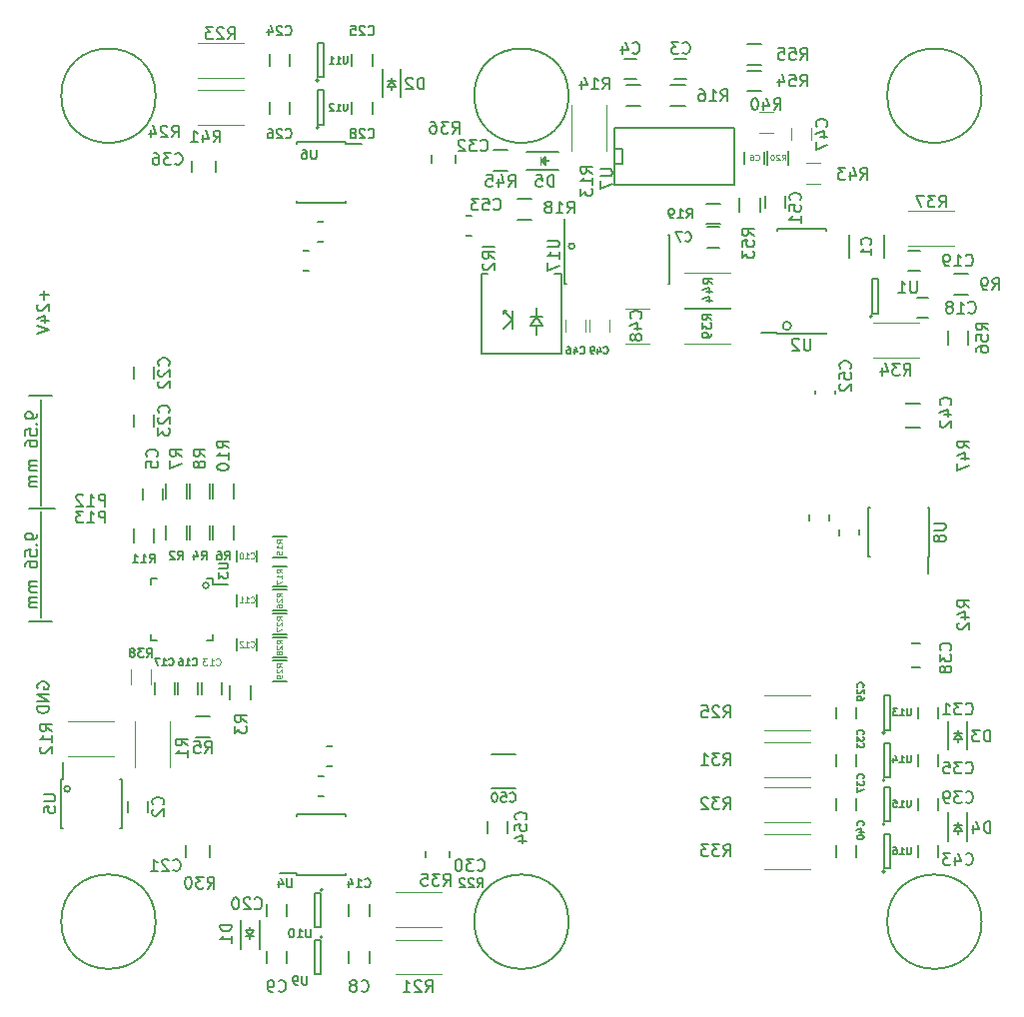
<source format=gbo>
G04 #@! TF.FileFunction,Legend,Bot*
%FSLAX46Y46*%
G04 Gerber Fmt 4.6, Leading zero omitted, Abs format (unit mm)*
G04 Created by KiCad (PCBNEW 4.0.6-e0-6349~53~ubuntu16.04.1) date Thu Aug 24 13:51:26 2017*
%MOMM*%
%LPD*%
G01*
G04 APERTURE LIST*
%ADD10C,0.100000*%
%ADD11C,0.150000*%
%ADD12C,0.200000*%
%ADD13C,0.120000*%
%ADD14C,0.125000*%
%ADD15R,0.960000X2.000000*%
%ADD16R,0.900000X1.500000*%
%ADD17R,1.400000X0.480000*%
%ADD18R,0.480000X1.400000*%
%ADD19R,0.800000X1.750000*%
%ADD20R,1.500000X0.900000*%
%ADD21R,1.450000X1.200000*%
%ADD22R,1.200000X1.450000*%
%ADD23C,4.200000*%
%ADD24R,3.380000X1.855000*%
%ADD25R,1.855000X3.380000*%
%ADD26R,1.750000X0.800000*%
%ADD27R,1.800000X1.200000*%
%ADD28R,1.200000X1.800000*%
%ADD29R,0.650000X0.790000*%
%ADD30R,1.260000X0.850000*%
%ADD31R,2.700000X1.200000*%
%ADD32R,1.700000X0.800000*%
%ADD33R,0.708000X1.343000*%
%ADD34R,1.200000X2.700000*%
%ADD35R,0.800000X1.700000*%
%ADD36R,1.398880X1.398880*%
%ADD37R,1.200000X3.200000*%
%ADD38R,2.000000X0.960000*%
%ADD39R,0.710000X2.800000*%
%ADD40R,1.100000X1.100000*%
%ADD41R,2.800000X0.710000*%
%ADD42R,1.600000X1.800000*%
%ADD43R,1.800000X1.600000*%
%ADD44C,0.254000*%
G04 APERTURE END LIST*
D10*
D11*
X58952381Y-102154762D02*
X58952381Y-102345238D01*
X58904762Y-102440477D01*
X58857143Y-102488096D01*
X58714286Y-102583334D01*
X58523810Y-102630953D01*
X58142857Y-102630953D01*
X58047619Y-102583334D01*
X58000000Y-102535715D01*
X57952381Y-102440477D01*
X57952381Y-102250000D01*
X58000000Y-102154762D01*
X58047619Y-102107143D01*
X58142857Y-102059524D01*
X58380952Y-102059524D01*
X58476190Y-102107143D01*
X58523810Y-102154762D01*
X58571429Y-102250000D01*
X58571429Y-102440477D01*
X58523810Y-102535715D01*
X58476190Y-102583334D01*
X58380952Y-102630953D01*
X58857143Y-103059524D02*
X58904762Y-103107143D01*
X58952381Y-103059524D01*
X58904762Y-103011905D01*
X58857143Y-103059524D01*
X58952381Y-103059524D01*
X57952381Y-104011905D02*
X57952381Y-103535714D01*
X58428571Y-103488095D01*
X58380952Y-103535714D01*
X58333333Y-103630952D01*
X58333333Y-103869048D01*
X58380952Y-103964286D01*
X58428571Y-104011905D01*
X58523810Y-104059524D01*
X58761905Y-104059524D01*
X58857143Y-104011905D01*
X58904762Y-103964286D01*
X58952381Y-103869048D01*
X58952381Y-103630952D01*
X58904762Y-103535714D01*
X58857143Y-103488095D01*
X57952381Y-104916667D02*
X57952381Y-104726190D01*
X58000000Y-104630952D01*
X58047619Y-104583333D01*
X58190476Y-104488095D01*
X58380952Y-104440476D01*
X58761905Y-104440476D01*
X58857143Y-104488095D01*
X58904762Y-104535714D01*
X58952381Y-104630952D01*
X58952381Y-104821429D01*
X58904762Y-104916667D01*
X58857143Y-104964286D01*
X58761905Y-105011905D01*
X58523810Y-105011905D01*
X58428571Y-104964286D01*
X58380952Y-104916667D01*
X58333333Y-104821429D01*
X58333333Y-104630952D01*
X58380952Y-104535714D01*
X58428571Y-104488095D01*
X58523810Y-104440476D01*
X58952381Y-106202381D02*
X58285714Y-106202381D01*
X58380952Y-106202381D02*
X58333333Y-106250000D01*
X58285714Y-106345238D01*
X58285714Y-106488096D01*
X58333333Y-106583334D01*
X58428571Y-106630953D01*
X58952381Y-106630953D01*
X58428571Y-106630953D02*
X58333333Y-106678572D01*
X58285714Y-106773810D01*
X58285714Y-106916667D01*
X58333333Y-107011905D01*
X58428571Y-107059524D01*
X58952381Y-107059524D01*
X58952381Y-107535714D02*
X58285714Y-107535714D01*
X58380952Y-107535714D02*
X58333333Y-107583333D01*
X58285714Y-107678571D01*
X58285714Y-107821429D01*
X58333333Y-107916667D01*
X58428571Y-107964286D01*
X58952381Y-107964286D01*
X58428571Y-107964286D02*
X58333333Y-108011905D01*
X58285714Y-108107143D01*
X58285714Y-108250000D01*
X58333333Y-108345238D01*
X58428571Y-108392857D01*
X58952381Y-108392857D01*
D12*
X59250000Y-100250000D02*
X59250000Y-109250000D01*
X59250000Y-90750000D02*
X59250000Y-99750000D01*
X60250000Y-109560000D02*
X58250000Y-109560000D01*
X60500000Y-100000000D02*
X58250000Y-100000000D01*
X60250000Y-90440000D02*
X58250000Y-90440000D01*
D11*
X58952381Y-91904762D02*
X58952381Y-92095238D01*
X58904762Y-92190477D01*
X58857143Y-92238096D01*
X58714286Y-92333334D01*
X58523810Y-92380953D01*
X58142857Y-92380953D01*
X58047619Y-92333334D01*
X58000000Y-92285715D01*
X57952381Y-92190477D01*
X57952381Y-92000000D01*
X58000000Y-91904762D01*
X58047619Y-91857143D01*
X58142857Y-91809524D01*
X58380952Y-91809524D01*
X58476190Y-91857143D01*
X58523810Y-91904762D01*
X58571429Y-92000000D01*
X58571429Y-92190477D01*
X58523810Y-92285715D01*
X58476190Y-92333334D01*
X58380952Y-92380953D01*
X58857143Y-92809524D02*
X58904762Y-92857143D01*
X58952381Y-92809524D01*
X58904762Y-92761905D01*
X58857143Y-92809524D01*
X58952381Y-92809524D01*
X57952381Y-93761905D02*
X57952381Y-93285714D01*
X58428571Y-93238095D01*
X58380952Y-93285714D01*
X58333333Y-93380952D01*
X58333333Y-93619048D01*
X58380952Y-93714286D01*
X58428571Y-93761905D01*
X58523810Y-93809524D01*
X58761905Y-93809524D01*
X58857143Y-93761905D01*
X58904762Y-93714286D01*
X58952381Y-93619048D01*
X58952381Y-93380952D01*
X58904762Y-93285714D01*
X58857143Y-93238095D01*
X57952381Y-94666667D02*
X57952381Y-94476190D01*
X58000000Y-94380952D01*
X58047619Y-94333333D01*
X58190476Y-94238095D01*
X58380952Y-94190476D01*
X58761905Y-94190476D01*
X58857143Y-94238095D01*
X58904762Y-94285714D01*
X58952381Y-94380952D01*
X58952381Y-94571429D01*
X58904762Y-94666667D01*
X58857143Y-94714286D01*
X58761905Y-94761905D01*
X58523810Y-94761905D01*
X58428571Y-94714286D01*
X58380952Y-94666667D01*
X58333333Y-94571429D01*
X58333333Y-94380952D01*
X58380952Y-94285714D01*
X58428571Y-94238095D01*
X58523810Y-94190476D01*
X58952381Y-95952381D02*
X58285714Y-95952381D01*
X58380952Y-95952381D02*
X58333333Y-96000000D01*
X58285714Y-96095238D01*
X58285714Y-96238096D01*
X58333333Y-96333334D01*
X58428571Y-96380953D01*
X58952381Y-96380953D01*
X58428571Y-96380953D02*
X58333333Y-96428572D01*
X58285714Y-96523810D01*
X58285714Y-96666667D01*
X58333333Y-96761905D01*
X58428571Y-96809524D01*
X58952381Y-96809524D01*
X58952381Y-97285714D02*
X58285714Y-97285714D01*
X58380952Y-97285714D02*
X58333333Y-97333333D01*
X58285714Y-97428571D01*
X58285714Y-97571429D01*
X58333333Y-97666667D01*
X58428571Y-97714286D01*
X58952381Y-97714286D01*
X58428571Y-97714286D02*
X58333333Y-97761905D01*
X58285714Y-97857143D01*
X58285714Y-98000000D01*
X58333333Y-98095238D01*
X58428571Y-98142857D01*
X58952381Y-98142857D01*
X59000000Y-115238096D02*
X58952381Y-115142858D01*
X58952381Y-115000001D01*
X59000000Y-114857143D01*
X59095238Y-114761905D01*
X59190476Y-114714286D01*
X59380952Y-114666667D01*
X59523810Y-114666667D01*
X59714286Y-114714286D01*
X59809524Y-114761905D01*
X59904762Y-114857143D01*
X59952381Y-115000001D01*
X59952381Y-115095239D01*
X59904762Y-115238096D01*
X59857143Y-115285715D01*
X59523810Y-115285715D01*
X59523810Y-115095239D01*
X59952381Y-115714286D02*
X58952381Y-115714286D01*
X59952381Y-116285715D01*
X58952381Y-116285715D01*
X59952381Y-116761905D02*
X58952381Y-116761905D01*
X58952381Y-117000000D01*
X59000000Y-117142858D01*
X59095238Y-117238096D01*
X59190476Y-117285715D01*
X59380952Y-117333334D01*
X59523810Y-117333334D01*
X59714286Y-117285715D01*
X59809524Y-117238096D01*
X59904762Y-117142858D01*
X59952381Y-117000000D01*
X59952381Y-116761905D01*
X59571429Y-81488095D02*
X59571429Y-82250000D01*
X59952381Y-81869048D02*
X59190476Y-81869048D01*
X59047619Y-82678571D02*
X59000000Y-82726190D01*
X58952381Y-82821428D01*
X58952381Y-83059524D01*
X59000000Y-83154762D01*
X59047619Y-83202381D01*
X59142857Y-83250000D01*
X59238095Y-83250000D01*
X59380952Y-83202381D01*
X59952381Y-82630952D01*
X59952381Y-83250000D01*
X59285714Y-84107143D02*
X59952381Y-84107143D01*
X58904762Y-83869047D02*
X59619048Y-83630952D01*
X59619048Y-84250000D01*
X58952381Y-84488095D02*
X59952381Y-84821428D01*
X58952381Y-85154762D01*
D12*
X104500000Y-77750000D02*
G75*
G03X104500000Y-77750000I-250000J0D01*
G01*
X122853553Y-84500000D02*
G75*
G03X122853553Y-84500000I-353553J0D01*
G01*
X61750000Y-123750000D02*
G75*
G03X61750000Y-123750000I-250000J0D01*
G01*
X73500000Y-106500000D02*
G75*
G03X73500000Y-106500000I-250000J0D01*
G01*
X96600000Y-80100000D02*
X97100000Y-80100000D01*
X96600000Y-86900000D02*
X96600000Y-80100000D01*
X103400000Y-86900000D02*
X96600000Y-86900000D01*
X103400000Y-80100000D02*
X103400000Y-86900000D01*
X102800000Y-80100000D02*
X103400000Y-80100000D01*
D11*
X98500000Y-83258000D02*
X98500000Y-83508000D01*
X98500000Y-83258000D02*
X98750000Y-83258000D01*
X99250000Y-84008000D02*
X98500000Y-83258000D01*
X98500000Y-84758000D02*
X99250000Y-84008000D01*
X99250000Y-84758000D02*
X99250000Y-83258000D01*
X101250000Y-83758000D02*
X101250000Y-83008000D01*
X100750000Y-83758000D02*
X101250000Y-83758000D01*
X101750000Y-83758000D02*
X100750000Y-83758000D01*
X100750000Y-84508000D02*
X101250000Y-84508000D01*
X101250000Y-83758000D02*
X100750000Y-84508000D01*
X101750000Y-84508000D02*
X101250000Y-83758000D01*
X101250000Y-84508000D02*
X101750000Y-84508000D01*
X101250000Y-85258000D02*
X101250000Y-84508000D01*
X112650000Y-65875000D02*
X113850000Y-65875000D01*
X113850000Y-64125000D02*
X112650000Y-64125000D01*
X73875000Y-105875000D02*
X73875000Y-106385000D01*
X68625000Y-105875000D02*
X68625000Y-106385000D01*
X68625000Y-111125000D02*
X68625000Y-110615000D01*
X73875000Y-111125000D02*
X73875000Y-110615000D01*
X73875000Y-105875000D02*
X73365000Y-105875000D01*
X73875000Y-111125000D02*
X73365000Y-111125000D01*
X68625000Y-111125000D02*
X69135000Y-111125000D01*
X68625000Y-105875000D02*
X69135000Y-105875000D01*
X73875000Y-106385000D02*
X75100000Y-106385000D01*
X134575000Y-104075000D02*
X134430000Y-104075000D01*
X134575000Y-99925000D02*
X134430000Y-99925000D01*
X129425000Y-99925000D02*
X129570000Y-99925000D01*
X129425000Y-104075000D02*
X129570000Y-104075000D01*
X134575000Y-104075000D02*
X134575000Y-99925000D01*
X129425000Y-104075000D02*
X129425000Y-99925000D01*
X134430000Y-104075000D02*
X134430000Y-105475000D01*
X75325000Y-114950000D02*
X75325000Y-116150000D01*
X77075000Y-116150000D02*
X77075000Y-114950000D01*
X87100000Y-133500000D02*
X87100000Y-134500000D01*
X85400000Y-134500000D02*
X85400000Y-133500000D01*
X83250000Y-124350000D02*
X82250000Y-124350000D01*
X82250000Y-122650000D02*
X83250000Y-122650000D01*
X133650000Y-121800000D02*
X133650000Y-120800000D01*
X135350000Y-120800000D02*
X135350000Y-121800000D01*
X115650000Y-75875000D02*
X116850000Y-75875000D01*
X116850000Y-74125000D02*
X115650000Y-74125000D01*
X67150000Y-89000000D02*
X67150000Y-88000000D01*
X68850000Y-88000000D02*
X68850000Y-89000000D01*
X67150000Y-93000000D02*
X67150000Y-92000000D01*
X68850000Y-92000000D02*
X68850000Y-93000000D01*
X99650000Y-75475000D02*
X100850000Y-75475000D01*
X100850000Y-73725000D02*
X99650000Y-73725000D01*
X122625000Y-70850000D02*
X122625000Y-69650000D01*
X120875000Y-69650000D02*
X120875000Y-70850000D01*
X80350000Y-61500000D02*
X80350000Y-62500000D01*
X78650000Y-62500000D02*
X78650000Y-61500000D01*
X87350000Y-61500000D02*
X87350000Y-62500000D01*
X85650000Y-62500000D02*
X85650000Y-61500000D01*
X78650000Y-66500000D02*
X78650000Y-65500000D01*
X80350000Y-65500000D02*
X80350000Y-66500000D01*
X66650000Y-125750000D02*
X66650000Y-124750000D01*
X68350000Y-124750000D02*
X68350000Y-125750000D01*
X114000000Y-63600000D02*
X113000000Y-63600000D01*
X113000000Y-61900000D02*
X114000000Y-61900000D01*
X108750000Y-61900000D02*
X109750000Y-61900000D01*
X109750000Y-63600000D02*
X108750000Y-63600000D01*
X67900000Y-99250000D02*
X67900000Y-98250000D01*
X69600000Y-98250000D02*
X69600000Y-99250000D01*
X120600000Y-69750000D02*
X120600000Y-70750000D01*
X118900000Y-70750000D02*
X118900000Y-69750000D01*
X115750000Y-76150000D02*
X116750000Y-76150000D01*
X116750000Y-77850000D02*
X115750000Y-77850000D01*
X85400000Y-138500000D02*
X85400000Y-137500000D01*
X87100000Y-137500000D02*
X87100000Y-138500000D01*
X78400000Y-138500000D02*
X78400000Y-137500000D01*
X80100000Y-137500000D02*
X80100000Y-138500000D01*
X75900000Y-104500000D02*
X75900000Y-103500000D01*
X77600000Y-103500000D02*
X77600000Y-104500000D01*
X75900000Y-108250000D02*
X75900000Y-107250000D01*
X77600000Y-107250000D02*
X77600000Y-108250000D01*
X75900000Y-112000000D02*
X75900000Y-111000000D01*
X77600000Y-111000000D02*
X77600000Y-112000000D01*
X74600000Y-114750000D02*
X74600000Y-115750000D01*
X72900000Y-115750000D02*
X72900000Y-114750000D01*
X70900000Y-115750000D02*
X70900000Y-114750000D01*
X72600000Y-114750000D02*
X72600000Y-115750000D01*
X68900000Y-115750000D02*
X68900000Y-114750000D01*
X70600000Y-114750000D02*
X70600000Y-115750000D01*
X134500000Y-83850000D02*
X133500000Y-83850000D01*
X133500000Y-82150000D02*
X134500000Y-82150000D01*
X133750000Y-79850000D02*
X132750000Y-79850000D01*
X132750000Y-78150000D02*
X133750000Y-78150000D01*
X84500000Y-121850000D02*
X83500000Y-121850000D01*
X83500000Y-120150000D02*
X84500000Y-120150000D01*
X85650000Y-66500000D02*
X85650000Y-65500000D01*
X87350000Y-65500000D02*
X87350000Y-66500000D01*
X126650000Y-121800000D02*
X126650000Y-120800000D01*
X128350000Y-120800000D02*
X128350000Y-121800000D01*
X82750000Y-75650000D02*
X83750000Y-75650000D01*
X83750000Y-77350000D02*
X82750000Y-77350000D01*
X135350000Y-124550000D02*
X135350000Y-125550000D01*
X133650000Y-125550000D02*
X133650000Y-124550000D01*
X126650000Y-129550000D02*
X126650000Y-128550000D01*
X128350000Y-128550000D02*
X128350000Y-129550000D01*
X71625000Y-102600000D02*
X71625000Y-101400000D01*
X69875000Y-101400000D02*
X69875000Y-102600000D01*
X73625000Y-102600000D02*
X73625000Y-101400000D01*
X71875000Y-101400000D02*
X71875000Y-102600000D01*
X72400000Y-119375000D02*
X73600000Y-119375000D01*
X73600000Y-117625000D02*
X72400000Y-117625000D01*
X75625000Y-102600000D02*
X75625000Y-101400000D01*
X73875000Y-101400000D02*
X73875000Y-102600000D01*
X69875000Y-97900000D02*
X69875000Y-99100000D01*
X71625000Y-99100000D02*
X71625000Y-97900000D01*
X71875000Y-97900000D02*
X71875000Y-99100000D01*
X73625000Y-99100000D02*
X73625000Y-97900000D01*
X137849990Y-80124990D02*
X136649990Y-80124990D01*
X136649990Y-81874990D02*
X137849990Y-81874990D01*
X73875000Y-97900000D02*
X73875000Y-99100000D01*
X75625000Y-99100000D02*
X75625000Y-97900000D01*
X68875000Y-102850000D02*
X68875000Y-101650000D01*
X67125000Y-101650000D02*
X67125000Y-102850000D01*
X80100000Y-102375000D02*
X78900000Y-102375000D01*
X78900000Y-104125000D02*
X80100000Y-104125000D01*
X78900000Y-106625000D02*
X80100000Y-106625000D01*
X80100000Y-104875000D02*
X78900000Y-104875000D01*
X80100000Y-106875000D02*
X78900000Y-106875000D01*
X78900000Y-108625000D02*
X80100000Y-108625000D01*
X78900000Y-110625000D02*
X80100000Y-110625000D01*
X80100000Y-108875000D02*
X78900000Y-108875000D01*
X80100000Y-110875000D02*
X78900000Y-110875000D01*
X78900000Y-112625000D02*
X80100000Y-112625000D01*
X78900000Y-114625000D02*
X80100000Y-114625000D01*
X80100000Y-112875000D02*
X78900000Y-112875000D01*
X80925000Y-131075000D02*
X80925000Y-130930000D01*
X85075000Y-131075000D02*
X85075000Y-130930000D01*
X85075000Y-125925000D02*
X85075000Y-126070000D01*
X80925000Y-125925000D02*
X80925000Y-126070000D01*
X80925000Y-131075000D02*
X85075000Y-131075000D01*
X80925000Y-125925000D02*
X85075000Y-125925000D01*
X80925000Y-130930000D02*
X79525000Y-130930000D01*
X60975000Y-122925000D02*
X61120000Y-122925000D01*
X60975000Y-127075000D02*
X61120000Y-127075000D01*
X66125000Y-127075000D02*
X65980000Y-127075000D01*
X66125000Y-122925000D02*
X65980000Y-122925000D01*
X60975000Y-122925000D02*
X60975000Y-127075000D01*
X66125000Y-122925000D02*
X66125000Y-127075000D01*
X61120000Y-122925000D02*
X61120000Y-121525000D01*
X85075000Y-68925000D02*
X85075000Y-69070000D01*
X80925000Y-68925000D02*
X80925000Y-69070000D01*
X80925000Y-74075000D02*
X80925000Y-73930000D01*
X85075000Y-74075000D02*
X85075000Y-73930000D01*
X85075000Y-68925000D02*
X80925000Y-68925000D01*
X85075000Y-74075000D02*
X80925000Y-74075000D01*
X85075000Y-69070000D02*
X86475000Y-69070000D01*
X71575000Y-129500000D02*
X71575000Y-127500000D01*
X73625000Y-127500000D02*
X73625000Y-129500000D01*
X91875000Y-129500000D02*
X91875000Y-127500000D01*
X93925000Y-127500000D02*
X93925000Y-129500000D01*
X94425000Y-70000000D02*
X94425000Y-72000000D01*
X92375000Y-72000000D02*
X92375000Y-70000000D01*
X74125000Y-70500000D02*
X74125000Y-72500000D01*
X72075000Y-72500000D02*
X72075000Y-70500000D01*
X133750000Y-113425000D02*
X131750000Y-113425000D01*
X131750000Y-111375000D02*
X133750000Y-111375000D01*
X133750000Y-93125000D02*
X131750000Y-93125000D01*
X131750000Y-91075000D02*
X133750000Y-91075000D01*
X108900000Y-65875000D02*
X110100000Y-65875000D01*
X110100000Y-64125000D02*
X108900000Y-64125000D01*
X133650000Y-129550000D02*
X133650000Y-128550000D01*
X135350000Y-128550000D02*
X135350000Y-129550000D01*
X128600000Y-101750000D02*
X128600000Y-102750000D01*
X126900000Y-102750000D02*
X126900000Y-101750000D01*
X126100000Y-100000000D02*
X126100000Y-101000000D01*
X124400000Y-101000000D02*
X124400000Y-100000000D01*
X137000000Y-127300000D02*
X137000000Y-127550000D01*
X137000000Y-126800000D02*
X137000000Y-126550000D01*
X137000000Y-126800000D02*
X136650000Y-127300000D01*
X136650000Y-127300000D02*
X137350000Y-127300000D01*
X137350000Y-127300000D02*
X137000000Y-126800000D01*
X136650000Y-126800000D02*
X137350000Y-126800000D01*
X137800000Y-125750000D02*
X137800000Y-128150000D01*
X136200000Y-125750000D02*
X136200000Y-128150000D01*
X77500000Y-122650000D02*
X78500000Y-122650000D01*
X78500000Y-124350000D02*
X77500000Y-124350000D01*
X86250000Y-122650000D02*
X87250000Y-122650000D01*
X87250000Y-124350000D02*
X86250000Y-124350000D01*
X89000000Y-77100000D02*
X88000000Y-77100000D01*
X88000000Y-75400000D02*
X89000000Y-75400000D01*
X79750000Y-77350000D02*
X78750000Y-77350000D01*
X78750000Y-75650000D02*
X79750000Y-75650000D01*
X126900000Y-107750000D02*
X126900000Y-106750000D01*
X128600000Y-106750000D02*
X128600000Y-107750000D01*
X126900000Y-98750000D02*
X126900000Y-97750000D01*
X128600000Y-97750000D02*
X128600000Y-98750000D01*
X82800000Y-63700000D02*
G75*
G03X82800000Y-63700000I-100000J0D01*
G01*
X83250000Y-63450000D02*
X82750000Y-63450000D01*
X83250000Y-60550000D02*
X83250000Y-63450000D01*
X82750000Y-60550000D02*
X83250000Y-60550000D01*
X82750000Y-63450000D02*
X82750000Y-60550000D01*
X82800000Y-67700000D02*
G75*
G03X82800000Y-67700000I-100000J0D01*
G01*
X83250000Y-67450000D02*
X82750000Y-67450000D01*
X83250000Y-64550000D02*
X83250000Y-67450000D01*
X82750000Y-64550000D02*
X83250000Y-64550000D01*
X82750000Y-67450000D02*
X82750000Y-64550000D01*
X130800000Y-119000000D02*
G75*
G03X130800000Y-119000000I-100000J0D01*
G01*
X131250000Y-118750000D02*
X130750000Y-118750000D01*
X131250000Y-115850000D02*
X131250000Y-118750000D01*
X130750000Y-115850000D02*
X131250000Y-115850000D01*
X130750000Y-118750000D02*
X130750000Y-115850000D01*
X130800000Y-123000000D02*
G75*
G03X130800000Y-123000000I-100000J0D01*
G01*
X131250000Y-122750000D02*
X130750000Y-122750000D01*
X131250000Y-119850000D02*
X131250000Y-122750000D01*
X130750000Y-119850000D02*
X131250000Y-119850000D01*
X130750000Y-122750000D02*
X130750000Y-119850000D01*
X130800000Y-126750000D02*
G75*
G03X130800000Y-126750000I-100000J0D01*
G01*
X131250000Y-126500000D02*
X130750000Y-126500000D01*
X131250000Y-123600000D02*
X131250000Y-126500000D01*
X130750000Y-123600000D02*
X131250000Y-123600000D01*
X130750000Y-126500000D02*
X130750000Y-123600000D01*
X130800000Y-130750000D02*
G75*
G03X130800000Y-130750000I-100000J0D01*
G01*
X131250000Y-130500000D02*
X130750000Y-130500000D01*
X131250000Y-127600000D02*
X131250000Y-130500000D01*
X130750000Y-127600000D02*
X131250000Y-127600000D01*
X130750000Y-130500000D02*
X130750000Y-127600000D01*
X130725000Y-76750000D02*
X130725000Y-78750000D01*
X127775000Y-78750000D02*
X127775000Y-76750000D01*
X80100000Y-133500000D02*
X80100000Y-134500000D01*
X78400000Y-134500000D02*
X78400000Y-133500000D01*
X128350000Y-116800000D02*
X128350000Y-117800000D01*
X126650000Y-117800000D02*
X126650000Y-116800000D01*
X135350000Y-116800000D02*
X135350000Y-117800000D01*
X133650000Y-117800000D02*
X133650000Y-116800000D01*
X128350000Y-124550000D02*
X128350000Y-125550000D01*
X126650000Y-125550000D02*
X126650000Y-124550000D01*
X81000000Y-78150000D02*
X82000000Y-78150000D01*
X82000000Y-79850000D02*
X81000000Y-79850000D01*
X77000000Y-135750000D02*
X77000000Y-135500000D01*
X77000000Y-136250000D02*
X77000000Y-136500000D01*
X77000000Y-136250000D02*
X77350000Y-135750000D01*
X77350000Y-135750000D02*
X76650000Y-135750000D01*
X76650000Y-135750000D02*
X77000000Y-136250000D01*
X77350000Y-136250000D02*
X76650000Y-136250000D01*
X76200000Y-137300000D02*
X76200000Y-134900000D01*
X77800000Y-137300000D02*
X77800000Y-134900000D01*
X89000000Y-64250000D02*
X89000000Y-64500000D01*
X89000000Y-63750000D02*
X89000000Y-63500000D01*
X89000000Y-63750000D02*
X88650000Y-64250000D01*
X88650000Y-64250000D02*
X89350000Y-64250000D01*
X89350000Y-64250000D02*
X89000000Y-63750000D01*
X88650000Y-63750000D02*
X89350000Y-63750000D01*
X89800000Y-62700000D02*
X89800000Y-65100000D01*
X88200000Y-62700000D02*
X88200000Y-65100000D01*
X137000000Y-119550000D02*
X137000000Y-119800000D01*
X137000000Y-119050000D02*
X137000000Y-118800000D01*
X137000000Y-119050000D02*
X136650000Y-119550000D01*
X136650000Y-119550000D02*
X137350000Y-119550000D01*
X137350000Y-119550000D02*
X137000000Y-119050000D01*
X136650000Y-119050000D02*
X137350000Y-119050000D01*
X137800000Y-118000000D02*
X137800000Y-120400000D01*
X136200000Y-118000000D02*
X136200000Y-120400000D01*
X129700000Y-83700000D02*
G75*
G03X129700000Y-83700000I-100000J0D01*
G01*
X130250000Y-83450000D02*
X129750000Y-83450000D01*
X130250000Y-80550000D02*
X130250000Y-83450000D01*
X129750000Y-80550000D02*
X130250000Y-80550000D01*
X129750000Y-83450000D02*
X129750000Y-80550000D01*
X121675000Y-85200000D02*
X121675000Y-85085000D01*
X125825000Y-85200000D02*
X125825000Y-85085000D01*
X125825000Y-76300000D02*
X125825000Y-76415000D01*
X121675000Y-76300000D02*
X121675000Y-76415000D01*
X121675000Y-85200000D02*
X125825000Y-85200000D01*
X121675000Y-76300000D02*
X125825000Y-76300000D01*
X121675000Y-85085000D02*
X120300000Y-85085000D01*
X118070000Y-72536000D02*
X118070000Y-67710000D01*
X118070000Y-67710000D02*
X107910000Y-67710000D01*
X107910000Y-67710000D02*
X107910000Y-72536000D01*
X107910000Y-72536000D02*
X118070000Y-72536000D01*
X107910000Y-70758000D02*
X108545000Y-70758000D01*
X108545000Y-70758000D02*
X108545000Y-69488000D01*
X108545000Y-69488000D02*
X107910000Y-69488000D01*
X83150000Y-136300000D02*
G75*
G03X83150000Y-136300000I-100000J0D01*
G01*
X82500000Y-136550000D02*
X83000000Y-136550000D01*
X82500000Y-139450000D02*
X82500000Y-136550000D01*
X83000000Y-139450000D02*
X82500000Y-139450000D01*
X83000000Y-136550000D02*
X83000000Y-139450000D01*
X83150000Y-132300000D02*
G75*
G03X83150000Y-132300000I-100000J0D01*
G01*
X82500000Y-132550000D02*
X83000000Y-132550000D01*
X82500000Y-135450000D02*
X82500000Y-132550000D01*
X83000000Y-135450000D02*
X82500000Y-135450000D01*
X83000000Y-132550000D02*
X83000000Y-135450000D01*
D13*
X103751790Y-85000000D02*
X103751790Y-84000000D01*
X105451790Y-84000000D02*
X105451790Y-85000000D01*
X124600000Y-67750000D02*
X124600000Y-68750000D01*
X122900000Y-68750000D02*
X122900000Y-67750000D01*
X110801790Y-85980000D02*
X108801790Y-85980000D01*
X108801790Y-83020000D02*
X110801790Y-83020000D01*
X105751790Y-85000000D02*
X105751790Y-84000000D01*
X107451790Y-84000000D02*
X107451790Y-85000000D01*
X68630000Y-114850000D02*
X68630000Y-113650000D01*
X66870000Y-113650000D02*
X66870000Y-114850000D01*
X121350000Y-66370000D02*
X120150000Y-66370000D01*
X120150000Y-68130000D02*
X121350000Y-68130000D01*
X125300000Y-70720000D02*
X124100000Y-70720000D01*
X124100000Y-72480000D02*
X125300000Y-72480000D01*
D11*
X103660000Y-76825000D02*
X103685000Y-76825000D01*
X103660000Y-80975000D02*
X103775000Y-80975000D01*
X112560000Y-80975000D02*
X112445000Y-80975000D01*
X112560000Y-76825000D02*
X112445000Y-76825000D01*
X103660000Y-76825000D02*
X103660000Y-80975000D01*
X112560000Y-76825000D02*
X112560000Y-80975000D01*
X103685000Y-76825000D02*
X103685000Y-75450000D01*
X69000000Y-135000000D02*
G75*
G03X69000000Y-135000000I-4000000J0D01*
G01*
X139000000Y-135000000D02*
G75*
G03X139000000Y-135000000I-4000000J0D01*
G01*
X69000000Y-65000000D02*
G75*
G03X69000000Y-65000000I-4000000J0D01*
G01*
X139000000Y-65000000D02*
G75*
G03X139000000Y-65000000I-4000000J0D01*
G01*
X104000000Y-135000000D02*
G75*
G03X104000000Y-135000000I-4000000J0D01*
G01*
X104000000Y-65000000D02*
G75*
G03X104000000Y-65000000I-4000000J0D01*
G01*
X99500000Y-123725000D02*
X97500000Y-123725000D01*
X97500000Y-120775000D02*
X99500000Y-120775000D01*
X100400000Y-69750000D02*
X103100000Y-69750000D01*
X100400000Y-71250000D02*
X103100000Y-71250000D01*
X101900000Y-70350000D02*
X101900000Y-70600000D01*
X101900000Y-70600000D02*
X101750000Y-70450000D01*
X101650000Y-70850000D02*
X101650000Y-70150000D01*
X102000000Y-70500000D02*
X102350000Y-70500000D01*
X101650000Y-70500000D02*
X102000000Y-70850000D01*
X102000000Y-70850000D02*
X102000000Y-70150000D01*
X102000000Y-70150000D02*
X101650000Y-70500000D01*
X97650000Y-71375000D02*
X98850000Y-71375000D01*
X98850000Y-69625000D02*
X97650000Y-69625000D01*
X122350000Y-73500000D02*
X122350000Y-74500000D01*
X120650000Y-74500000D02*
X120650000Y-73500000D01*
X118475000Y-73650000D02*
X118475000Y-74850000D01*
X120225000Y-74850000D02*
X120225000Y-73650000D01*
X120350000Y-62875000D02*
X119150000Y-62875000D01*
X119150000Y-64625000D02*
X120350000Y-64625000D01*
X120350000Y-60625000D02*
X119150000Y-60625000D01*
X119150000Y-62375000D02*
X120350000Y-62375000D01*
X126600000Y-90000000D02*
X126600000Y-91000000D01*
X124900000Y-91000000D02*
X124900000Y-90000000D01*
X95750000Y-76850000D02*
X94750000Y-76850000D01*
X94750000Y-75150000D02*
X95750000Y-75150000D01*
X97150000Y-127500000D02*
X97150000Y-126500000D01*
X98850000Y-126500000D02*
X98850000Y-127500000D01*
X136125000Y-84900000D02*
X136125000Y-86100000D01*
X137875000Y-86100000D02*
X137875000Y-84900000D01*
D13*
X117700000Y-80020000D02*
X113800000Y-80020000D01*
X113800000Y-82980000D02*
X117700000Y-82980000D01*
X113800000Y-85980000D02*
X117700000Y-85980000D01*
X117700000Y-83020000D02*
X113800000Y-83020000D01*
X136700000Y-74770000D02*
X132800000Y-74770000D01*
X132800000Y-77730000D02*
X136700000Y-77730000D01*
X133700000Y-84270000D02*
X129800000Y-84270000D01*
X129800000Y-87230000D02*
X133700000Y-87230000D01*
X120550000Y-130530000D02*
X124450000Y-130530000D01*
X124450000Y-127570000D02*
X120550000Y-127570000D01*
X120550000Y-126530000D02*
X124450000Y-126530000D01*
X124450000Y-123570000D02*
X120550000Y-123570000D01*
X120550000Y-122780000D02*
X124450000Y-122780000D01*
X124450000Y-119820000D02*
X120550000Y-119820000D01*
X120550000Y-118780000D02*
X124450000Y-118780000D01*
X124450000Y-115820000D02*
X120550000Y-115820000D01*
X72550000Y-67480000D02*
X76450000Y-67480000D01*
X76450000Y-64520000D02*
X72550000Y-64520000D01*
X72550000Y-63480000D02*
X76450000Y-63480000D01*
X76450000Y-60520000D02*
X72550000Y-60520000D01*
X93200000Y-132520000D02*
X89300000Y-132520000D01*
X89300000Y-135480000D02*
X93200000Y-135480000D01*
X93200000Y-136520000D02*
X89300000Y-136520000D01*
X89300000Y-139480000D02*
X93200000Y-139480000D01*
X107230000Y-69700000D02*
X107230000Y-65800000D01*
X104270000Y-65800000D02*
X104270000Y-69700000D01*
X65450000Y-118020000D02*
X61550000Y-118020000D01*
X61550000Y-120980000D02*
X65450000Y-120980000D01*
X67270000Y-118050000D02*
X67270000Y-121950000D01*
X70230000Y-121950000D02*
X70230000Y-118050000D01*
D11*
X97702381Y-77773810D02*
X96702381Y-77773810D01*
X97702381Y-78821429D02*
X97226190Y-78488095D01*
X97702381Y-78250000D02*
X96702381Y-78250000D01*
X96702381Y-78630953D01*
X96750000Y-78726191D01*
X96797619Y-78773810D01*
X96892857Y-78821429D01*
X97035714Y-78821429D01*
X97130952Y-78773810D01*
X97178571Y-78726191D01*
X97226190Y-78630953D01*
X97226190Y-78250000D01*
X96797619Y-79202381D02*
X96750000Y-79250000D01*
X96702381Y-79345238D01*
X96702381Y-79583334D01*
X96750000Y-79678572D01*
X96797619Y-79726191D01*
X96892857Y-79773810D01*
X96988095Y-79773810D01*
X97130952Y-79726191D01*
X97702381Y-79154762D01*
X97702381Y-79773810D01*
X116892857Y-65452381D02*
X117226191Y-64976190D01*
X117464286Y-65452381D02*
X117464286Y-64452381D01*
X117083333Y-64452381D01*
X116988095Y-64500000D01*
X116940476Y-64547619D01*
X116892857Y-64642857D01*
X116892857Y-64785714D01*
X116940476Y-64880952D01*
X116988095Y-64928571D01*
X117083333Y-64976190D01*
X117464286Y-64976190D01*
X115940476Y-65452381D02*
X116511905Y-65452381D01*
X116226191Y-65452381D02*
X116226191Y-64452381D01*
X116321429Y-64595238D01*
X116416667Y-64690476D01*
X116511905Y-64738095D01*
X115083333Y-64452381D02*
X115273810Y-64452381D01*
X115369048Y-64500000D01*
X115416667Y-64547619D01*
X115511905Y-64690476D01*
X115559524Y-64880952D01*
X115559524Y-65261905D01*
X115511905Y-65357143D01*
X115464286Y-65404762D01*
X115369048Y-65452381D01*
X115178571Y-65452381D01*
X115083333Y-65404762D01*
X115035714Y-65357143D01*
X114988095Y-65261905D01*
X114988095Y-65023810D01*
X115035714Y-64928571D01*
X115083333Y-64880952D01*
X115178571Y-64833333D01*
X115369048Y-64833333D01*
X115464286Y-64880952D01*
X115511905Y-64928571D01*
X115559524Y-65023810D01*
X74311905Y-104640476D02*
X74959524Y-104640476D01*
X75035714Y-104678571D01*
X75073810Y-104716667D01*
X75111905Y-104792857D01*
X75111905Y-104945238D01*
X75073810Y-105021429D01*
X75035714Y-105059524D01*
X74959524Y-105097619D01*
X74311905Y-105097619D01*
X74311905Y-105402381D02*
X74311905Y-105897619D01*
X74616667Y-105630952D01*
X74616667Y-105745238D01*
X74654762Y-105821428D01*
X74692857Y-105859524D01*
X74769048Y-105897619D01*
X74959524Y-105897619D01*
X75035714Y-105859524D01*
X75073810Y-105821428D01*
X75111905Y-105745238D01*
X75111905Y-105516666D01*
X75073810Y-105440476D01*
X75035714Y-105402381D01*
X134952381Y-101238095D02*
X135761905Y-101238095D01*
X135857143Y-101285714D01*
X135904762Y-101333333D01*
X135952381Y-101428571D01*
X135952381Y-101619048D01*
X135904762Y-101714286D01*
X135857143Y-101761905D01*
X135761905Y-101809524D01*
X134952381Y-101809524D01*
X135380952Y-102428571D02*
X135333333Y-102333333D01*
X135285714Y-102285714D01*
X135190476Y-102238095D01*
X135142857Y-102238095D01*
X135047619Y-102285714D01*
X135000000Y-102333333D01*
X134952381Y-102428571D01*
X134952381Y-102619048D01*
X135000000Y-102714286D01*
X135047619Y-102761905D01*
X135142857Y-102809524D01*
X135190476Y-102809524D01*
X135285714Y-102761905D01*
X135333333Y-102714286D01*
X135380952Y-102619048D01*
X135380952Y-102428571D01*
X135428571Y-102333333D01*
X135476190Y-102285714D01*
X135571429Y-102238095D01*
X135761905Y-102238095D01*
X135857143Y-102285714D01*
X135904762Y-102333333D01*
X135952381Y-102428571D01*
X135952381Y-102619048D01*
X135904762Y-102714286D01*
X135857143Y-102761905D01*
X135761905Y-102809524D01*
X135571429Y-102809524D01*
X135476190Y-102761905D01*
X135428571Y-102714286D01*
X135380952Y-102619048D01*
X76702381Y-118083334D02*
X76226190Y-117750000D01*
X76702381Y-117511905D02*
X75702381Y-117511905D01*
X75702381Y-117892858D01*
X75750000Y-117988096D01*
X75797619Y-118035715D01*
X75892857Y-118083334D01*
X76035714Y-118083334D01*
X76130952Y-118035715D01*
X76178571Y-117988096D01*
X76226190Y-117892858D01*
X76226190Y-117511905D01*
X75702381Y-118416667D02*
X75702381Y-119035715D01*
X76083333Y-118702381D01*
X76083333Y-118845239D01*
X76130952Y-118940477D01*
X76178571Y-118988096D01*
X76273810Y-119035715D01*
X76511905Y-119035715D01*
X76607143Y-118988096D01*
X76654762Y-118940477D01*
X76702381Y-118845239D01*
X76702381Y-118559524D01*
X76654762Y-118464286D01*
X76607143Y-118416667D01*
X86732143Y-132017857D02*
X86767857Y-132053571D01*
X86875000Y-132089286D01*
X86946429Y-132089286D01*
X87053572Y-132053571D01*
X87125000Y-131982143D01*
X87160715Y-131910714D01*
X87196429Y-131767857D01*
X87196429Y-131660714D01*
X87160715Y-131517857D01*
X87125000Y-131446429D01*
X87053572Y-131375000D01*
X86946429Y-131339286D01*
X86875000Y-131339286D01*
X86767857Y-131375000D01*
X86732143Y-131410714D01*
X86017857Y-132089286D02*
X86446429Y-132089286D01*
X86232143Y-132089286D02*
X86232143Y-131339286D01*
X86303572Y-131446429D01*
X86375000Y-131517857D01*
X86446429Y-131553571D01*
X85375000Y-131589286D02*
X85375000Y-132089286D01*
X85553571Y-131303571D02*
X85732143Y-131839286D01*
X85267857Y-131839286D01*
X137642857Y-122357143D02*
X137690476Y-122404762D01*
X137833333Y-122452381D01*
X137928571Y-122452381D01*
X138071429Y-122404762D01*
X138166667Y-122309524D01*
X138214286Y-122214286D01*
X138261905Y-122023810D01*
X138261905Y-121880952D01*
X138214286Y-121690476D01*
X138166667Y-121595238D01*
X138071429Y-121500000D01*
X137928571Y-121452381D01*
X137833333Y-121452381D01*
X137690476Y-121500000D01*
X137642857Y-121547619D01*
X137309524Y-121452381D02*
X136690476Y-121452381D01*
X137023810Y-121833333D01*
X136880952Y-121833333D01*
X136785714Y-121880952D01*
X136738095Y-121928571D01*
X136690476Y-122023810D01*
X136690476Y-122261905D01*
X136738095Y-122357143D01*
X136785714Y-122404762D01*
X136880952Y-122452381D01*
X137166667Y-122452381D01*
X137261905Y-122404762D01*
X137309524Y-122357143D01*
X135785714Y-121452381D02*
X136261905Y-121452381D01*
X136309524Y-121928571D01*
X136261905Y-121880952D01*
X136166667Y-121833333D01*
X135928571Y-121833333D01*
X135833333Y-121880952D01*
X135785714Y-121928571D01*
X135738095Y-122023810D01*
X135738095Y-122261905D01*
X135785714Y-122357143D01*
X135833333Y-122404762D01*
X135928571Y-122452381D01*
X136166667Y-122452381D01*
X136261905Y-122404762D01*
X136309524Y-122357143D01*
X114014286Y-75361905D02*
X114280953Y-74980952D01*
X114471429Y-75361905D02*
X114471429Y-74561905D01*
X114166667Y-74561905D01*
X114090476Y-74600000D01*
X114052381Y-74638095D01*
X114014286Y-74714286D01*
X114014286Y-74828571D01*
X114052381Y-74904762D01*
X114090476Y-74942857D01*
X114166667Y-74980952D01*
X114471429Y-74980952D01*
X113252381Y-75361905D02*
X113709524Y-75361905D01*
X113480953Y-75361905D02*
X113480953Y-74561905D01*
X113557143Y-74676190D01*
X113633334Y-74752381D01*
X113709524Y-74790476D01*
X112871429Y-75361905D02*
X112719048Y-75361905D01*
X112642857Y-75323810D01*
X112604762Y-75285714D01*
X112528571Y-75171429D01*
X112490476Y-75019048D01*
X112490476Y-74714286D01*
X112528571Y-74638095D01*
X112566667Y-74600000D01*
X112642857Y-74561905D01*
X112795238Y-74561905D01*
X112871429Y-74600000D01*
X112909524Y-74638095D01*
X112947619Y-74714286D01*
X112947619Y-74904762D01*
X112909524Y-74980952D01*
X112871429Y-75019048D01*
X112795238Y-75057143D01*
X112642857Y-75057143D01*
X112566667Y-75019048D01*
X112528571Y-74980952D01*
X112490476Y-74904762D01*
X70107143Y-87857143D02*
X70154762Y-87809524D01*
X70202381Y-87666667D01*
X70202381Y-87571429D01*
X70154762Y-87428571D01*
X70059524Y-87333333D01*
X69964286Y-87285714D01*
X69773810Y-87238095D01*
X69630952Y-87238095D01*
X69440476Y-87285714D01*
X69345238Y-87333333D01*
X69250000Y-87428571D01*
X69202381Y-87571429D01*
X69202381Y-87666667D01*
X69250000Y-87809524D01*
X69297619Y-87857143D01*
X69297619Y-88238095D02*
X69250000Y-88285714D01*
X69202381Y-88380952D01*
X69202381Y-88619048D01*
X69250000Y-88714286D01*
X69297619Y-88761905D01*
X69392857Y-88809524D01*
X69488095Y-88809524D01*
X69630952Y-88761905D01*
X70202381Y-88190476D01*
X70202381Y-88809524D01*
X69297619Y-89190476D02*
X69250000Y-89238095D01*
X69202381Y-89333333D01*
X69202381Y-89571429D01*
X69250000Y-89666667D01*
X69297619Y-89714286D01*
X69392857Y-89761905D01*
X69488095Y-89761905D01*
X69630952Y-89714286D01*
X70202381Y-89142857D01*
X70202381Y-89761905D01*
X70107143Y-91857143D02*
X70154762Y-91809524D01*
X70202381Y-91666667D01*
X70202381Y-91571429D01*
X70154762Y-91428571D01*
X70059524Y-91333333D01*
X69964286Y-91285714D01*
X69773810Y-91238095D01*
X69630952Y-91238095D01*
X69440476Y-91285714D01*
X69345238Y-91333333D01*
X69250000Y-91428571D01*
X69202381Y-91571429D01*
X69202381Y-91666667D01*
X69250000Y-91809524D01*
X69297619Y-91857143D01*
X69297619Y-92238095D02*
X69250000Y-92285714D01*
X69202381Y-92380952D01*
X69202381Y-92619048D01*
X69250000Y-92714286D01*
X69297619Y-92761905D01*
X69392857Y-92809524D01*
X69488095Y-92809524D01*
X69630952Y-92761905D01*
X70202381Y-92190476D01*
X70202381Y-92809524D01*
X69202381Y-93142857D02*
X69202381Y-93761905D01*
X69583333Y-93428571D01*
X69583333Y-93571429D01*
X69630952Y-93666667D01*
X69678571Y-93714286D01*
X69773810Y-93761905D01*
X70011905Y-93761905D01*
X70107143Y-93714286D01*
X70154762Y-93666667D01*
X70202381Y-93571429D01*
X70202381Y-93285714D01*
X70154762Y-93190476D01*
X70107143Y-93142857D01*
X103892857Y-74952381D02*
X104226191Y-74476190D01*
X104464286Y-74952381D02*
X104464286Y-73952381D01*
X104083333Y-73952381D01*
X103988095Y-74000000D01*
X103940476Y-74047619D01*
X103892857Y-74142857D01*
X103892857Y-74285714D01*
X103940476Y-74380952D01*
X103988095Y-74428571D01*
X104083333Y-74476190D01*
X104464286Y-74476190D01*
X102940476Y-74952381D02*
X103511905Y-74952381D01*
X103226191Y-74952381D02*
X103226191Y-73952381D01*
X103321429Y-74095238D01*
X103416667Y-74190476D01*
X103511905Y-74238095D01*
X102369048Y-74380952D02*
X102464286Y-74333333D01*
X102511905Y-74285714D01*
X102559524Y-74190476D01*
X102559524Y-74142857D01*
X102511905Y-74047619D01*
X102464286Y-74000000D01*
X102369048Y-73952381D01*
X102178571Y-73952381D01*
X102083333Y-74000000D01*
X102035714Y-74047619D01*
X101988095Y-74142857D01*
X101988095Y-74190476D01*
X102035714Y-74285714D01*
X102083333Y-74333333D01*
X102178571Y-74380952D01*
X102369048Y-74380952D01*
X102464286Y-74428571D01*
X102511905Y-74476190D01*
X102559524Y-74571429D01*
X102559524Y-74761905D01*
X102511905Y-74857143D01*
X102464286Y-74904762D01*
X102369048Y-74952381D01*
X102178571Y-74952381D01*
X102083333Y-74904762D01*
X102035714Y-74857143D01*
X101988095Y-74761905D01*
X101988095Y-74571429D01*
X102035714Y-74476190D01*
X102083333Y-74428571D01*
X102178571Y-74380952D01*
D14*
X122071428Y-70476190D02*
X122238095Y-70238095D01*
X122357142Y-70476190D02*
X122357142Y-69976190D01*
X122166666Y-69976190D01*
X122119047Y-70000000D01*
X122095238Y-70023810D01*
X122071428Y-70071429D01*
X122071428Y-70142857D01*
X122095238Y-70190476D01*
X122119047Y-70214286D01*
X122166666Y-70238095D01*
X122357142Y-70238095D01*
X121880952Y-70023810D02*
X121857142Y-70000000D01*
X121809523Y-69976190D01*
X121690476Y-69976190D01*
X121642857Y-70000000D01*
X121619047Y-70023810D01*
X121595238Y-70071429D01*
X121595238Y-70119048D01*
X121619047Y-70190476D01*
X121904761Y-70476190D01*
X121595238Y-70476190D01*
X121285714Y-69976190D02*
X121238095Y-69976190D01*
X121190476Y-70000000D01*
X121166667Y-70023810D01*
X121142857Y-70071429D01*
X121119048Y-70166667D01*
X121119048Y-70285714D01*
X121142857Y-70380952D01*
X121166667Y-70428571D01*
X121190476Y-70452381D01*
X121238095Y-70476190D01*
X121285714Y-70476190D01*
X121333333Y-70452381D01*
X121357143Y-70428571D01*
X121380952Y-70380952D01*
X121404762Y-70285714D01*
X121404762Y-70166667D01*
X121380952Y-70071429D01*
X121357143Y-70023810D01*
X121333333Y-70000000D01*
X121285714Y-69976190D01*
D11*
X80014286Y-59785714D02*
X80052381Y-59823810D01*
X80166667Y-59861905D01*
X80242857Y-59861905D01*
X80357143Y-59823810D01*
X80433334Y-59747619D01*
X80471429Y-59671429D01*
X80509524Y-59519048D01*
X80509524Y-59404762D01*
X80471429Y-59252381D01*
X80433334Y-59176190D01*
X80357143Y-59100000D01*
X80242857Y-59061905D01*
X80166667Y-59061905D01*
X80052381Y-59100000D01*
X80014286Y-59138095D01*
X79709524Y-59138095D02*
X79671429Y-59100000D01*
X79595238Y-59061905D01*
X79404762Y-59061905D01*
X79328572Y-59100000D01*
X79290476Y-59138095D01*
X79252381Y-59214286D01*
X79252381Y-59290476D01*
X79290476Y-59404762D01*
X79747619Y-59861905D01*
X79252381Y-59861905D01*
X78566667Y-59328571D02*
X78566667Y-59861905D01*
X78757143Y-59023810D02*
X78947619Y-59595238D01*
X78452381Y-59595238D01*
X87014286Y-59785714D02*
X87052381Y-59823810D01*
X87166667Y-59861905D01*
X87242857Y-59861905D01*
X87357143Y-59823810D01*
X87433334Y-59747619D01*
X87471429Y-59671429D01*
X87509524Y-59519048D01*
X87509524Y-59404762D01*
X87471429Y-59252381D01*
X87433334Y-59176190D01*
X87357143Y-59100000D01*
X87242857Y-59061905D01*
X87166667Y-59061905D01*
X87052381Y-59100000D01*
X87014286Y-59138095D01*
X86709524Y-59138095D02*
X86671429Y-59100000D01*
X86595238Y-59061905D01*
X86404762Y-59061905D01*
X86328572Y-59100000D01*
X86290476Y-59138095D01*
X86252381Y-59214286D01*
X86252381Y-59290476D01*
X86290476Y-59404762D01*
X86747619Y-59861905D01*
X86252381Y-59861905D01*
X85528571Y-59061905D02*
X85909524Y-59061905D01*
X85947619Y-59442857D01*
X85909524Y-59404762D01*
X85833333Y-59366667D01*
X85642857Y-59366667D01*
X85566667Y-59404762D01*
X85528571Y-59442857D01*
X85490476Y-59519048D01*
X85490476Y-59709524D01*
X85528571Y-59785714D01*
X85566667Y-59823810D01*
X85642857Y-59861905D01*
X85833333Y-59861905D01*
X85909524Y-59823810D01*
X85947619Y-59785714D01*
X80014286Y-68535714D02*
X80052381Y-68573810D01*
X80166667Y-68611905D01*
X80242857Y-68611905D01*
X80357143Y-68573810D01*
X80433334Y-68497619D01*
X80471429Y-68421429D01*
X80509524Y-68269048D01*
X80509524Y-68154762D01*
X80471429Y-68002381D01*
X80433334Y-67926190D01*
X80357143Y-67850000D01*
X80242857Y-67811905D01*
X80166667Y-67811905D01*
X80052381Y-67850000D01*
X80014286Y-67888095D01*
X79709524Y-67888095D02*
X79671429Y-67850000D01*
X79595238Y-67811905D01*
X79404762Y-67811905D01*
X79328572Y-67850000D01*
X79290476Y-67888095D01*
X79252381Y-67964286D01*
X79252381Y-68040476D01*
X79290476Y-68154762D01*
X79747619Y-68611905D01*
X79252381Y-68611905D01*
X78566667Y-67811905D02*
X78719048Y-67811905D01*
X78795238Y-67850000D01*
X78833333Y-67888095D01*
X78909524Y-68002381D01*
X78947619Y-68154762D01*
X78947619Y-68459524D01*
X78909524Y-68535714D01*
X78871429Y-68573810D01*
X78795238Y-68611905D01*
X78642857Y-68611905D01*
X78566667Y-68573810D01*
X78528571Y-68535714D01*
X78490476Y-68459524D01*
X78490476Y-68269048D01*
X78528571Y-68192857D01*
X78566667Y-68154762D01*
X78642857Y-68116667D01*
X78795238Y-68116667D01*
X78871429Y-68154762D01*
X78909524Y-68192857D01*
X78947619Y-68269048D01*
X69607143Y-125083334D02*
X69654762Y-125035715D01*
X69702381Y-124892858D01*
X69702381Y-124797620D01*
X69654762Y-124654762D01*
X69559524Y-124559524D01*
X69464286Y-124511905D01*
X69273810Y-124464286D01*
X69130952Y-124464286D01*
X68940476Y-124511905D01*
X68845238Y-124559524D01*
X68750000Y-124654762D01*
X68702381Y-124797620D01*
X68702381Y-124892858D01*
X68750000Y-125035715D01*
X68797619Y-125083334D01*
X68797619Y-125464286D02*
X68750000Y-125511905D01*
X68702381Y-125607143D01*
X68702381Y-125845239D01*
X68750000Y-125940477D01*
X68797619Y-125988096D01*
X68892857Y-126035715D01*
X68988095Y-126035715D01*
X69130952Y-125988096D01*
X69702381Y-125416667D01*
X69702381Y-126035715D01*
X113666666Y-61357143D02*
X113714285Y-61404762D01*
X113857142Y-61452381D01*
X113952380Y-61452381D01*
X114095238Y-61404762D01*
X114190476Y-61309524D01*
X114238095Y-61214286D01*
X114285714Y-61023810D01*
X114285714Y-60880952D01*
X114238095Y-60690476D01*
X114190476Y-60595238D01*
X114095238Y-60500000D01*
X113952380Y-60452381D01*
X113857142Y-60452381D01*
X113714285Y-60500000D01*
X113666666Y-60547619D01*
X113333333Y-60452381D02*
X112714285Y-60452381D01*
X113047619Y-60833333D01*
X112904761Y-60833333D01*
X112809523Y-60880952D01*
X112761904Y-60928571D01*
X112714285Y-61023810D01*
X112714285Y-61261905D01*
X112761904Y-61357143D01*
X112809523Y-61404762D01*
X112904761Y-61452381D01*
X113190476Y-61452381D01*
X113285714Y-61404762D01*
X113333333Y-61357143D01*
X109416666Y-61357143D02*
X109464285Y-61404762D01*
X109607142Y-61452381D01*
X109702380Y-61452381D01*
X109845238Y-61404762D01*
X109940476Y-61309524D01*
X109988095Y-61214286D01*
X110035714Y-61023810D01*
X110035714Y-60880952D01*
X109988095Y-60690476D01*
X109940476Y-60595238D01*
X109845238Y-60500000D01*
X109702380Y-60452381D01*
X109607142Y-60452381D01*
X109464285Y-60500000D01*
X109416666Y-60547619D01*
X108559523Y-60785714D02*
X108559523Y-61452381D01*
X108797619Y-60404762D02*
X109035714Y-61119048D01*
X108416666Y-61119048D01*
X69107143Y-95583334D02*
X69154762Y-95535715D01*
X69202381Y-95392858D01*
X69202381Y-95297620D01*
X69154762Y-95154762D01*
X69059524Y-95059524D01*
X68964286Y-95011905D01*
X68773810Y-94964286D01*
X68630952Y-94964286D01*
X68440476Y-95011905D01*
X68345238Y-95059524D01*
X68250000Y-95154762D01*
X68202381Y-95297620D01*
X68202381Y-95392858D01*
X68250000Y-95535715D01*
X68297619Y-95583334D01*
X68202381Y-96488096D02*
X68202381Y-96011905D01*
X68678571Y-95964286D01*
X68630952Y-96011905D01*
X68583333Y-96107143D01*
X68583333Y-96345239D01*
X68630952Y-96440477D01*
X68678571Y-96488096D01*
X68773810Y-96535715D01*
X69011905Y-96535715D01*
X69107143Y-96488096D01*
X69154762Y-96440477D01*
X69202381Y-96345239D01*
X69202381Y-96107143D01*
X69154762Y-96011905D01*
X69107143Y-95964286D01*
D14*
X119833333Y-70428571D02*
X119857143Y-70452381D01*
X119928571Y-70476190D01*
X119976190Y-70476190D01*
X120047619Y-70452381D01*
X120095238Y-70404762D01*
X120119047Y-70357143D01*
X120142857Y-70261905D01*
X120142857Y-70190476D01*
X120119047Y-70095238D01*
X120095238Y-70047619D01*
X120047619Y-70000000D01*
X119976190Y-69976190D01*
X119928571Y-69976190D01*
X119857143Y-70000000D01*
X119833333Y-70023810D01*
X119404762Y-69976190D02*
X119500000Y-69976190D01*
X119547619Y-70000000D01*
X119571428Y-70023810D01*
X119619047Y-70095238D01*
X119642857Y-70190476D01*
X119642857Y-70380952D01*
X119619047Y-70428571D01*
X119595238Y-70452381D01*
X119547619Y-70476190D01*
X119452381Y-70476190D01*
X119404762Y-70452381D01*
X119380952Y-70428571D01*
X119357143Y-70380952D01*
X119357143Y-70261905D01*
X119380952Y-70214286D01*
X119404762Y-70190476D01*
X119452381Y-70166667D01*
X119547619Y-70166667D01*
X119595238Y-70190476D01*
X119619047Y-70214286D01*
X119642857Y-70261905D01*
D11*
X113883333Y-77285714D02*
X113921428Y-77323810D01*
X114035714Y-77361905D01*
X114111904Y-77361905D01*
X114226190Y-77323810D01*
X114302381Y-77247619D01*
X114340476Y-77171429D01*
X114378571Y-77019048D01*
X114378571Y-76904762D01*
X114340476Y-76752381D01*
X114302381Y-76676190D01*
X114226190Y-76600000D01*
X114111904Y-76561905D01*
X114035714Y-76561905D01*
X113921428Y-76600000D01*
X113883333Y-76638095D01*
X113616666Y-76561905D02*
X113083333Y-76561905D01*
X113426190Y-77361905D01*
X86416666Y-140857143D02*
X86464285Y-140904762D01*
X86607142Y-140952381D01*
X86702380Y-140952381D01*
X86845238Y-140904762D01*
X86940476Y-140809524D01*
X86988095Y-140714286D01*
X87035714Y-140523810D01*
X87035714Y-140380952D01*
X86988095Y-140190476D01*
X86940476Y-140095238D01*
X86845238Y-140000000D01*
X86702380Y-139952381D01*
X86607142Y-139952381D01*
X86464285Y-140000000D01*
X86416666Y-140047619D01*
X85845238Y-140380952D02*
X85940476Y-140333333D01*
X85988095Y-140285714D01*
X86035714Y-140190476D01*
X86035714Y-140142857D01*
X85988095Y-140047619D01*
X85940476Y-140000000D01*
X85845238Y-139952381D01*
X85654761Y-139952381D01*
X85559523Y-140000000D01*
X85511904Y-140047619D01*
X85464285Y-140142857D01*
X85464285Y-140190476D01*
X85511904Y-140285714D01*
X85559523Y-140333333D01*
X85654761Y-140380952D01*
X85845238Y-140380952D01*
X85940476Y-140428571D01*
X85988095Y-140476190D01*
X86035714Y-140571429D01*
X86035714Y-140761905D01*
X85988095Y-140857143D01*
X85940476Y-140904762D01*
X85845238Y-140952381D01*
X85654761Y-140952381D01*
X85559523Y-140904762D01*
X85511904Y-140857143D01*
X85464285Y-140761905D01*
X85464285Y-140571429D01*
X85511904Y-140476190D01*
X85559523Y-140428571D01*
X85654761Y-140380952D01*
X79416666Y-140857143D02*
X79464285Y-140904762D01*
X79607142Y-140952381D01*
X79702380Y-140952381D01*
X79845238Y-140904762D01*
X79940476Y-140809524D01*
X79988095Y-140714286D01*
X80035714Y-140523810D01*
X80035714Y-140380952D01*
X79988095Y-140190476D01*
X79940476Y-140095238D01*
X79845238Y-140000000D01*
X79702380Y-139952381D01*
X79607142Y-139952381D01*
X79464285Y-140000000D01*
X79416666Y-140047619D01*
X78940476Y-140952381D02*
X78750000Y-140952381D01*
X78654761Y-140904762D01*
X78607142Y-140857143D01*
X78511904Y-140714286D01*
X78464285Y-140523810D01*
X78464285Y-140142857D01*
X78511904Y-140047619D01*
X78559523Y-140000000D01*
X78654761Y-139952381D01*
X78845238Y-139952381D01*
X78940476Y-140000000D01*
X78988095Y-140047619D01*
X79035714Y-140142857D01*
X79035714Y-140380952D01*
X78988095Y-140476190D01*
X78940476Y-140523810D01*
X78845238Y-140571429D01*
X78654761Y-140571429D01*
X78559523Y-140523810D01*
X78511904Y-140476190D01*
X78464285Y-140380952D01*
D14*
X77071428Y-104178571D02*
X77095238Y-104202381D01*
X77166666Y-104226190D01*
X77214285Y-104226190D01*
X77285714Y-104202381D01*
X77333333Y-104154762D01*
X77357142Y-104107143D01*
X77380952Y-104011905D01*
X77380952Y-103940476D01*
X77357142Y-103845238D01*
X77333333Y-103797619D01*
X77285714Y-103750000D01*
X77214285Y-103726190D01*
X77166666Y-103726190D01*
X77095238Y-103750000D01*
X77071428Y-103773810D01*
X76595238Y-104226190D02*
X76880952Y-104226190D01*
X76738095Y-104226190D02*
X76738095Y-103726190D01*
X76785714Y-103797619D01*
X76833333Y-103845238D01*
X76880952Y-103869048D01*
X76285714Y-103726190D02*
X76238095Y-103726190D01*
X76190476Y-103750000D01*
X76166667Y-103773810D01*
X76142857Y-103821429D01*
X76119048Y-103916667D01*
X76119048Y-104035714D01*
X76142857Y-104130952D01*
X76166667Y-104178571D01*
X76190476Y-104202381D01*
X76238095Y-104226190D01*
X76285714Y-104226190D01*
X76333333Y-104202381D01*
X76357143Y-104178571D01*
X76380952Y-104130952D01*
X76404762Y-104035714D01*
X76404762Y-103916667D01*
X76380952Y-103821429D01*
X76357143Y-103773810D01*
X76333333Y-103750000D01*
X76285714Y-103726190D01*
X77071428Y-107928571D02*
X77095238Y-107952381D01*
X77166666Y-107976190D01*
X77214285Y-107976190D01*
X77285714Y-107952381D01*
X77333333Y-107904762D01*
X77357142Y-107857143D01*
X77380952Y-107761905D01*
X77380952Y-107690476D01*
X77357142Y-107595238D01*
X77333333Y-107547619D01*
X77285714Y-107500000D01*
X77214285Y-107476190D01*
X77166666Y-107476190D01*
X77095238Y-107500000D01*
X77071428Y-107523810D01*
X76595238Y-107976190D02*
X76880952Y-107976190D01*
X76738095Y-107976190D02*
X76738095Y-107476190D01*
X76785714Y-107547619D01*
X76833333Y-107595238D01*
X76880952Y-107619048D01*
X76119048Y-107976190D02*
X76404762Y-107976190D01*
X76261905Y-107976190D02*
X76261905Y-107476190D01*
X76309524Y-107547619D01*
X76357143Y-107595238D01*
X76404762Y-107619048D01*
X77071428Y-111678571D02*
X77095238Y-111702381D01*
X77166666Y-111726190D01*
X77214285Y-111726190D01*
X77285714Y-111702381D01*
X77333333Y-111654762D01*
X77357142Y-111607143D01*
X77380952Y-111511905D01*
X77380952Y-111440476D01*
X77357142Y-111345238D01*
X77333333Y-111297619D01*
X77285714Y-111250000D01*
X77214285Y-111226190D01*
X77166666Y-111226190D01*
X77095238Y-111250000D01*
X77071428Y-111273810D01*
X76595238Y-111726190D02*
X76880952Y-111726190D01*
X76738095Y-111726190D02*
X76738095Y-111226190D01*
X76785714Y-111297619D01*
X76833333Y-111345238D01*
X76880952Y-111369048D01*
X76404762Y-111273810D02*
X76380952Y-111250000D01*
X76333333Y-111226190D01*
X76214286Y-111226190D01*
X76166667Y-111250000D01*
X76142857Y-111273810D01*
X76119048Y-111321429D01*
X76119048Y-111369048D01*
X76142857Y-111440476D01*
X76428571Y-111726190D01*
X76119048Y-111726190D01*
X74135715Y-113214286D02*
X74164286Y-113242857D01*
X74250000Y-113271429D01*
X74307143Y-113271429D01*
X74392858Y-113242857D01*
X74450000Y-113185714D01*
X74478572Y-113128571D01*
X74507143Y-113014286D01*
X74507143Y-112928571D01*
X74478572Y-112814286D01*
X74450000Y-112757143D01*
X74392858Y-112700000D01*
X74307143Y-112671429D01*
X74250000Y-112671429D01*
X74164286Y-112700000D01*
X74135715Y-112728571D01*
X73564286Y-113271429D02*
X73907143Y-113271429D01*
X73735715Y-113271429D02*
X73735715Y-112671429D01*
X73792858Y-112757143D01*
X73850000Y-112814286D01*
X73907143Y-112842857D01*
X73364286Y-112671429D02*
X72992857Y-112671429D01*
X73192857Y-112900000D01*
X73107143Y-112900000D01*
X73050000Y-112928571D01*
X73021429Y-112957143D01*
X72992857Y-113014286D01*
X72992857Y-113157143D01*
X73021429Y-113214286D01*
X73050000Y-113242857D01*
X73107143Y-113271429D01*
X73278571Y-113271429D01*
X73335714Y-113242857D01*
X73364286Y-113214286D01*
D11*
X72135715Y-113214286D02*
X72164286Y-113242857D01*
X72250000Y-113271429D01*
X72307143Y-113271429D01*
X72392858Y-113242857D01*
X72450000Y-113185714D01*
X72478572Y-113128571D01*
X72507143Y-113014286D01*
X72507143Y-112928571D01*
X72478572Y-112814286D01*
X72450000Y-112757143D01*
X72392858Y-112700000D01*
X72307143Y-112671429D01*
X72250000Y-112671429D01*
X72164286Y-112700000D01*
X72135715Y-112728571D01*
X71564286Y-113271429D02*
X71907143Y-113271429D01*
X71735715Y-113271429D02*
X71735715Y-112671429D01*
X71792858Y-112757143D01*
X71850000Y-112814286D01*
X71907143Y-112842857D01*
X71050000Y-112671429D02*
X71164286Y-112671429D01*
X71221429Y-112700000D01*
X71250000Y-112728571D01*
X71307143Y-112814286D01*
X71335714Y-112928571D01*
X71335714Y-113157143D01*
X71307143Y-113214286D01*
X71278571Y-113242857D01*
X71221429Y-113271429D01*
X71107143Y-113271429D01*
X71050000Y-113242857D01*
X71021429Y-113214286D01*
X70992857Y-113157143D01*
X70992857Y-113014286D01*
X71021429Y-112957143D01*
X71050000Y-112928571D01*
X71107143Y-112900000D01*
X71221429Y-112900000D01*
X71278571Y-112928571D01*
X71307143Y-112957143D01*
X71335714Y-113014286D01*
X70135715Y-113214286D02*
X70164286Y-113242857D01*
X70250000Y-113271429D01*
X70307143Y-113271429D01*
X70392858Y-113242857D01*
X70450000Y-113185714D01*
X70478572Y-113128571D01*
X70507143Y-113014286D01*
X70507143Y-112928571D01*
X70478572Y-112814286D01*
X70450000Y-112757143D01*
X70392858Y-112700000D01*
X70307143Y-112671429D01*
X70250000Y-112671429D01*
X70164286Y-112700000D01*
X70135715Y-112728571D01*
X69564286Y-113271429D02*
X69907143Y-113271429D01*
X69735715Y-113271429D02*
X69735715Y-112671429D01*
X69792858Y-112757143D01*
X69850000Y-112814286D01*
X69907143Y-112842857D01*
X69364286Y-112671429D02*
X68964286Y-112671429D01*
X69221429Y-113271429D01*
X137892857Y-83357143D02*
X137940476Y-83404762D01*
X138083333Y-83452381D01*
X138178571Y-83452381D01*
X138321429Y-83404762D01*
X138416667Y-83309524D01*
X138464286Y-83214286D01*
X138511905Y-83023810D01*
X138511905Y-82880952D01*
X138464286Y-82690476D01*
X138416667Y-82595238D01*
X138321429Y-82500000D01*
X138178571Y-82452381D01*
X138083333Y-82452381D01*
X137940476Y-82500000D01*
X137892857Y-82547619D01*
X136940476Y-83452381D02*
X137511905Y-83452381D01*
X137226191Y-83452381D02*
X137226191Y-82452381D01*
X137321429Y-82595238D01*
X137416667Y-82690476D01*
X137511905Y-82738095D01*
X136369048Y-82880952D02*
X136464286Y-82833333D01*
X136511905Y-82785714D01*
X136559524Y-82690476D01*
X136559524Y-82642857D01*
X136511905Y-82547619D01*
X136464286Y-82500000D01*
X136369048Y-82452381D01*
X136178571Y-82452381D01*
X136083333Y-82500000D01*
X136035714Y-82547619D01*
X135988095Y-82642857D01*
X135988095Y-82690476D01*
X136035714Y-82785714D01*
X136083333Y-82833333D01*
X136178571Y-82880952D01*
X136369048Y-82880952D01*
X136464286Y-82928571D01*
X136511905Y-82976190D01*
X136559524Y-83071429D01*
X136559524Y-83261905D01*
X136511905Y-83357143D01*
X136464286Y-83404762D01*
X136369048Y-83452381D01*
X136178571Y-83452381D01*
X136083333Y-83404762D01*
X136035714Y-83357143D01*
X135988095Y-83261905D01*
X135988095Y-83071429D01*
X136035714Y-82976190D01*
X136083333Y-82928571D01*
X136178571Y-82880952D01*
X137642857Y-79357143D02*
X137690476Y-79404762D01*
X137833333Y-79452381D01*
X137928571Y-79452381D01*
X138071429Y-79404762D01*
X138166667Y-79309524D01*
X138214286Y-79214286D01*
X138261905Y-79023810D01*
X138261905Y-78880952D01*
X138214286Y-78690476D01*
X138166667Y-78595238D01*
X138071429Y-78500000D01*
X137928571Y-78452381D01*
X137833333Y-78452381D01*
X137690476Y-78500000D01*
X137642857Y-78547619D01*
X136690476Y-79452381D02*
X137261905Y-79452381D01*
X136976191Y-79452381D02*
X136976191Y-78452381D01*
X137071429Y-78595238D01*
X137166667Y-78690476D01*
X137261905Y-78738095D01*
X136214286Y-79452381D02*
X136023810Y-79452381D01*
X135928571Y-79404762D01*
X135880952Y-79357143D01*
X135785714Y-79214286D01*
X135738095Y-79023810D01*
X135738095Y-78642857D01*
X135785714Y-78547619D01*
X135833333Y-78500000D01*
X135928571Y-78452381D01*
X136119048Y-78452381D01*
X136214286Y-78500000D01*
X136261905Y-78547619D01*
X136309524Y-78642857D01*
X136309524Y-78880952D01*
X136261905Y-78976190D01*
X136214286Y-79023810D01*
X136119048Y-79071429D01*
X135928571Y-79071429D01*
X135833333Y-79023810D01*
X135785714Y-78976190D01*
X135738095Y-78880952D01*
X87014286Y-68535714D02*
X87052381Y-68573810D01*
X87166667Y-68611905D01*
X87242857Y-68611905D01*
X87357143Y-68573810D01*
X87433334Y-68497619D01*
X87471429Y-68421429D01*
X87509524Y-68269048D01*
X87509524Y-68154762D01*
X87471429Y-68002381D01*
X87433334Y-67926190D01*
X87357143Y-67850000D01*
X87242857Y-67811905D01*
X87166667Y-67811905D01*
X87052381Y-67850000D01*
X87014286Y-67888095D01*
X86709524Y-67888095D02*
X86671429Y-67850000D01*
X86595238Y-67811905D01*
X86404762Y-67811905D01*
X86328572Y-67850000D01*
X86290476Y-67888095D01*
X86252381Y-67964286D01*
X86252381Y-68040476D01*
X86290476Y-68154762D01*
X86747619Y-68611905D01*
X86252381Y-68611905D01*
X85795238Y-68154762D02*
X85871429Y-68116667D01*
X85909524Y-68078571D01*
X85947619Y-68002381D01*
X85947619Y-67964286D01*
X85909524Y-67888095D01*
X85871429Y-67850000D01*
X85795238Y-67811905D01*
X85642857Y-67811905D01*
X85566667Y-67850000D01*
X85528571Y-67888095D01*
X85490476Y-67964286D01*
X85490476Y-68002381D01*
X85528571Y-68078571D01*
X85566667Y-68116667D01*
X85642857Y-68154762D01*
X85795238Y-68154762D01*
X85871429Y-68192857D01*
X85909524Y-68230952D01*
X85947619Y-68307143D01*
X85947619Y-68459524D01*
X85909524Y-68535714D01*
X85871429Y-68573810D01*
X85795238Y-68611905D01*
X85642857Y-68611905D01*
X85566667Y-68573810D01*
X85528571Y-68535714D01*
X85490476Y-68459524D01*
X85490476Y-68307143D01*
X85528571Y-68230952D01*
X85566667Y-68192857D01*
X85642857Y-68154762D01*
X128964286Y-119114285D02*
X128992857Y-119085714D01*
X129021429Y-119000000D01*
X129021429Y-118942857D01*
X128992857Y-118857142D01*
X128935714Y-118800000D01*
X128878571Y-118771428D01*
X128764286Y-118742857D01*
X128678571Y-118742857D01*
X128564286Y-118771428D01*
X128507143Y-118800000D01*
X128450000Y-118857142D01*
X128421429Y-118942857D01*
X128421429Y-119000000D01*
X128450000Y-119085714D01*
X128478571Y-119114285D01*
X128421429Y-119314285D02*
X128421429Y-119685714D01*
X128650000Y-119485714D01*
X128650000Y-119571428D01*
X128678571Y-119628571D01*
X128707143Y-119657142D01*
X128764286Y-119685714D01*
X128907143Y-119685714D01*
X128964286Y-119657142D01*
X128992857Y-119628571D01*
X129021429Y-119571428D01*
X129021429Y-119400000D01*
X128992857Y-119342857D01*
X128964286Y-119314285D01*
X128421429Y-119885714D02*
X128421429Y-120257143D01*
X128650000Y-120057143D01*
X128650000Y-120142857D01*
X128678571Y-120200000D01*
X128707143Y-120228571D01*
X128764286Y-120257143D01*
X128907143Y-120257143D01*
X128964286Y-120228571D01*
X128992857Y-120200000D01*
X129021429Y-120142857D01*
X129021429Y-119971429D01*
X128992857Y-119914286D01*
X128964286Y-119885714D01*
X137642857Y-124857143D02*
X137690476Y-124904762D01*
X137833333Y-124952381D01*
X137928571Y-124952381D01*
X138071429Y-124904762D01*
X138166667Y-124809524D01*
X138214286Y-124714286D01*
X138261905Y-124523810D01*
X138261905Y-124380952D01*
X138214286Y-124190476D01*
X138166667Y-124095238D01*
X138071429Y-124000000D01*
X137928571Y-123952381D01*
X137833333Y-123952381D01*
X137690476Y-124000000D01*
X137642857Y-124047619D01*
X137309524Y-123952381D02*
X136690476Y-123952381D01*
X137023810Y-124333333D01*
X136880952Y-124333333D01*
X136785714Y-124380952D01*
X136738095Y-124428571D01*
X136690476Y-124523810D01*
X136690476Y-124761905D01*
X136738095Y-124857143D01*
X136785714Y-124904762D01*
X136880952Y-124952381D01*
X137166667Y-124952381D01*
X137261905Y-124904762D01*
X137309524Y-124857143D01*
X136214286Y-124952381D02*
X136023810Y-124952381D01*
X135928571Y-124904762D01*
X135880952Y-124857143D01*
X135785714Y-124714286D01*
X135738095Y-124523810D01*
X135738095Y-124142857D01*
X135785714Y-124047619D01*
X135833333Y-124000000D01*
X135928571Y-123952381D01*
X136119048Y-123952381D01*
X136214286Y-124000000D01*
X136261905Y-124047619D01*
X136309524Y-124142857D01*
X136309524Y-124380952D01*
X136261905Y-124476190D01*
X136214286Y-124523810D01*
X136119048Y-124571429D01*
X135928571Y-124571429D01*
X135833333Y-124523810D01*
X135785714Y-124476190D01*
X135738095Y-124380952D01*
X128964286Y-126864285D02*
X128992857Y-126835714D01*
X129021429Y-126750000D01*
X129021429Y-126692857D01*
X128992857Y-126607142D01*
X128935714Y-126550000D01*
X128878571Y-126521428D01*
X128764286Y-126492857D01*
X128678571Y-126492857D01*
X128564286Y-126521428D01*
X128507143Y-126550000D01*
X128450000Y-126607142D01*
X128421429Y-126692857D01*
X128421429Y-126750000D01*
X128450000Y-126835714D01*
X128478571Y-126864285D01*
X128621429Y-127378571D02*
X129021429Y-127378571D01*
X128392857Y-127235714D02*
X128821429Y-127092857D01*
X128821429Y-127464285D01*
X128421429Y-127807143D02*
X128421429Y-127864286D01*
X128450000Y-127921429D01*
X128478571Y-127950000D01*
X128535714Y-127978571D01*
X128650000Y-128007143D01*
X128792857Y-128007143D01*
X128907143Y-127978571D01*
X128964286Y-127950000D01*
X128992857Y-127921429D01*
X129021429Y-127864286D01*
X129021429Y-127807143D01*
X128992857Y-127750000D01*
X128964286Y-127721429D01*
X128907143Y-127692857D01*
X128792857Y-127664286D01*
X128650000Y-127664286D01*
X128535714Y-127692857D01*
X128478571Y-127721429D01*
X128450000Y-127750000D01*
X128421429Y-127807143D01*
X70875000Y-104339286D02*
X71125000Y-103982143D01*
X71303572Y-104339286D02*
X71303572Y-103589286D01*
X71017857Y-103589286D01*
X70946429Y-103625000D01*
X70910714Y-103660714D01*
X70875000Y-103732143D01*
X70875000Y-103839286D01*
X70910714Y-103910714D01*
X70946429Y-103946429D01*
X71017857Y-103982143D01*
X71303572Y-103982143D01*
X70589286Y-103660714D02*
X70553572Y-103625000D01*
X70482143Y-103589286D01*
X70303572Y-103589286D01*
X70232143Y-103625000D01*
X70196429Y-103660714D01*
X70160714Y-103732143D01*
X70160714Y-103803571D01*
X70196429Y-103910714D01*
X70625000Y-104339286D01*
X70160714Y-104339286D01*
X72875000Y-104339286D02*
X73125000Y-103982143D01*
X73303572Y-104339286D02*
X73303572Y-103589286D01*
X73017857Y-103589286D01*
X72946429Y-103625000D01*
X72910714Y-103660714D01*
X72875000Y-103732143D01*
X72875000Y-103839286D01*
X72910714Y-103910714D01*
X72946429Y-103946429D01*
X73017857Y-103982143D01*
X73303572Y-103982143D01*
X72232143Y-103839286D02*
X72232143Y-104339286D01*
X72410714Y-103553571D02*
X72589286Y-104089286D01*
X72125000Y-104089286D01*
X73166666Y-120702381D02*
X73500000Y-120226190D01*
X73738095Y-120702381D02*
X73738095Y-119702381D01*
X73357142Y-119702381D01*
X73261904Y-119750000D01*
X73214285Y-119797619D01*
X73166666Y-119892857D01*
X73166666Y-120035714D01*
X73214285Y-120130952D01*
X73261904Y-120178571D01*
X73357142Y-120226190D01*
X73738095Y-120226190D01*
X72261904Y-119702381D02*
X72738095Y-119702381D01*
X72785714Y-120178571D01*
X72738095Y-120130952D01*
X72642857Y-120083333D01*
X72404761Y-120083333D01*
X72309523Y-120130952D01*
X72261904Y-120178571D01*
X72214285Y-120273810D01*
X72214285Y-120511905D01*
X72261904Y-120607143D01*
X72309523Y-120654762D01*
X72404761Y-120702381D01*
X72642857Y-120702381D01*
X72738095Y-120654762D01*
X72785714Y-120607143D01*
X74875000Y-104339286D02*
X75125000Y-103982143D01*
X75303572Y-104339286D02*
X75303572Y-103589286D01*
X75017857Y-103589286D01*
X74946429Y-103625000D01*
X74910714Y-103660714D01*
X74875000Y-103732143D01*
X74875000Y-103839286D01*
X74910714Y-103910714D01*
X74946429Y-103946429D01*
X75017857Y-103982143D01*
X75303572Y-103982143D01*
X74232143Y-103589286D02*
X74375000Y-103589286D01*
X74446429Y-103625000D01*
X74482143Y-103660714D01*
X74553572Y-103767857D01*
X74589286Y-103910714D01*
X74589286Y-104196429D01*
X74553572Y-104267857D01*
X74517857Y-104303571D01*
X74446429Y-104339286D01*
X74303572Y-104339286D01*
X74232143Y-104303571D01*
X74196429Y-104267857D01*
X74160714Y-104196429D01*
X74160714Y-104017857D01*
X74196429Y-103946429D01*
X74232143Y-103910714D01*
X74303572Y-103875000D01*
X74446429Y-103875000D01*
X74517857Y-103910714D01*
X74553572Y-103946429D01*
X74589286Y-104017857D01*
X71202381Y-95583334D02*
X70726190Y-95250000D01*
X71202381Y-95011905D02*
X70202381Y-95011905D01*
X70202381Y-95392858D01*
X70250000Y-95488096D01*
X70297619Y-95535715D01*
X70392857Y-95583334D01*
X70535714Y-95583334D01*
X70630952Y-95535715D01*
X70678571Y-95488096D01*
X70726190Y-95392858D01*
X70726190Y-95011905D01*
X70202381Y-95916667D02*
X70202381Y-96583334D01*
X71202381Y-96154762D01*
X73202381Y-95583334D02*
X72726190Y-95250000D01*
X73202381Y-95011905D02*
X72202381Y-95011905D01*
X72202381Y-95392858D01*
X72250000Y-95488096D01*
X72297619Y-95535715D01*
X72392857Y-95583334D01*
X72535714Y-95583334D01*
X72630952Y-95535715D01*
X72678571Y-95488096D01*
X72726190Y-95392858D01*
X72726190Y-95011905D01*
X72630952Y-96154762D02*
X72583333Y-96059524D01*
X72535714Y-96011905D01*
X72440476Y-95964286D01*
X72392857Y-95964286D01*
X72297619Y-96011905D01*
X72250000Y-96059524D01*
X72202381Y-96154762D01*
X72202381Y-96345239D01*
X72250000Y-96440477D01*
X72297619Y-96488096D01*
X72392857Y-96535715D01*
X72440476Y-96535715D01*
X72535714Y-96488096D01*
X72583333Y-96440477D01*
X72630952Y-96345239D01*
X72630952Y-96154762D01*
X72678571Y-96059524D01*
X72726190Y-96011905D01*
X72821429Y-95964286D01*
X73011905Y-95964286D01*
X73107143Y-96011905D01*
X73154762Y-96059524D01*
X73202381Y-96154762D01*
X73202381Y-96345239D01*
X73154762Y-96440477D01*
X73107143Y-96488096D01*
X73011905Y-96535715D01*
X72821429Y-96535715D01*
X72726190Y-96488096D01*
X72678571Y-96440477D01*
X72630952Y-96345239D01*
X139916666Y-81452381D02*
X140250000Y-80976190D01*
X140488095Y-81452381D02*
X140488095Y-80452381D01*
X140107142Y-80452381D01*
X140011904Y-80500000D01*
X139964285Y-80547619D01*
X139916666Y-80642857D01*
X139916666Y-80785714D01*
X139964285Y-80880952D01*
X140011904Y-80928571D01*
X140107142Y-80976190D01*
X140488095Y-80976190D01*
X139440476Y-81452381D02*
X139250000Y-81452381D01*
X139154761Y-81404762D01*
X139107142Y-81357143D01*
X139011904Y-81214286D01*
X138964285Y-81023810D01*
X138964285Y-80642857D01*
X139011904Y-80547619D01*
X139059523Y-80500000D01*
X139154761Y-80452381D01*
X139345238Y-80452381D01*
X139440476Y-80500000D01*
X139488095Y-80547619D01*
X139535714Y-80642857D01*
X139535714Y-80880952D01*
X139488095Y-80976190D01*
X139440476Y-81023810D01*
X139345238Y-81071429D01*
X139154761Y-81071429D01*
X139059523Y-81023810D01*
X139011904Y-80976190D01*
X138964285Y-80880952D01*
X75202381Y-94857143D02*
X74726190Y-94523809D01*
X75202381Y-94285714D02*
X74202381Y-94285714D01*
X74202381Y-94666667D01*
X74250000Y-94761905D01*
X74297619Y-94809524D01*
X74392857Y-94857143D01*
X74535714Y-94857143D01*
X74630952Y-94809524D01*
X74678571Y-94761905D01*
X74726190Y-94666667D01*
X74726190Y-94285714D01*
X75202381Y-95809524D02*
X75202381Y-95238095D01*
X75202381Y-95523809D02*
X74202381Y-95523809D01*
X74345238Y-95428571D01*
X74440476Y-95333333D01*
X74488095Y-95238095D01*
X74202381Y-96428571D02*
X74202381Y-96523810D01*
X74250000Y-96619048D01*
X74297619Y-96666667D01*
X74392857Y-96714286D01*
X74583333Y-96761905D01*
X74821429Y-96761905D01*
X75011905Y-96714286D01*
X75107143Y-96666667D01*
X75154762Y-96619048D01*
X75202381Y-96523810D01*
X75202381Y-96428571D01*
X75154762Y-96333333D01*
X75107143Y-96285714D01*
X75011905Y-96238095D01*
X74821429Y-96190476D01*
X74583333Y-96190476D01*
X74392857Y-96238095D01*
X74297619Y-96285714D01*
X74250000Y-96333333D01*
X74202381Y-96428571D01*
X68482143Y-104589286D02*
X68732143Y-104232143D01*
X68910715Y-104589286D02*
X68910715Y-103839286D01*
X68625000Y-103839286D01*
X68553572Y-103875000D01*
X68517857Y-103910714D01*
X68482143Y-103982143D01*
X68482143Y-104089286D01*
X68517857Y-104160714D01*
X68553572Y-104196429D01*
X68625000Y-104232143D01*
X68910715Y-104232143D01*
X67767857Y-104589286D02*
X68196429Y-104589286D01*
X67982143Y-104589286D02*
X67982143Y-103839286D01*
X68053572Y-103946429D01*
X68125000Y-104017857D01*
X68196429Y-104053571D01*
X67053571Y-104589286D02*
X67482143Y-104589286D01*
X67267857Y-104589286D02*
X67267857Y-103839286D01*
X67339286Y-103946429D01*
X67410714Y-104017857D01*
X67482143Y-104053571D01*
D14*
X79726190Y-102928572D02*
X79488095Y-102761905D01*
X79726190Y-102642858D02*
X79226190Y-102642858D01*
X79226190Y-102833334D01*
X79250000Y-102880953D01*
X79273810Y-102904762D01*
X79321429Y-102928572D01*
X79392857Y-102928572D01*
X79440476Y-102904762D01*
X79464286Y-102880953D01*
X79488095Y-102833334D01*
X79488095Y-102642858D01*
X79726190Y-103404762D02*
X79726190Y-103119048D01*
X79726190Y-103261905D02*
X79226190Y-103261905D01*
X79297619Y-103214286D01*
X79345238Y-103166667D01*
X79369048Y-103119048D01*
X79226190Y-103857143D02*
X79226190Y-103619048D01*
X79464286Y-103595238D01*
X79440476Y-103619048D01*
X79416667Y-103666667D01*
X79416667Y-103785714D01*
X79440476Y-103833333D01*
X79464286Y-103857143D01*
X79511905Y-103880952D01*
X79630952Y-103880952D01*
X79678571Y-103857143D01*
X79702381Y-103833333D01*
X79726190Y-103785714D01*
X79726190Y-103666667D01*
X79702381Y-103619048D01*
X79678571Y-103595238D01*
X79726190Y-105428572D02*
X79488095Y-105261905D01*
X79726190Y-105142858D02*
X79226190Y-105142858D01*
X79226190Y-105333334D01*
X79250000Y-105380953D01*
X79273810Y-105404762D01*
X79321429Y-105428572D01*
X79392857Y-105428572D01*
X79440476Y-105404762D01*
X79464286Y-105380953D01*
X79488095Y-105333334D01*
X79488095Y-105142858D01*
X79726190Y-105904762D02*
X79726190Y-105619048D01*
X79726190Y-105761905D02*
X79226190Y-105761905D01*
X79297619Y-105714286D01*
X79345238Y-105666667D01*
X79369048Y-105619048D01*
X79226190Y-106071429D02*
X79226190Y-106404762D01*
X79726190Y-106190476D01*
X79726190Y-107428572D02*
X79488095Y-107261905D01*
X79726190Y-107142858D02*
X79226190Y-107142858D01*
X79226190Y-107333334D01*
X79250000Y-107380953D01*
X79273810Y-107404762D01*
X79321429Y-107428572D01*
X79392857Y-107428572D01*
X79440476Y-107404762D01*
X79464286Y-107380953D01*
X79488095Y-107333334D01*
X79488095Y-107142858D01*
X79273810Y-107619048D02*
X79250000Y-107642858D01*
X79226190Y-107690477D01*
X79226190Y-107809524D01*
X79250000Y-107857143D01*
X79273810Y-107880953D01*
X79321429Y-107904762D01*
X79369048Y-107904762D01*
X79440476Y-107880953D01*
X79726190Y-107595239D01*
X79726190Y-107904762D01*
X79226190Y-108333333D02*
X79226190Y-108238095D01*
X79250000Y-108190476D01*
X79273810Y-108166667D01*
X79345238Y-108119048D01*
X79440476Y-108095238D01*
X79630952Y-108095238D01*
X79678571Y-108119048D01*
X79702381Y-108142857D01*
X79726190Y-108190476D01*
X79726190Y-108285714D01*
X79702381Y-108333333D01*
X79678571Y-108357143D01*
X79630952Y-108380952D01*
X79511905Y-108380952D01*
X79464286Y-108357143D01*
X79440476Y-108333333D01*
X79416667Y-108285714D01*
X79416667Y-108190476D01*
X79440476Y-108142857D01*
X79464286Y-108119048D01*
X79511905Y-108095238D01*
X79726190Y-109428572D02*
X79488095Y-109261905D01*
X79726190Y-109142858D02*
X79226190Y-109142858D01*
X79226190Y-109333334D01*
X79250000Y-109380953D01*
X79273810Y-109404762D01*
X79321429Y-109428572D01*
X79392857Y-109428572D01*
X79440476Y-109404762D01*
X79464286Y-109380953D01*
X79488095Y-109333334D01*
X79488095Y-109142858D01*
X79273810Y-109619048D02*
X79250000Y-109642858D01*
X79226190Y-109690477D01*
X79226190Y-109809524D01*
X79250000Y-109857143D01*
X79273810Y-109880953D01*
X79321429Y-109904762D01*
X79369048Y-109904762D01*
X79440476Y-109880953D01*
X79726190Y-109595239D01*
X79726190Y-109904762D01*
X79226190Y-110071429D02*
X79226190Y-110404762D01*
X79726190Y-110190476D01*
X79726190Y-111428572D02*
X79488095Y-111261905D01*
X79726190Y-111142858D02*
X79226190Y-111142858D01*
X79226190Y-111333334D01*
X79250000Y-111380953D01*
X79273810Y-111404762D01*
X79321429Y-111428572D01*
X79392857Y-111428572D01*
X79440476Y-111404762D01*
X79464286Y-111380953D01*
X79488095Y-111333334D01*
X79488095Y-111142858D01*
X79273810Y-111619048D02*
X79250000Y-111642858D01*
X79226190Y-111690477D01*
X79226190Y-111809524D01*
X79250000Y-111857143D01*
X79273810Y-111880953D01*
X79321429Y-111904762D01*
X79369048Y-111904762D01*
X79440476Y-111880953D01*
X79726190Y-111595239D01*
X79726190Y-111904762D01*
X79440476Y-112190476D02*
X79416667Y-112142857D01*
X79392857Y-112119048D01*
X79345238Y-112095238D01*
X79321429Y-112095238D01*
X79273810Y-112119048D01*
X79250000Y-112142857D01*
X79226190Y-112190476D01*
X79226190Y-112285714D01*
X79250000Y-112333333D01*
X79273810Y-112357143D01*
X79321429Y-112380952D01*
X79345238Y-112380952D01*
X79392857Y-112357143D01*
X79416667Y-112333333D01*
X79440476Y-112285714D01*
X79440476Y-112190476D01*
X79464286Y-112142857D01*
X79488095Y-112119048D01*
X79535714Y-112095238D01*
X79630952Y-112095238D01*
X79678571Y-112119048D01*
X79702381Y-112142857D01*
X79726190Y-112190476D01*
X79726190Y-112285714D01*
X79702381Y-112333333D01*
X79678571Y-112357143D01*
X79630952Y-112380952D01*
X79535714Y-112380952D01*
X79488095Y-112357143D01*
X79464286Y-112333333D01*
X79440476Y-112285714D01*
X79726190Y-113428572D02*
X79488095Y-113261905D01*
X79726190Y-113142858D02*
X79226190Y-113142858D01*
X79226190Y-113333334D01*
X79250000Y-113380953D01*
X79273810Y-113404762D01*
X79321429Y-113428572D01*
X79392857Y-113428572D01*
X79440476Y-113404762D01*
X79464286Y-113380953D01*
X79488095Y-113333334D01*
X79488095Y-113142858D01*
X79273810Y-113619048D02*
X79250000Y-113642858D01*
X79226190Y-113690477D01*
X79226190Y-113809524D01*
X79250000Y-113857143D01*
X79273810Y-113880953D01*
X79321429Y-113904762D01*
X79369048Y-113904762D01*
X79440476Y-113880953D01*
X79726190Y-113595239D01*
X79726190Y-113904762D01*
X79726190Y-114142857D02*
X79726190Y-114238095D01*
X79702381Y-114285714D01*
X79678571Y-114309524D01*
X79607143Y-114357143D01*
X79511905Y-114380952D01*
X79321429Y-114380952D01*
X79273810Y-114357143D01*
X79250000Y-114333333D01*
X79226190Y-114285714D01*
X79226190Y-114190476D01*
X79250000Y-114142857D01*
X79273810Y-114119048D01*
X79321429Y-114095238D01*
X79440476Y-114095238D01*
X79488095Y-114119048D01*
X79511905Y-114142857D01*
X79535714Y-114190476D01*
X79535714Y-114285714D01*
X79511905Y-114333333D01*
X79488095Y-114357143D01*
X79440476Y-114380952D01*
D11*
X73392857Y-132202381D02*
X73726191Y-131726190D01*
X73964286Y-132202381D02*
X73964286Y-131202381D01*
X73583333Y-131202381D01*
X73488095Y-131250000D01*
X73440476Y-131297619D01*
X73392857Y-131392857D01*
X73392857Y-131535714D01*
X73440476Y-131630952D01*
X73488095Y-131678571D01*
X73583333Y-131726190D01*
X73964286Y-131726190D01*
X73059524Y-131202381D02*
X72440476Y-131202381D01*
X72773810Y-131583333D01*
X72630952Y-131583333D01*
X72535714Y-131630952D01*
X72488095Y-131678571D01*
X72440476Y-131773810D01*
X72440476Y-132011905D01*
X72488095Y-132107143D01*
X72535714Y-132154762D01*
X72630952Y-132202381D01*
X72916667Y-132202381D01*
X73011905Y-132154762D01*
X73059524Y-132107143D01*
X71821429Y-131202381D02*
X71726190Y-131202381D01*
X71630952Y-131250000D01*
X71583333Y-131297619D01*
X71535714Y-131392857D01*
X71488095Y-131583333D01*
X71488095Y-131821429D01*
X71535714Y-132011905D01*
X71583333Y-132107143D01*
X71630952Y-132154762D01*
X71726190Y-132202381D01*
X71821429Y-132202381D01*
X71916667Y-132154762D01*
X71964286Y-132107143D01*
X72011905Y-132011905D01*
X72059524Y-131821429D01*
X72059524Y-131583333D01*
X72011905Y-131392857D01*
X71964286Y-131297619D01*
X71916667Y-131250000D01*
X71821429Y-131202381D01*
X93392857Y-131952381D02*
X93726191Y-131476190D01*
X93964286Y-131952381D02*
X93964286Y-130952381D01*
X93583333Y-130952381D01*
X93488095Y-131000000D01*
X93440476Y-131047619D01*
X93392857Y-131142857D01*
X93392857Y-131285714D01*
X93440476Y-131380952D01*
X93488095Y-131428571D01*
X93583333Y-131476190D01*
X93964286Y-131476190D01*
X93059524Y-130952381D02*
X92440476Y-130952381D01*
X92773810Y-131333333D01*
X92630952Y-131333333D01*
X92535714Y-131380952D01*
X92488095Y-131428571D01*
X92440476Y-131523810D01*
X92440476Y-131761905D01*
X92488095Y-131857143D01*
X92535714Y-131904762D01*
X92630952Y-131952381D01*
X92916667Y-131952381D01*
X93011905Y-131904762D01*
X93059524Y-131857143D01*
X91535714Y-130952381D02*
X92011905Y-130952381D01*
X92059524Y-131428571D01*
X92011905Y-131380952D01*
X91916667Y-131333333D01*
X91678571Y-131333333D01*
X91583333Y-131380952D01*
X91535714Y-131428571D01*
X91488095Y-131523810D01*
X91488095Y-131761905D01*
X91535714Y-131857143D01*
X91583333Y-131904762D01*
X91678571Y-131952381D01*
X91916667Y-131952381D01*
X92011905Y-131904762D01*
X92059524Y-131857143D01*
X94142857Y-68202381D02*
X94476191Y-67726190D01*
X94714286Y-68202381D02*
X94714286Y-67202381D01*
X94333333Y-67202381D01*
X94238095Y-67250000D01*
X94190476Y-67297619D01*
X94142857Y-67392857D01*
X94142857Y-67535714D01*
X94190476Y-67630952D01*
X94238095Y-67678571D01*
X94333333Y-67726190D01*
X94714286Y-67726190D01*
X93809524Y-67202381D02*
X93190476Y-67202381D01*
X93523810Y-67583333D01*
X93380952Y-67583333D01*
X93285714Y-67630952D01*
X93238095Y-67678571D01*
X93190476Y-67773810D01*
X93190476Y-68011905D01*
X93238095Y-68107143D01*
X93285714Y-68154762D01*
X93380952Y-68202381D01*
X93666667Y-68202381D01*
X93761905Y-68154762D01*
X93809524Y-68107143D01*
X92333333Y-67202381D02*
X92523810Y-67202381D01*
X92619048Y-67250000D01*
X92666667Y-67297619D01*
X92761905Y-67440476D01*
X92809524Y-67630952D01*
X92809524Y-68011905D01*
X92761905Y-68107143D01*
X92714286Y-68154762D01*
X92619048Y-68202381D01*
X92428571Y-68202381D01*
X92333333Y-68154762D01*
X92285714Y-68107143D01*
X92238095Y-68011905D01*
X92238095Y-67773810D01*
X92285714Y-67678571D01*
X92333333Y-67630952D01*
X92428571Y-67583333D01*
X92619048Y-67583333D01*
X92714286Y-67630952D01*
X92761905Y-67678571D01*
X92809524Y-67773810D01*
X73892857Y-68952381D02*
X74226191Y-68476190D01*
X74464286Y-68952381D02*
X74464286Y-67952381D01*
X74083333Y-67952381D01*
X73988095Y-68000000D01*
X73940476Y-68047619D01*
X73892857Y-68142857D01*
X73892857Y-68285714D01*
X73940476Y-68380952D01*
X73988095Y-68428571D01*
X74083333Y-68476190D01*
X74464286Y-68476190D01*
X73035714Y-68285714D02*
X73035714Y-68952381D01*
X73273810Y-67904762D02*
X73511905Y-68619048D01*
X72892857Y-68619048D01*
X71988095Y-68952381D02*
X72559524Y-68952381D01*
X72273810Y-68952381D02*
X72273810Y-67952381D01*
X72369048Y-68095238D01*
X72464286Y-68190476D01*
X72559524Y-68238095D01*
X137952381Y-108357143D02*
X137476190Y-108023809D01*
X137952381Y-107785714D02*
X136952381Y-107785714D01*
X136952381Y-108166667D01*
X137000000Y-108261905D01*
X137047619Y-108309524D01*
X137142857Y-108357143D01*
X137285714Y-108357143D01*
X137380952Y-108309524D01*
X137428571Y-108261905D01*
X137476190Y-108166667D01*
X137476190Y-107785714D01*
X137285714Y-109214286D02*
X137952381Y-109214286D01*
X136904762Y-108976190D02*
X137619048Y-108738095D01*
X137619048Y-109357143D01*
X137047619Y-109690476D02*
X137000000Y-109738095D01*
X136952381Y-109833333D01*
X136952381Y-110071429D01*
X137000000Y-110166667D01*
X137047619Y-110214286D01*
X137142857Y-110261905D01*
X137238095Y-110261905D01*
X137380952Y-110214286D01*
X137952381Y-109642857D01*
X137952381Y-110261905D01*
X137952381Y-94857143D02*
X137476190Y-94523809D01*
X137952381Y-94285714D02*
X136952381Y-94285714D01*
X136952381Y-94666667D01*
X137000000Y-94761905D01*
X137047619Y-94809524D01*
X137142857Y-94857143D01*
X137285714Y-94857143D01*
X137380952Y-94809524D01*
X137428571Y-94761905D01*
X137476190Y-94666667D01*
X137476190Y-94285714D01*
X137285714Y-95714286D02*
X137952381Y-95714286D01*
X136904762Y-95476190D02*
X137619048Y-95238095D01*
X137619048Y-95857143D01*
X136952381Y-96142857D02*
X136952381Y-96809524D01*
X137952381Y-96380952D01*
X80571429Y-131339286D02*
X80571429Y-131946429D01*
X80535714Y-132017857D01*
X80500000Y-132053571D01*
X80428571Y-132089286D01*
X80285714Y-132089286D01*
X80214286Y-132053571D01*
X80178571Y-132017857D01*
X80142857Y-131946429D01*
X80142857Y-131339286D01*
X79464286Y-131589286D02*
X79464286Y-132089286D01*
X79642857Y-131303571D02*
X79821429Y-131839286D01*
X79357143Y-131839286D01*
X59502381Y-124238095D02*
X60311905Y-124238095D01*
X60407143Y-124285714D01*
X60454762Y-124333333D01*
X60502381Y-124428571D01*
X60502381Y-124619048D01*
X60454762Y-124714286D01*
X60407143Y-124761905D01*
X60311905Y-124809524D01*
X59502381Y-124809524D01*
X59502381Y-125761905D02*
X59502381Y-125285714D01*
X59978571Y-125238095D01*
X59930952Y-125285714D01*
X59883333Y-125380952D01*
X59883333Y-125619048D01*
X59930952Y-125714286D01*
X59978571Y-125761905D01*
X60073810Y-125809524D01*
X60311905Y-125809524D01*
X60407143Y-125761905D01*
X60454762Y-125714286D01*
X60502381Y-125619048D01*
X60502381Y-125380952D01*
X60454762Y-125285714D01*
X60407143Y-125238095D01*
X82609524Y-69561905D02*
X82609524Y-70209524D01*
X82571429Y-70285714D01*
X82533333Y-70323810D01*
X82457143Y-70361905D01*
X82304762Y-70361905D01*
X82228571Y-70323810D01*
X82190476Y-70285714D01*
X82152381Y-70209524D01*
X82152381Y-69561905D01*
X81428572Y-69561905D02*
X81580953Y-69561905D01*
X81657143Y-69600000D01*
X81695238Y-69638095D01*
X81771429Y-69752381D01*
X81809524Y-69904762D01*
X81809524Y-70209524D01*
X81771429Y-70285714D01*
X81733334Y-70323810D01*
X81657143Y-70361905D01*
X81504762Y-70361905D01*
X81428572Y-70323810D01*
X81390476Y-70285714D01*
X81352381Y-70209524D01*
X81352381Y-70019048D01*
X81390476Y-69942857D01*
X81428572Y-69904762D01*
X81504762Y-69866667D01*
X81657143Y-69866667D01*
X81733334Y-69904762D01*
X81771429Y-69942857D01*
X81809524Y-70019048D01*
X70492857Y-130607143D02*
X70540476Y-130654762D01*
X70683333Y-130702381D01*
X70778571Y-130702381D01*
X70921429Y-130654762D01*
X71016667Y-130559524D01*
X71064286Y-130464286D01*
X71111905Y-130273810D01*
X71111905Y-130130952D01*
X71064286Y-129940476D01*
X71016667Y-129845238D01*
X70921429Y-129750000D01*
X70778571Y-129702381D01*
X70683333Y-129702381D01*
X70540476Y-129750000D01*
X70492857Y-129797619D01*
X70111905Y-129797619D02*
X70064286Y-129750000D01*
X69969048Y-129702381D01*
X69730952Y-129702381D01*
X69635714Y-129750000D01*
X69588095Y-129797619D01*
X69540476Y-129892857D01*
X69540476Y-129988095D01*
X69588095Y-130130952D01*
X70159524Y-130702381D01*
X69540476Y-130702381D01*
X68588095Y-130702381D02*
X69159524Y-130702381D01*
X68873810Y-130702381D02*
X68873810Y-129702381D01*
X68969048Y-129845238D01*
X69064286Y-129940476D01*
X69159524Y-129988095D01*
X96292857Y-130607143D02*
X96340476Y-130654762D01*
X96483333Y-130702381D01*
X96578571Y-130702381D01*
X96721429Y-130654762D01*
X96816667Y-130559524D01*
X96864286Y-130464286D01*
X96911905Y-130273810D01*
X96911905Y-130130952D01*
X96864286Y-129940476D01*
X96816667Y-129845238D01*
X96721429Y-129750000D01*
X96578571Y-129702381D01*
X96483333Y-129702381D01*
X96340476Y-129750000D01*
X96292857Y-129797619D01*
X95959524Y-129702381D02*
X95340476Y-129702381D01*
X95673810Y-130083333D01*
X95530952Y-130083333D01*
X95435714Y-130130952D01*
X95388095Y-130178571D01*
X95340476Y-130273810D01*
X95340476Y-130511905D01*
X95388095Y-130607143D01*
X95435714Y-130654762D01*
X95530952Y-130702381D01*
X95816667Y-130702381D01*
X95911905Y-130654762D01*
X95959524Y-130607143D01*
X94721429Y-129702381D02*
X94626190Y-129702381D01*
X94530952Y-129750000D01*
X94483333Y-129797619D01*
X94435714Y-129892857D01*
X94388095Y-130083333D01*
X94388095Y-130321429D01*
X94435714Y-130511905D01*
X94483333Y-130607143D01*
X94530952Y-130654762D01*
X94626190Y-130702381D01*
X94721429Y-130702381D01*
X94816667Y-130654762D01*
X94864286Y-130607143D01*
X94911905Y-130511905D01*
X94959524Y-130321429D01*
X94959524Y-130083333D01*
X94911905Y-129892857D01*
X94864286Y-129797619D01*
X94816667Y-129750000D01*
X94721429Y-129702381D01*
X96542857Y-69607143D02*
X96590476Y-69654762D01*
X96733333Y-69702381D01*
X96828571Y-69702381D01*
X96971429Y-69654762D01*
X97066667Y-69559524D01*
X97114286Y-69464286D01*
X97161905Y-69273810D01*
X97161905Y-69130952D01*
X97114286Y-68940476D01*
X97066667Y-68845238D01*
X96971429Y-68750000D01*
X96828571Y-68702381D01*
X96733333Y-68702381D01*
X96590476Y-68750000D01*
X96542857Y-68797619D01*
X96209524Y-68702381D02*
X95590476Y-68702381D01*
X95923810Y-69083333D01*
X95780952Y-69083333D01*
X95685714Y-69130952D01*
X95638095Y-69178571D01*
X95590476Y-69273810D01*
X95590476Y-69511905D01*
X95638095Y-69607143D01*
X95685714Y-69654762D01*
X95780952Y-69702381D01*
X96066667Y-69702381D01*
X96161905Y-69654762D01*
X96209524Y-69607143D01*
X95209524Y-68797619D02*
X95161905Y-68750000D01*
X95066667Y-68702381D01*
X94828571Y-68702381D01*
X94733333Y-68750000D01*
X94685714Y-68797619D01*
X94638095Y-68892857D01*
X94638095Y-68988095D01*
X94685714Y-69130952D01*
X95257143Y-69702381D01*
X94638095Y-69702381D01*
X70642857Y-70757143D02*
X70690476Y-70804762D01*
X70833333Y-70852381D01*
X70928571Y-70852381D01*
X71071429Y-70804762D01*
X71166667Y-70709524D01*
X71214286Y-70614286D01*
X71261905Y-70423810D01*
X71261905Y-70280952D01*
X71214286Y-70090476D01*
X71166667Y-69995238D01*
X71071429Y-69900000D01*
X70928571Y-69852381D01*
X70833333Y-69852381D01*
X70690476Y-69900000D01*
X70642857Y-69947619D01*
X70309524Y-69852381D02*
X69690476Y-69852381D01*
X70023810Y-70233333D01*
X69880952Y-70233333D01*
X69785714Y-70280952D01*
X69738095Y-70328571D01*
X69690476Y-70423810D01*
X69690476Y-70661905D01*
X69738095Y-70757143D01*
X69785714Y-70804762D01*
X69880952Y-70852381D01*
X70166667Y-70852381D01*
X70261905Y-70804762D01*
X70309524Y-70757143D01*
X68833333Y-69852381D02*
X69023810Y-69852381D01*
X69119048Y-69900000D01*
X69166667Y-69947619D01*
X69261905Y-70090476D01*
X69309524Y-70280952D01*
X69309524Y-70661905D01*
X69261905Y-70757143D01*
X69214286Y-70804762D01*
X69119048Y-70852381D01*
X68928571Y-70852381D01*
X68833333Y-70804762D01*
X68785714Y-70757143D01*
X68738095Y-70661905D01*
X68738095Y-70423810D01*
X68785714Y-70328571D01*
X68833333Y-70280952D01*
X68928571Y-70233333D01*
X69119048Y-70233333D01*
X69214286Y-70280952D01*
X69261905Y-70328571D01*
X69309524Y-70423810D01*
X136357143Y-112007143D02*
X136404762Y-111959524D01*
X136452381Y-111816667D01*
X136452381Y-111721429D01*
X136404762Y-111578571D01*
X136309524Y-111483333D01*
X136214286Y-111435714D01*
X136023810Y-111388095D01*
X135880952Y-111388095D01*
X135690476Y-111435714D01*
X135595238Y-111483333D01*
X135500000Y-111578571D01*
X135452381Y-111721429D01*
X135452381Y-111816667D01*
X135500000Y-111959524D01*
X135547619Y-112007143D01*
X135452381Y-112340476D02*
X135452381Y-112959524D01*
X135833333Y-112626190D01*
X135833333Y-112769048D01*
X135880952Y-112864286D01*
X135928571Y-112911905D01*
X136023810Y-112959524D01*
X136261905Y-112959524D01*
X136357143Y-112911905D01*
X136404762Y-112864286D01*
X136452381Y-112769048D01*
X136452381Y-112483333D01*
X136404762Y-112388095D01*
X136357143Y-112340476D01*
X135880952Y-113530952D02*
X135833333Y-113435714D01*
X135785714Y-113388095D01*
X135690476Y-113340476D01*
X135642857Y-113340476D01*
X135547619Y-113388095D01*
X135500000Y-113435714D01*
X135452381Y-113530952D01*
X135452381Y-113721429D01*
X135500000Y-113816667D01*
X135547619Y-113864286D01*
X135642857Y-113911905D01*
X135690476Y-113911905D01*
X135785714Y-113864286D01*
X135833333Y-113816667D01*
X135880952Y-113721429D01*
X135880952Y-113530952D01*
X135928571Y-113435714D01*
X135976190Y-113388095D01*
X136071429Y-113340476D01*
X136261905Y-113340476D01*
X136357143Y-113388095D01*
X136404762Y-113435714D01*
X136452381Y-113530952D01*
X136452381Y-113721429D01*
X136404762Y-113816667D01*
X136357143Y-113864286D01*
X136261905Y-113911905D01*
X136071429Y-113911905D01*
X135976190Y-113864286D01*
X135928571Y-113816667D01*
X135880952Y-113721429D01*
X136357143Y-91207143D02*
X136404762Y-91159524D01*
X136452381Y-91016667D01*
X136452381Y-90921429D01*
X136404762Y-90778571D01*
X136309524Y-90683333D01*
X136214286Y-90635714D01*
X136023810Y-90588095D01*
X135880952Y-90588095D01*
X135690476Y-90635714D01*
X135595238Y-90683333D01*
X135500000Y-90778571D01*
X135452381Y-90921429D01*
X135452381Y-91016667D01*
X135500000Y-91159524D01*
X135547619Y-91207143D01*
X135785714Y-92064286D02*
X136452381Y-92064286D01*
X135404762Y-91826190D02*
X136119048Y-91588095D01*
X136119048Y-92207143D01*
X135547619Y-92540476D02*
X135500000Y-92588095D01*
X135452381Y-92683333D01*
X135452381Y-92921429D01*
X135500000Y-93016667D01*
X135547619Y-93064286D01*
X135642857Y-93111905D01*
X135738095Y-93111905D01*
X135880952Y-93064286D01*
X136452381Y-92492857D01*
X136452381Y-93111905D01*
X106892857Y-64452381D02*
X107226191Y-63976190D01*
X107464286Y-64452381D02*
X107464286Y-63452381D01*
X107083333Y-63452381D01*
X106988095Y-63500000D01*
X106940476Y-63547619D01*
X106892857Y-63642857D01*
X106892857Y-63785714D01*
X106940476Y-63880952D01*
X106988095Y-63928571D01*
X107083333Y-63976190D01*
X107464286Y-63976190D01*
X105940476Y-64452381D02*
X106511905Y-64452381D01*
X106226191Y-64452381D02*
X106226191Y-63452381D01*
X106321429Y-63595238D01*
X106416667Y-63690476D01*
X106511905Y-63738095D01*
X105083333Y-63785714D02*
X105083333Y-64452381D01*
X105321429Y-63404762D02*
X105559524Y-64119048D01*
X104940476Y-64119048D01*
X137642857Y-130107143D02*
X137690476Y-130154762D01*
X137833333Y-130202381D01*
X137928571Y-130202381D01*
X138071429Y-130154762D01*
X138166667Y-130059524D01*
X138214286Y-129964286D01*
X138261905Y-129773810D01*
X138261905Y-129630952D01*
X138214286Y-129440476D01*
X138166667Y-129345238D01*
X138071429Y-129250000D01*
X137928571Y-129202381D01*
X137833333Y-129202381D01*
X137690476Y-129250000D01*
X137642857Y-129297619D01*
X136785714Y-129535714D02*
X136785714Y-130202381D01*
X137023810Y-129154762D02*
X137261905Y-129869048D01*
X136642857Y-129869048D01*
X136357143Y-129202381D02*
X135738095Y-129202381D01*
X136071429Y-129583333D01*
X135928571Y-129583333D01*
X135833333Y-129630952D01*
X135785714Y-129678571D01*
X135738095Y-129773810D01*
X135738095Y-130011905D01*
X135785714Y-130107143D01*
X135833333Y-130154762D01*
X135928571Y-130202381D01*
X136214286Y-130202381D01*
X136309524Y-130154762D01*
X136357143Y-130107143D01*
X139738095Y-127502381D02*
X139738095Y-126502381D01*
X139500000Y-126502381D01*
X139357142Y-126550000D01*
X139261904Y-126645238D01*
X139214285Y-126740476D01*
X139166666Y-126930952D01*
X139166666Y-127073810D01*
X139214285Y-127264286D01*
X139261904Y-127359524D01*
X139357142Y-127454762D01*
X139500000Y-127502381D01*
X139738095Y-127502381D01*
X138309523Y-126835714D02*
X138309523Y-127502381D01*
X138547619Y-126454762D02*
X138785714Y-127169048D01*
X138166666Y-127169048D01*
X85242857Y-61671429D02*
X85242857Y-62157143D01*
X85214285Y-62214286D01*
X85185714Y-62242857D01*
X85128571Y-62271429D01*
X85014285Y-62271429D01*
X84957143Y-62242857D01*
X84928571Y-62214286D01*
X84900000Y-62157143D01*
X84900000Y-61671429D01*
X84300000Y-62271429D02*
X84642857Y-62271429D01*
X84471429Y-62271429D02*
X84471429Y-61671429D01*
X84528572Y-61757143D01*
X84585714Y-61814286D01*
X84642857Y-61842857D01*
X83728571Y-62271429D02*
X84071428Y-62271429D01*
X83900000Y-62271429D02*
X83900000Y-61671429D01*
X83957143Y-61757143D01*
X84014285Y-61814286D01*
X84071428Y-61842857D01*
X85242857Y-65671429D02*
X85242857Y-66157143D01*
X85214285Y-66214286D01*
X85185714Y-66242857D01*
X85128571Y-66271429D01*
X85014285Y-66271429D01*
X84957143Y-66242857D01*
X84928571Y-66214286D01*
X84900000Y-66157143D01*
X84900000Y-65671429D01*
X84300000Y-66271429D02*
X84642857Y-66271429D01*
X84471429Y-66271429D02*
X84471429Y-65671429D01*
X84528572Y-65757143D01*
X84585714Y-65814286D01*
X84642857Y-65842857D01*
X84071428Y-65728571D02*
X84042857Y-65700000D01*
X83985714Y-65671429D01*
X83842857Y-65671429D01*
X83785714Y-65700000D01*
X83757143Y-65728571D01*
X83728571Y-65785714D01*
X83728571Y-65842857D01*
X83757143Y-65928571D01*
X84100000Y-66271429D01*
X83728571Y-66271429D01*
X132992857Y-116921429D02*
X132992857Y-117407143D01*
X132964285Y-117464286D01*
X132935714Y-117492857D01*
X132878571Y-117521429D01*
X132764285Y-117521429D01*
X132707143Y-117492857D01*
X132678571Y-117464286D01*
X132650000Y-117407143D01*
X132650000Y-116921429D01*
X132050000Y-117521429D02*
X132392857Y-117521429D01*
X132221429Y-117521429D02*
X132221429Y-116921429D01*
X132278572Y-117007143D01*
X132335714Y-117064286D01*
X132392857Y-117092857D01*
X131850000Y-116921429D02*
X131478571Y-116921429D01*
X131678571Y-117150000D01*
X131592857Y-117150000D01*
X131535714Y-117178571D01*
X131507143Y-117207143D01*
X131478571Y-117264286D01*
X131478571Y-117407143D01*
X131507143Y-117464286D01*
X131535714Y-117492857D01*
X131592857Y-117521429D01*
X131764285Y-117521429D01*
X131821428Y-117492857D01*
X131850000Y-117464286D01*
X132992857Y-120921429D02*
X132992857Y-121407143D01*
X132964285Y-121464286D01*
X132935714Y-121492857D01*
X132878571Y-121521429D01*
X132764285Y-121521429D01*
X132707143Y-121492857D01*
X132678571Y-121464286D01*
X132650000Y-121407143D01*
X132650000Y-120921429D01*
X132050000Y-121521429D02*
X132392857Y-121521429D01*
X132221429Y-121521429D02*
X132221429Y-120921429D01*
X132278572Y-121007143D01*
X132335714Y-121064286D01*
X132392857Y-121092857D01*
X131535714Y-121121429D02*
X131535714Y-121521429D01*
X131678571Y-120892857D02*
X131821428Y-121321429D01*
X131450000Y-121321429D01*
X132992857Y-124671429D02*
X132992857Y-125157143D01*
X132964285Y-125214286D01*
X132935714Y-125242857D01*
X132878571Y-125271429D01*
X132764285Y-125271429D01*
X132707143Y-125242857D01*
X132678571Y-125214286D01*
X132650000Y-125157143D01*
X132650000Y-124671429D01*
X132050000Y-125271429D02*
X132392857Y-125271429D01*
X132221429Y-125271429D02*
X132221429Y-124671429D01*
X132278572Y-124757143D01*
X132335714Y-124814286D01*
X132392857Y-124842857D01*
X131507143Y-124671429D02*
X131792857Y-124671429D01*
X131821428Y-124957143D01*
X131792857Y-124928571D01*
X131735714Y-124900000D01*
X131592857Y-124900000D01*
X131535714Y-124928571D01*
X131507143Y-124957143D01*
X131478571Y-125014286D01*
X131478571Y-125157143D01*
X131507143Y-125214286D01*
X131535714Y-125242857D01*
X131592857Y-125271429D01*
X131735714Y-125271429D01*
X131792857Y-125242857D01*
X131821428Y-125214286D01*
X132992857Y-128671429D02*
X132992857Y-129157143D01*
X132964285Y-129214286D01*
X132935714Y-129242857D01*
X132878571Y-129271429D01*
X132764285Y-129271429D01*
X132707143Y-129242857D01*
X132678571Y-129214286D01*
X132650000Y-129157143D01*
X132650000Y-128671429D01*
X132050000Y-129271429D02*
X132392857Y-129271429D01*
X132221429Y-129271429D02*
X132221429Y-128671429D01*
X132278572Y-128757143D01*
X132335714Y-128814286D01*
X132392857Y-128842857D01*
X131535714Y-128671429D02*
X131650000Y-128671429D01*
X131707143Y-128700000D01*
X131735714Y-128728571D01*
X131792857Y-128814286D01*
X131821428Y-128928571D01*
X131821428Y-129157143D01*
X131792857Y-129214286D01*
X131764285Y-129242857D01*
X131707143Y-129271429D01*
X131592857Y-129271429D01*
X131535714Y-129242857D01*
X131507143Y-129214286D01*
X131478571Y-129157143D01*
X131478571Y-129014286D01*
X131507143Y-128957143D01*
X131535714Y-128928571D01*
X131592857Y-128900000D01*
X131707143Y-128900000D01*
X131764285Y-128928571D01*
X131792857Y-128957143D01*
X131821428Y-129014286D01*
X129571429Y-77600000D02*
X129614286Y-77557143D01*
X129657143Y-77428572D01*
X129657143Y-77342858D01*
X129614286Y-77214286D01*
X129528571Y-77128572D01*
X129442857Y-77085715D01*
X129271429Y-77042858D01*
X129142857Y-77042858D01*
X128971429Y-77085715D01*
X128885714Y-77128572D01*
X128800000Y-77214286D01*
X128757143Y-77342858D01*
X128757143Y-77428572D01*
X128800000Y-77557143D01*
X128842857Y-77600000D01*
X129657143Y-78457143D02*
X129657143Y-77942858D01*
X129657143Y-78200000D02*
X128757143Y-78200000D01*
X128885714Y-78114286D01*
X128971429Y-78028572D01*
X129014286Y-77942858D01*
X77392857Y-133857143D02*
X77440476Y-133904762D01*
X77583333Y-133952381D01*
X77678571Y-133952381D01*
X77821429Y-133904762D01*
X77916667Y-133809524D01*
X77964286Y-133714286D01*
X78011905Y-133523810D01*
X78011905Y-133380952D01*
X77964286Y-133190476D01*
X77916667Y-133095238D01*
X77821429Y-133000000D01*
X77678571Y-132952381D01*
X77583333Y-132952381D01*
X77440476Y-133000000D01*
X77392857Y-133047619D01*
X77011905Y-133047619D02*
X76964286Y-133000000D01*
X76869048Y-132952381D01*
X76630952Y-132952381D01*
X76535714Y-133000000D01*
X76488095Y-133047619D01*
X76440476Y-133142857D01*
X76440476Y-133238095D01*
X76488095Y-133380952D01*
X77059524Y-133952381D01*
X76440476Y-133952381D01*
X75821429Y-132952381D02*
X75726190Y-132952381D01*
X75630952Y-133000000D01*
X75583333Y-133047619D01*
X75535714Y-133142857D01*
X75488095Y-133333333D01*
X75488095Y-133571429D01*
X75535714Y-133761905D01*
X75583333Y-133857143D01*
X75630952Y-133904762D01*
X75726190Y-133952381D01*
X75821429Y-133952381D01*
X75916667Y-133904762D01*
X75964286Y-133857143D01*
X76011905Y-133761905D01*
X76059524Y-133571429D01*
X76059524Y-133333333D01*
X76011905Y-133142857D01*
X75964286Y-133047619D01*
X75916667Y-133000000D01*
X75821429Y-132952381D01*
X128964286Y-115114285D02*
X128992857Y-115085714D01*
X129021429Y-115000000D01*
X129021429Y-114942857D01*
X128992857Y-114857142D01*
X128935714Y-114800000D01*
X128878571Y-114771428D01*
X128764286Y-114742857D01*
X128678571Y-114742857D01*
X128564286Y-114771428D01*
X128507143Y-114800000D01*
X128450000Y-114857142D01*
X128421429Y-114942857D01*
X128421429Y-115000000D01*
X128450000Y-115085714D01*
X128478571Y-115114285D01*
X128478571Y-115342857D02*
X128450000Y-115371428D01*
X128421429Y-115428571D01*
X128421429Y-115571428D01*
X128450000Y-115628571D01*
X128478571Y-115657142D01*
X128535714Y-115685714D01*
X128592857Y-115685714D01*
X128678571Y-115657142D01*
X129021429Y-115314285D01*
X129021429Y-115685714D01*
X129021429Y-115971429D02*
X129021429Y-116085714D01*
X128992857Y-116142857D01*
X128964286Y-116171429D01*
X128878571Y-116228571D01*
X128764286Y-116257143D01*
X128535714Y-116257143D01*
X128478571Y-116228571D01*
X128450000Y-116200000D01*
X128421429Y-116142857D01*
X128421429Y-116028571D01*
X128450000Y-115971429D01*
X128478571Y-115942857D01*
X128535714Y-115914286D01*
X128678571Y-115914286D01*
X128735714Y-115942857D01*
X128764286Y-115971429D01*
X128792857Y-116028571D01*
X128792857Y-116142857D01*
X128764286Y-116200000D01*
X128735714Y-116228571D01*
X128678571Y-116257143D01*
X137642857Y-117357143D02*
X137690476Y-117404762D01*
X137833333Y-117452381D01*
X137928571Y-117452381D01*
X138071429Y-117404762D01*
X138166667Y-117309524D01*
X138214286Y-117214286D01*
X138261905Y-117023810D01*
X138261905Y-116880952D01*
X138214286Y-116690476D01*
X138166667Y-116595238D01*
X138071429Y-116500000D01*
X137928571Y-116452381D01*
X137833333Y-116452381D01*
X137690476Y-116500000D01*
X137642857Y-116547619D01*
X137309524Y-116452381D02*
X136690476Y-116452381D01*
X137023810Y-116833333D01*
X136880952Y-116833333D01*
X136785714Y-116880952D01*
X136738095Y-116928571D01*
X136690476Y-117023810D01*
X136690476Y-117261905D01*
X136738095Y-117357143D01*
X136785714Y-117404762D01*
X136880952Y-117452381D01*
X137166667Y-117452381D01*
X137261905Y-117404762D01*
X137309524Y-117357143D01*
X135738095Y-117452381D02*
X136309524Y-117452381D01*
X136023810Y-117452381D02*
X136023810Y-116452381D01*
X136119048Y-116595238D01*
X136214286Y-116690476D01*
X136309524Y-116738095D01*
X128964286Y-122864285D02*
X128992857Y-122835714D01*
X129021429Y-122750000D01*
X129021429Y-122692857D01*
X128992857Y-122607142D01*
X128935714Y-122550000D01*
X128878571Y-122521428D01*
X128764286Y-122492857D01*
X128678571Y-122492857D01*
X128564286Y-122521428D01*
X128507143Y-122550000D01*
X128450000Y-122607142D01*
X128421429Y-122692857D01*
X128421429Y-122750000D01*
X128450000Y-122835714D01*
X128478571Y-122864285D01*
X128421429Y-123064285D02*
X128421429Y-123435714D01*
X128650000Y-123235714D01*
X128650000Y-123321428D01*
X128678571Y-123378571D01*
X128707143Y-123407142D01*
X128764286Y-123435714D01*
X128907143Y-123435714D01*
X128964286Y-123407142D01*
X128992857Y-123378571D01*
X129021429Y-123321428D01*
X129021429Y-123150000D01*
X128992857Y-123092857D01*
X128964286Y-123064285D01*
X128421429Y-123635714D02*
X128421429Y-124035714D01*
X129021429Y-123778571D01*
X75452381Y-135261905D02*
X74452381Y-135261905D01*
X74452381Y-135500000D01*
X74500000Y-135642858D01*
X74595238Y-135738096D01*
X74690476Y-135785715D01*
X74880952Y-135833334D01*
X75023810Y-135833334D01*
X75214286Y-135785715D01*
X75309524Y-135738096D01*
X75404762Y-135642858D01*
X75452381Y-135500000D01*
X75452381Y-135261905D01*
X75452381Y-136785715D02*
X75452381Y-136214286D01*
X75452381Y-136500000D02*
X74452381Y-136500000D01*
X74595238Y-136404762D01*
X74690476Y-136309524D01*
X74738095Y-136214286D01*
X91738095Y-64452381D02*
X91738095Y-63452381D01*
X91500000Y-63452381D01*
X91357142Y-63500000D01*
X91261904Y-63595238D01*
X91214285Y-63690476D01*
X91166666Y-63880952D01*
X91166666Y-64023810D01*
X91214285Y-64214286D01*
X91261904Y-64309524D01*
X91357142Y-64404762D01*
X91500000Y-64452381D01*
X91738095Y-64452381D01*
X90785714Y-63547619D02*
X90738095Y-63500000D01*
X90642857Y-63452381D01*
X90404761Y-63452381D01*
X90309523Y-63500000D01*
X90261904Y-63547619D01*
X90214285Y-63642857D01*
X90214285Y-63738095D01*
X90261904Y-63880952D01*
X90833333Y-64452381D01*
X90214285Y-64452381D01*
X139738095Y-119752381D02*
X139738095Y-118752381D01*
X139500000Y-118752381D01*
X139357142Y-118800000D01*
X139261904Y-118895238D01*
X139214285Y-118990476D01*
X139166666Y-119180952D01*
X139166666Y-119323810D01*
X139214285Y-119514286D01*
X139261904Y-119609524D01*
X139357142Y-119704762D01*
X139500000Y-119752381D01*
X139738095Y-119752381D01*
X138833333Y-118752381D02*
X138214285Y-118752381D01*
X138547619Y-119133333D01*
X138404761Y-119133333D01*
X138309523Y-119180952D01*
X138261904Y-119228571D01*
X138214285Y-119323810D01*
X138214285Y-119561905D01*
X138261904Y-119657143D01*
X138309523Y-119704762D01*
X138404761Y-119752381D01*
X138690476Y-119752381D01*
X138785714Y-119704762D01*
X138833333Y-119657143D01*
X133511905Y-80702381D02*
X133511905Y-81511905D01*
X133464286Y-81607143D01*
X133416667Y-81654762D01*
X133321429Y-81702381D01*
X133130952Y-81702381D01*
X133035714Y-81654762D01*
X132988095Y-81607143D01*
X132940476Y-81511905D01*
X132940476Y-80702381D01*
X131940476Y-81702381D02*
X132511905Y-81702381D01*
X132226191Y-81702381D02*
X132226191Y-80702381D01*
X132321429Y-80845238D01*
X132416667Y-80940476D01*
X132511905Y-80988095D01*
X124511905Y-85577381D02*
X124511905Y-86386905D01*
X124464286Y-86482143D01*
X124416667Y-86529762D01*
X124321429Y-86577381D01*
X124130952Y-86577381D01*
X124035714Y-86529762D01*
X123988095Y-86482143D01*
X123940476Y-86386905D01*
X123940476Y-85577381D01*
X123511905Y-85672619D02*
X123464286Y-85625000D01*
X123369048Y-85577381D01*
X123130952Y-85577381D01*
X123035714Y-85625000D01*
X122988095Y-85672619D01*
X122940476Y-85767857D01*
X122940476Y-85863095D01*
X122988095Y-86005952D01*
X123559524Y-86577381D01*
X122940476Y-86577381D01*
X106702381Y-71238095D02*
X107511905Y-71238095D01*
X107607143Y-71285714D01*
X107654762Y-71333333D01*
X107702381Y-71428571D01*
X107702381Y-71619048D01*
X107654762Y-71714286D01*
X107607143Y-71761905D01*
X107511905Y-71809524D01*
X106702381Y-71809524D01*
X106702381Y-72190476D02*
X106702381Y-72857143D01*
X107702381Y-72428571D01*
X81821429Y-139589286D02*
X81821429Y-140196429D01*
X81785714Y-140267857D01*
X81750000Y-140303571D01*
X81678571Y-140339286D01*
X81535714Y-140339286D01*
X81464286Y-140303571D01*
X81428571Y-140267857D01*
X81392857Y-140196429D01*
X81392857Y-139589286D01*
X81000000Y-140339286D02*
X80857143Y-140339286D01*
X80785715Y-140303571D01*
X80750000Y-140267857D01*
X80678572Y-140160714D01*
X80642857Y-140017857D01*
X80642857Y-139732143D01*
X80678572Y-139660714D01*
X80714286Y-139625000D01*
X80785715Y-139589286D01*
X80928572Y-139589286D01*
X81000000Y-139625000D01*
X81035715Y-139660714D01*
X81071429Y-139732143D01*
X81071429Y-139910714D01*
X81035715Y-139982143D01*
X81000000Y-140017857D01*
X80928572Y-140053571D01*
X80785715Y-140053571D01*
X80714286Y-140017857D01*
X80678572Y-139982143D01*
X80642857Y-139910714D01*
X82178572Y-135589286D02*
X82178572Y-136196429D01*
X82142857Y-136267857D01*
X82107143Y-136303571D01*
X82035714Y-136339286D01*
X81892857Y-136339286D01*
X81821429Y-136303571D01*
X81785714Y-136267857D01*
X81750000Y-136196429D01*
X81750000Y-135589286D01*
X81000000Y-136339286D02*
X81428572Y-136339286D01*
X81214286Y-136339286D02*
X81214286Y-135589286D01*
X81285715Y-135696429D01*
X81357143Y-135767857D01*
X81428572Y-135803571D01*
X80535714Y-135589286D02*
X80464286Y-135589286D01*
X80392857Y-135625000D01*
X80357143Y-135660714D01*
X80321429Y-135732143D01*
X80285714Y-135875000D01*
X80285714Y-136053571D01*
X80321429Y-136196429D01*
X80357143Y-136267857D01*
X80392857Y-136303571D01*
X80464286Y-136339286D01*
X80535714Y-136339286D01*
X80607143Y-136303571D01*
X80642857Y-136267857D01*
X80678572Y-136196429D01*
X80714286Y-136053571D01*
X80714286Y-135875000D01*
X80678572Y-135732143D01*
X80642857Y-135660714D01*
X80607143Y-135625000D01*
X80535714Y-135589286D01*
X104985715Y-86814286D02*
X105014286Y-86842857D01*
X105100000Y-86871429D01*
X105157143Y-86871429D01*
X105242858Y-86842857D01*
X105300000Y-86785714D01*
X105328572Y-86728571D01*
X105357143Y-86614286D01*
X105357143Y-86528571D01*
X105328572Y-86414286D01*
X105300000Y-86357143D01*
X105242858Y-86300000D01*
X105157143Y-86271429D01*
X105100000Y-86271429D01*
X105014286Y-86300000D01*
X104985715Y-86328571D01*
X104471429Y-86471429D02*
X104471429Y-86871429D01*
X104614286Y-86242857D02*
X104757143Y-86671429D01*
X104385715Y-86671429D01*
X103900000Y-86271429D02*
X104014286Y-86271429D01*
X104071429Y-86300000D01*
X104100000Y-86328571D01*
X104157143Y-86414286D01*
X104185714Y-86528571D01*
X104185714Y-86757143D01*
X104157143Y-86814286D01*
X104128571Y-86842857D01*
X104071429Y-86871429D01*
X103957143Y-86871429D01*
X103900000Y-86842857D01*
X103871429Y-86814286D01*
X103842857Y-86757143D01*
X103842857Y-86614286D01*
X103871429Y-86557143D01*
X103900000Y-86528571D01*
X103957143Y-86500000D01*
X104071429Y-86500000D01*
X104128571Y-86528571D01*
X104157143Y-86557143D01*
X104185714Y-86614286D01*
X125857143Y-67607143D02*
X125904762Y-67559524D01*
X125952381Y-67416667D01*
X125952381Y-67321429D01*
X125904762Y-67178571D01*
X125809524Y-67083333D01*
X125714286Y-67035714D01*
X125523810Y-66988095D01*
X125380952Y-66988095D01*
X125190476Y-67035714D01*
X125095238Y-67083333D01*
X125000000Y-67178571D01*
X124952381Y-67321429D01*
X124952381Y-67416667D01*
X125000000Y-67559524D01*
X125047619Y-67607143D01*
X125285714Y-68464286D02*
X125952381Y-68464286D01*
X124904762Y-68226190D02*
X125619048Y-67988095D01*
X125619048Y-68607143D01*
X124952381Y-68892857D02*
X124952381Y-69559524D01*
X125952381Y-69130952D01*
X110107143Y-83857143D02*
X110154762Y-83809524D01*
X110202381Y-83666667D01*
X110202381Y-83571429D01*
X110154762Y-83428571D01*
X110059524Y-83333333D01*
X109964286Y-83285714D01*
X109773810Y-83238095D01*
X109630952Y-83238095D01*
X109440476Y-83285714D01*
X109345238Y-83333333D01*
X109250000Y-83428571D01*
X109202381Y-83571429D01*
X109202381Y-83666667D01*
X109250000Y-83809524D01*
X109297619Y-83857143D01*
X109535714Y-84714286D02*
X110202381Y-84714286D01*
X109154762Y-84476190D02*
X109869048Y-84238095D01*
X109869048Y-84857143D01*
X109630952Y-85380952D02*
X109583333Y-85285714D01*
X109535714Y-85238095D01*
X109440476Y-85190476D01*
X109392857Y-85190476D01*
X109297619Y-85238095D01*
X109250000Y-85285714D01*
X109202381Y-85380952D01*
X109202381Y-85571429D01*
X109250000Y-85666667D01*
X109297619Y-85714286D01*
X109392857Y-85761905D01*
X109440476Y-85761905D01*
X109535714Y-85714286D01*
X109583333Y-85666667D01*
X109630952Y-85571429D01*
X109630952Y-85380952D01*
X109678571Y-85285714D01*
X109726190Y-85238095D01*
X109821429Y-85190476D01*
X110011905Y-85190476D01*
X110107143Y-85238095D01*
X110154762Y-85285714D01*
X110202381Y-85380952D01*
X110202381Y-85571429D01*
X110154762Y-85666667D01*
X110107143Y-85714286D01*
X110011905Y-85761905D01*
X109821429Y-85761905D01*
X109726190Y-85714286D01*
X109678571Y-85666667D01*
X109630952Y-85571429D01*
X106985715Y-86814286D02*
X107014286Y-86842857D01*
X107100000Y-86871429D01*
X107157143Y-86871429D01*
X107242858Y-86842857D01*
X107300000Y-86785714D01*
X107328572Y-86728571D01*
X107357143Y-86614286D01*
X107357143Y-86528571D01*
X107328572Y-86414286D01*
X107300000Y-86357143D01*
X107242858Y-86300000D01*
X107157143Y-86271429D01*
X107100000Y-86271429D01*
X107014286Y-86300000D01*
X106985715Y-86328571D01*
X106471429Y-86471429D02*
X106471429Y-86871429D01*
X106614286Y-86242857D02*
X106757143Y-86671429D01*
X106385715Y-86671429D01*
X106128571Y-86871429D02*
X106014286Y-86871429D01*
X105957143Y-86842857D01*
X105928571Y-86814286D01*
X105871429Y-86728571D01*
X105842857Y-86614286D01*
X105842857Y-86385714D01*
X105871429Y-86328571D01*
X105900000Y-86300000D01*
X105957143Y-86271429D01*
X106071429Y-86271429D01*
X106128571Y-86300000D01*
X106157143Y-86328571D01*
X106185714Y-86385714D01*
X106185714Y-86528571D01*
X106157143Y-86585714D01*
X106128571Y-86614286D01*
X106071429Y-86642857D01*
X105957143Y-86642857D01*
X105900000Y-86614286D01*
X105871429Y-86585714D01*
X105842857Y-86528571D01*
X68232143Y-112589286D02*
X68482143Y-112232143D01*
X68660715Y-112589286D02*
X68660715Y-111839286D01*
X68375000Y-111839286D01*
X68303572Y-111875000D01*
X68267857Y-111910714D01*
X68232143Y-111982143D01*
X68232143Y-112089286D01*
X68267857Y-112160714D01*
X68303572Y-112196429D01*
X68375000Y-112232143D01*
X68660715Y-112232143D01*
X67982143Y-111839286D02*
X67517857Y-111839286D01*
X67767857Y-112125000D01*
X67660715Y-112125000D01*
X67589286Y-112160714D01*
X67553572Y-112196429D01*
X67517857Y-112267857D01*
X67517857Y-112446429D01*
X67553572Y-112517857D01*
X67589286Y-112553571D01*
X67660715Y-112589286D01*
X67875000Y-112589286D01*
X67946429Y-112553571D01*
X67982143Y-112517857D01*
X67089286Y-112160714D02*
X67160714Y-112125000D01*
X67196429Y-112089286D01*
X67232143Y-112017857D01*
X67232143Y-111982143D01*
X67196429Y-111910714D01*
X67160714Y-111875000D01*
X67089286Y-111839286D01*
X66946429Y-111839286D01*
X66875000Y-111875000D01*
X66839286Y-111910714D01*
X66803571Y-111982143D01*
X66803571Y-112017857D01*
X66839286Y-112089286D01*
X66875000Y-112125000D01*
X66946429Y-112160714D01*
X67089286Y-112160714D01*
X67160714Y-112196429D01*
X67196429Y-112232143D01*
X67232143Y-112303571D01*
X67232143Y-112446429D01*
X67196429Y-112517857D01*
X67160714Y-112553571D01*
X67089286Y-112589286D01*
X66946429Y-112589286D01*
X66875000Y-112553571D01*
X66839286Y-112517857D01*
X66803571Y-112446429D01*
X66803571Y-112303571D01*
X66839286Y-112232143D01*
X66875000Y-112196429D01*
X66946429Y-112160714D01*
X121392857Y-66202381D02*
X121726191Y-65726190D01*
X121964286Y-66202381D02*
X121964286Y-65202381D01*
X121583333Y-65202381D01*
X121488095Y-65250000D01*
X121440476Y-65297619D01*
X121392857Y-65392857D01*
X121392857Y-65535714D01*
X121440476Y-65630952D01*
X121488095Y-65678571D01*
X121583333Y-65726190D01*
X121964286Y-65726190D01*
X120535714Y-65535714D02*
X120535714Y-66202381D01*
X120773810Y-65154762D02*
X121011905Y-65869048D01*
X120392857Y-65869048D01*
X119821429Y-65202381D02*
X119726190Y-65202381D01*
X119630952Y-65250000D01*
X119583333Y-65297619D01*
X119535714Y-65392857D01*
X119488095Y-65583333D01*
X119488095Y-65821429D01*
X119535714Y-66011905D01*
X119583333Y-66107143D01*
X119630952Y-66154762D01*
X119726190Y-66202381D01*
X119821429Y-66202381D01*
X119916667Y-66154762D01*
X119964286Y-66107143D01*
X120011905Y-66011905D01*
X120059524Y-65821429D01*
X120059524Y-65583333D01*
X120011905Y-65392857D01*
X119964286Y-65297619D01*
X119916667Y-65250000D01*
X119821429Y-65202381D01*
X128742857Y-72102381D02*
X129076191Y-71626190D01*
X129314286Y-72102381D02*
X129314286Y-71102381D01*
X128933333Y-71102381D01*
X128838095Y-71150000D01*
X128790476Y-71197619D01*
X128742857Y-71292857D01*
X128742857Y-71435714D01*
X128790476Y-71530952D01*
X128838095Y-71578571D01*
X128933333Y-71626190D01*
X129314286Y-71626190D01*
X127885714Y-71435714D02*
X127885714Y-72102381D01*
X128123810Y-71054762D02*
X128361905Y-71769048D01*
X127742857Y-71769048D01*
X127457143Y-71102381D02*
X126838095Y-71102381D01*
X127171429Y-71483333D01*
X127028571Y-71483333D01*
X126933333Y-71530952D01*
X126885714Y-71578571D01*
X126838095Y-71673810D01*
X126838095Y-71911905D01*
X126885714Y-72007143D01*
X126933333Y-72054762D01*
X127028571Y-72102381D01*
X127314286Y-72102381D01*
X127409524Y-72054762D01*
X127457143Y-72007143D01*
X102202381Y-77261905D02*
X103011905Y-77261905D01*
X103107143Y-77309524D01*
X103154762Y-77357143D01*
X103202381Y-77452381D01*
X103202381Y-77642858D01*
X103154762Y-77738096D01*
X103107143Y-77785715D01*
X103011905Y-77833334D01*
X102202381Y-77833334D01*
X103202381Y-78833334D02*
X103202381Y-78261905D01*
X103202381Y-78547619D02*
X102202381Y-78547619D01*
X102345238Y-78452381D01*
X102440476Y-78357143D01*
X102488095Y-78261905D01*
X102202381Y-79166667D02*
X102202381Y-79833334D01*
X103202381Y-79404762D01*
X99014286Y-124785714D02*
X99052381Y-124823810D01*
X99166667Y-124861905D01*
X99242857Y-124861905D01*
X99357143Y-124823810D01*
X99433334Y-124747619D01*
X99471429Y-124671429D01*
X99509524Y-124519048D01*
X99509524Y-124404762D01*
X99471429Y-124252381D01*
X99433334Y-124176190D01*
X99357143Y-124100000D01*
X99242857Y-124061905D01*
X99166667Y-124061905D01*
X99052381Y-124100000D01*
X99014286Y-124138095D01*
X98290476Y-124061905D02*
X98671429Y-124061905D01*
X98709524Y-124442857D01*
X98671429Y-124404762D01*
X98595238Y-124366667D01*
X98404762Y-124366667D01*
X98328572Y-124404762D01*
X98290476Y-124442857D01*
X98252381Y-124519048D01*
X98252381Y-124709524D01*
X98290476Y-124785714D01*
X98328572Y-124823810D01*
X98404762Y-124861905D01*
X98595238Y-124861905D01*
X98671429Y-124823810D01*
X98709524Y-124785714D01*
X97757143Y-124061905D02*
X97680952Y-124061905D01*
X97604762Y-124100000D01*
X97566667Y-124138095D01*
X97528571Y-124214286D01*
X97490476Y-124366667D01*
X97490476Y-124557143D01*
X97528571Y-124709524D01*
X97566667Y-124785714D01*
X97604762Y-124823810D01*
X97680952Y-124861905D01*
X97757143Y-124861905D01*
X97833333Y-124823810D01*
X97871429Y-124785714D01*
X97909524Y-124709524D01*
X97947619Y-124557143D01*
X97947619Y-124366667D01*
X97909524Y-124214286D01*
X97871429Y-124138095D01*
X97833333Y-124100000D01*
X97757143Y-124061905D01*
X102738095Y-72702381D02*
X102738095Y-71702381D01*
X102500000Y-71702381D01*
X102357142Y-71750000D01*
X102261904Y-71845238D01*
X102214285Y-71940476D01*
X102166666Y-72130952D01*
X102166666Y-72273810D01*
X102214285Y-72464286D01*
X102261904Y-72559524D01*
X102357142Y-72654762D01*
X102500000Y-72702381D01*
X102738095Y-72702381D01*
X101261904Y-71702381D02*
X101738095Y-71702381D01*
X101785714Y-72178571D01*
X101738095Y-72130952D01*
X101642857Y-72083333D01*
X101404761Y-72083333D01*
X101309523Y-72130952D01*
X101261904Y-72178571D01*
X101214285Y-72273810D01*
X101214285Y-72511905D01*
X101261904Y-72607143D01*
X101309523Y-72654762D01*
X101404761Y-72702381D01*
X101642857Y-72702381D01*
X101738095Y-72654762D01*
X101785714Y-72607143D01*
X98892857Y-72702381D02*
X99226191Y-72226190D01*
X99464286Y-72702381D02*
X99464286Y-71702381D01*
X99083333Y-71702381D01*
X98988095Y-71750000D01*
X98940476Y-71797619D01*
X98892857Y-71892857D01*
X98892857Y-72035714D01*
X98940476Y-72130952D01*
X98988095Y-72178571D01*
X99083333Y-72226190D01*
X99464286Y-72226190D01*
X98035714Y-72035714D02*
X98035714Y-72702381D01*
X98273810Y-71654762D02*
X98511905Y-72369048D01*
X97892857Y-72369048D01*
X97035714Y-71702381D02*
X97511905Y-71702381D01*
X97559524Y-72178571D01*
X97511905Y-72130952D01*
X97416667Y-72083333D01*
X97178571Y-72083333D01*
X97083333Y-72130952D01*
X97035714Y-72178571D01*
X96988095Y-72273810D01*
X96988095Y-72511905D01*
X97035714Y-72607143D01*
X97083333Y-72654762D01*
X97178571Y-72702381D01*
X97416667Y-72702381D01*
X97511905Y-72654762D01*
X97559524Y-72607143D01*
X64734286Y-99782381D02*
X64734286Y-98782381D01*
X64353333Y-98782381D01*
X64258095Y-98830000D01*
X64210476Y-98877619D01*
X64162857Y-98972857D01*
X64162857Y-99115714D01*
X64210476Y-99210952D01*
X64258095Y-99258571D01*
X64353333Y-99306190D01*
X64734286Y-99306190D01*
X63210476Y-99782381D02*
X63781905Y-99782381D01*
X63496191Y-99782381D02*
X63496191Y-98782381D01*
X63591429Y-98925238D01*
X63686667Y-99020476D01*
X63781905Y-99068095D01*
X62829524Y-98877619D02*
X62781905Y-98830000D01*
X62686667Y-98782381D01*
X62448571Y-98782381D01*
X62353333Y-98830000D01*
X62305714Y-98877619D01*
X62258095Y-98972857D01*
X62258095Y-99068095D01*
X62305714Y-99210952D01*
X62877143Y-99782381D01*
X62258095Y-99782381D01*
X64734286Y-101202381D02*
X64734286Y-100202381D01*
X64353333Y-100202381D01*
X64258095Y-100250000D01*
X64210476Y-100297619D01*
X64162857Y-100392857D01*
X64162857Y-100535714D01*
X64210476Y-100630952D01*
X64258095Y-100678571D01*
X64353333Y-100726190D01*
X64734286Y-100726190D01*
X63210476Y-101202381D02*
X63781905Y-101202381D01*
X63496191Y-101202381D02*
X63496191Y-100202381D01*
X63591429Y-100345238D01*
X63686667Y-100440476D01*
X63781905Y-100488095D01*
X62877143Y-100202381D02*
X62258095Y-100202381D01*
X62591429Y-100583333D01*
X62448571Y-100583333D01*
X62353333Y-100630952D01*
X62305714Y-100678571D01*
X62258095Y-100773810D01*
X62258095Y-101011905D01*
X62305714Y-101107143D01*
X62353333Y-101154762D01*
X62448571Y-101202381D01*
X62734286Y-101202381D01*
X62829524Y-101154762D01*
X62877143Y-101107143D01*
X123607143Y-73857143D02*
X123654762Y-73809524D01*
X123702381Y-73666667D01*
X123702381Y-73571429D01*
X123654762Y-73428571D01*
X123559524Y-73333333D01*
X123464286Y-73285714D01*
X123273810Y-73238095D01*
X123130952Y-73238095D01*
X122940476Y-73285714D01*
X122845238Y-73333333D01*
X122750000Y-73428571D01*
X122702381Y-73571429D01*
X122702381Y-73666667D01*
X122750000Y-73809524D01*
X122797619Y-73857143D01*
X122702381Y-74761905D02*
X122702381Y-74285714D01*
X123178571Y-74238095D01*
X123130952Y-74285714D01*
X123083333Y-74380952D01*
X123083333Y-74619048D01*
X123130952Y-74714286D01*
X123178571Y-74761905D01*
X123273810Y-74809524D01*
X123511905Y-74809524D01*
X123607143Y-74761905D01*
X123654762Y-74714286D01*
X123702381Y-74619048D01*
X123702381Y-74380952D01*
X123654762Y-74285714D01*
X123607143Y-74238095D01*
X123702381Y-75761905D02*
X123702381Y-75190476D01*
X123702381Y-75476190D02*
X122702381Y-75476190D01*
X122845238Y-75380952D01*
X122940476Y-75285714D01*
X122988095Y-75190476D01*
X119702381Y-76857143D02*
X119226190Y-76523809D01*
X119702381Y-76285714D02*
X118702381Y-76285714D01*
X118702381Y-76666667D01*
X118750000Y-76761905D01*
X118797619Y-76809524D01*
X118892857Y-76857143D01*
X119035714Y-76857143D01*
X119130952Y-76809524D01*
X119178571Y-76761905D01*
X119226190Y-76666667D01*
X119226190Y-76285714D01*
X118702381Y-77761905D02*
X118702381Y-77285714D01*
X119178571Y-77238095D01*
X119130952Y-77285714D01*
X119083333Y-77380952D01*
X119083333Y-77619048D01*
X119130952Y-77714286D01*
X119178571Y-77761905D01*
X119273810Y-77809524D01*
X119511905Y-77809524D01*
X119607143Y-77761905D01*
X119654762Y-77714286D01*
X119702381Y-77619048D01*
X119702381Y-77380952D01*
X119654762Y-77285714D01*
X119607143Y-77238095D01*
X118702381Y-78142857D02*
X118702381Y-78761905D01*
X119083333Y-78428571D01*
X119083333Y-78571429D01*
X119130952Y-78666667D01*
X119178571Y-78714286D01*
X119273810Y-78761905D01*
X119511905Y-78761905D01*
X119607143Y-78714286D01*
X119654762Y-78666667D01*
X119702381Y-78571429D01*
X119702381Y-78285714D01*
X119654762Y-78190476D01*
X119607143Y-78142857D01*
X123642857Y-64202381D02*
X123976191Y-63726190D01*
X124214286Y-64202381D02*
X124214286Y-63202381D01*
X123833333Y-63202381D01*
X123738095Y-63250000D01*
X123690476Y-63297619D01*
X123642857Y-63392857D01*
X123642857Y-63535714D01*
X123690476Y-63630952D01*
X123738095Y-63678571D01*
X123833333Y-63726190D01*
X124214286Y-63726190D01*
X122738095Y-63202381D02*
X123214286Y-63202381D01*
X123261905Y-63678571D01*
X123214286Y-63630952D01*
X123119048Y-63583333D01*
X122880952Y-63583333D01*
X122785714Y-63630952D01*
X122738095Y-63678571D01*
X122690476Y-63773810D01*
X122690476Y-64011905D01*
X122738095Y-64107143D01*
X122785714Y-64154762D01*
X122880952Y-64202381D01*
X123119048Y-64202381D01*
X123214286Y-64154762D01*
X123261905Y-64107143D01*
X121833333Y-63535714D02*
X121833333Y-64202381D01*
X122071429Y-63154762D02*
X122309524Y-63869048D01*
X121690476Y-63869048D01*
X123642857Y-61952381D02*
X123976191Y-61476190D01*
X124214286Y-61952381D02*
X124214286Y-60952381D01*
X123833333Y-60952381D01*
X123738095Y-61000000D01*
X123690476Y-61047619D01*
X123642857Y-61142857D01*
X123642857Y-61285714D01*
X123690476Y-61380952D01*
X123738095Y-61428571D01*
X123833333Y-61476190D01*
X124214286Y-61476190D01*
X122738095Y-60952381D02*
X123214286Y-60952381D01*
X123261905Y-61428571D01*
X123214286Y-61380952D01*
X123119048Y-61333333D01*
X122880952Y-61333333D01*
X122785714Y-61380952D01*
X122738095Y-61428571D01*
X122690476Y-61523810D01*
X122690476Y-61761905D01*
X122738095Y-61857143D01*
X122785714Y-61904762D01*
X122880952Y-61952381D01*
X123119048Y-61952381D01*
X123214286Y-61904762D01*
X123261905Y-61857143D01*
X121785714Y-60952381D02*
X122261905Y-60952381D01*
X122309524Y-61428571D01*
X122261905Y-61380952D01*
X122166667Y-61333333D01*
X121928571Y-61333333D01*
X121833333Y-61380952D01*
X121785714Y-61428571D01*
X121738095Y-61523810D01*
X121738095Y-61761905D01*
X121785714Y-61857143D01*
X121833333Y-61904762D01*
X121928571Y-61952381D01*
X122166667Y-61952381D01*
X122261905Y-61904762D01*
X122309524Y-61857143D01*
X127857143Y-88107143D02*
X127904762Y-88059524D01*
X127952381Y-87916667D01*
X127952381Y-87821429D01*
X127904762Y-87678571D01*
X127809524Y-87583333D01*
X127714286Y-87535714D01*
X127523810Y-87488095D01*
X127380952Y-87488095D01*
X127190476Y-87535714D01*
X127095238Y-87583333D01*
X127000000Y-87678571D01*
X126952381Y-87821429D01*
X126952381Y-87916667D01*
X127000000Y-88059524D01*
X127047619Y-88107143D01*
X126952381Y-89011905D02*
X126952381Y-88535714D01*
X127428571Y-88488095D01*
X127380952Y-88535714D01*
X127333333Y-88630952D01*
X127333333Y-88869048D01*
X127380952Y-88964286D01*
X127428571Y-89011905D01*
X127523810Y-89059524D01*
X127761905Y-89059524D01*
X127857143Y-89011905D01*
X127904762Y-88964286D01*
X127952381Y-88869048D01*
X127952381Y-88630952D01*
X127904762Y-88535714D01*
X127857143Y-88488095D01*
X127047619Y-89440476D02*
X127000000Y-89488095D01*
X126952381Y-89583333D01*
X126952381Y-89821429D01*
X127000000Y-89916667D01*
X127047619Y-89964286D01*
X127142857Y-90011905D01*
X127238095Y-90011905D01*
X127380952Y-89964286D01*
X127952381Y-89392857D01*
X127952381Y-90011905D01*
X97642857Y-74607143D02*
X97690476Y-74654762D01*
X97833333Y-74702381D01*
X97928571Y-74702381D01*
X98071429Y-74654762D01*
X98166667Y-74559524D01*
X98214286Y-74464286D01*
X98261905Y-74273810D01*
X98261905Y-74130952D01*
X98214286Y-73940476D01*
X98166667Y-73845238D01*
X98071429Y-73750000D01*
X97928571Y-73702381D01*
X97833333Y-73702381D01*
X97690476Y-73750000D01*
X97642857Y-73797619D01*
X96738095Y-73702381D02*
X97214286Y-73702381D01*
X97261905Y-74178571D01*
X97214286Y-74130952D01*
X97119048Y-74083333D01*
X96880952Y-74083333D01*
X96785714Y-74130952D01*
X96738095Y-74178571D01*
X96690476Y-74273810D01*
X96690476Y-74511905D01*
X96738095Y-74607143D01*
X96785714Y-74654762D01*
X96880952Y-74702381D01*
X97119048Y-74702381D01*
X97214286Y-74654762D01*
X97261905Y-74607143D01*
X96357143Y-73702381D02*
X95738095Y-73702381D01*
X96071429Y-74083333D01*
X95928571Y-74083333D01*
X95833333Y-74130952D01*
X95785714Y-74178571D01*
X95738095Y-74273810D01*
X95738095Y-74511905D01*
X95785714Y-74607143D01*
X95833333Y-74654762D01*
X95928571Y-74702381D01*
X96214286Y-74702381D01*
X96309524Y-74654762D01*
X96357143Y-74607143D01*
X100357143Y-126357143D02*
X100404762Y-126309524D01*
X100452381Y-126166667D01*
X100452381Y-126071429D01*
X100404762Y-125928571D01*
X100309524Y-125833333D01*
X100214286Y-125785714D01*
X100023810Y-125738095D01*
X99880952Y-125738095D01*
X99690476Y-125785714D01*
X99595238Y-125833333D01*
X99500000Y-125928571D01*
X99452381Y-126071429D01*
X99452381Y-126166667D01*
X99500000Y-126309524D01*
X99547619Y-126357143D01*
X99452381Y-127261905D02*
X99452381Y-126785714D01*
X99928571Y-126738095D01*
X99880952Y-126785714D01*
X99833333Y-126880952D01*
X99833333Y-127119048D01*
X99880952Y-127214286D01*
X99928571Y-127261905D01*
X100023810Y-127309524D01*
X100261905Y-127309524D01*
X100357143Y-127261905D01*
X100404762Y-127214286D01*
X100452381Y-127119048D01*
X100452381Y-126880952D01*
X100404762Y-126785714D01*
X100357143Y-126738095D01*
X99785714Y-128166667D02*
X100452381Y-128166667D01*
X99404762Y-127928571D02*
X100119048Y-127690476D01*
X100119048Y-128309524D01*
X139552381Y-84857143D02*
X139076190Y-84523809D01*
X139552381Y-84285714D02*
X138552381Y-84285714D01*
X138552381Y-84666667D01*
X138600000Y-84761905D01*
X138647619Y-84809524D01*
X138742857Y-84857143D01*
X138885714Y-84857143D01*
X138980952Y-84809524D01*
X139028571Y-84761905D01*
X139076190Y-84666667D01*
X139076190Y-84285714D01*
X138552381Y-85761905D02*
X138552381Y-85285714D01*
X139028571Y-85238095D01*
X138980952Y-85285714D01*
X138933333Y-85380952D01*
X138933333Y-85619048D01*
X138980952Y-85714286D01*
X139028571Y-85761905D01*
X139123810Y-85809524D01*
X139361905Y-85809524D01*
X139457143Y-85761905D01*
X139504762Y-85714286D01*
X139552381Y-85619048D01*
X139552381Y-85380952D01*
X139504762Y-85285714D01*
X139457143Y-85238095D01*
X138552381Y-86666667D02*
X138552381Y-86476190D01*
X138600000Y-86380952D01*
X138647619Y-86333333D01*
X138790476Y-86238095D01*
X138980952Y-86190476D01*
X139361905Y-86190476D01*
X139457143Y-86238095D01*
X139504762Y-86285714D01*
X139552381Y-86380952D01*
X139552381Y-86571429D01*
X139504762Y-86666667D01*
X139457143Y-86714286D01*
X139361905Y-86761905D01*
X139123810Y-86761905D01*
X139028571Y-86714286D01*
X138980952Y-86666667D01*
X138933333Y-86571429D01*
X138933333Y-86380952D01*
X138980952Y-86285714D01*
X139028571Y-86238095D01*
X139123810Y-86190476D01*
X125892857Y-99252381D02*
X126369048Y-99252381D01*
X126369048Y-98252381D01*
X125035714Y-99252381D02*
X125607143Y-99252381D01*
X125321429Y-99252381D02*
X125321429Y-98252381D01*
X125416667Y-98395238D01*
X125511905Y-98490476D01*
X125607143Y-98538095D01*
X124654762Y-98347619D02*
X124607143Y-98300000D01*
X124511905Y-98252381D01*
X124273809Y-98252381D01*
X124178571Y-98300000D01*
X124130952Y-98347619D01*
X124083333Y-98442857D01*
X124083333Y-98538095D01*
X124130952Y-98680952D01*
X124702381Y-99252381D01*
X124083333Y-99252381D01*
X125892857Y-108252381D02*
X126369048Y-108252381D01*
X126369048Y-107252381D01*
X125035714Y-108252381D02*
X125607143Y-108252381D01*
X125321429Y-108252381D02*
X125321429Y-107252381D01*
X125416667Y-107395238D01*
X125511905Y-107490476D01*
X125607143Y-107538095D01*
X124416667Y-107252381D02*
X124321428Y-107252381D01*
X124226190Y-107300000D01*
X124178571Y-107347619D01*
X124130952Y-107442857D01*
X124083333Y-107633333D01*
X124083333Y-107871429D01*
X124130952Y-108061905D01*
X124178571Y-108157143D01*
X124226190Y-108204762D01*
X124321428Y-108252381D01*
X124416667Y-108252381D01*
X124511905Y-108204762D01*
X124559524Y-108157143D01*
X124607143Y-108061905D01*
X124654762Y-107871429D01*
X124654762Y-107633333D01*
X124607143Y-107442857D01*
X124559524Y-107347619D01*
X124511905Y-107300000D01*
X124416667Y-107252381D01*
X79252381Y-78833334D02*
X79252381Y-78357143D01*
X78252381Y-78357143D01*
X78680952Y-79309524D02*
X78633333Y-79214286D01*
X78585714Y-79166667D01*
X78490476Y-79119048D01*
X78442857Y-79119048D01*
X78347619Y-79166667D01*
X78300000Y-79214286D01*
X78252381Y-79309524D01*
X78252381Y-79500001D01*
X78300000Y-79595239D01*
X78347619Y-79642858D01*
X78442857Y-79690477D01*
X78490476Y-79690477D01*
X78585714Y-79642858D01*
X78633333Y-79595239D01*
X78680952Y-79500001D01*
X78680952Y-79309524D01*
X78728571Y-79214286D01*
X78776190Y-79166667D01*
X78871429Y-79119048D01*
X79061905Y-79119048D01*
X79157143Y-79166667D01*
X79204762Y-79214286D01*
X79252381Y-79309524D01*
X79252381Y-79500001D01*
X79204762Y-79595239D01*
X79157143Y-79642858D01*
X79061905Y-79690477D01*
X78871429Y-79690477D01*
X78776190Y-79642858D01*
X78728571Y-79595239D01*
X78680952Y-79500001D01*
X89752381Y-78583334D02*
X89752381Y-78107143D01*
X88752381Y-78107143D01*
X88752381Y-79345239D02*
X88752381Y-79154762D01*
X88800000Y-79059524D01*
X88847619Y-79011905D01*
X88990476Y-78916667D01*
X89180952Y-78869048D01*
X89561905Y-78869048D01*
X89657143Y-78916667D01*
X89704762Y-78964286D01*
X89752381Y-79059524D01*
X89752381Y-79250001D01*
X89704762Y-79345239D01*
X89657143Y-79392858D01*
X89561905Y-79440477D01*
X89323810Y-79440477D01*
X89228571Y-79392858D01*
X89180952Y-79345239D01*
X89133333Y-79250001D01*
X89133333Y-79059524D01*
X89180952Y-78964286D01*
X89228571Y-78916667D01*
X89323810Y-78869048D01*
X86652381Y-120833334D02*
X86652381Y-120357143D01*
X85652381Y-120357143D01*
X85985714Y-121595239D02*
X86652381Y-121595239D01*
X85604762Y-121357143D02*
X86319048Y-121119048D01*
X86319048Y-121738096D01*
X77152381Y-120583334D02*
X77152381Y-120107143D01*
X76152381Y-120107143D01*
X76247619Y-120869048D02*
X76200000Y-120916667D01*
X76152381Y-121011905D01*
X76152381Y-121250001D01*
X76200000Y-121345239D01*
X76247619Y-121392858D01*
X76342857Y-121440477D01*
X76438095Y-121440477D01*
X76580952Y-121392858D01*
X77152381Y-120821429D01*
X77152381Y-121440477D01*
X116186905Y-80935714D02*
X115805952Y-80669047D01*
X116186905Y-80478571D02*
X115386905Y-80478571D01*
X115386905Y-80783333D01*
X115425000Y-80859524D01*
X115463095Y-80897619D01*
X115539286Y-80935714D01*
X115653571Y-80935714D01*
X115729762Y-80897619D01*
X115767857Y-80859524D01*
X115805952Y-80783333D01*
X115805952Y-80478571D01*
X115653571Y-81621428D02*
X116186905Y-81621428D01*
X115348810Y-81430952D02*
X115920238Y-81240476D01*
X115920238Y-81735714D01*
X115653571Y-82383333D02*
X116186905Y-82383333D01*
X115348810Y-82192857D02*
X115920238Y-82002381D01*
X115920238Y-82497619D01*
X116111905Y-83985714D02*
X115730952Y-83719047D01*
X116111905Y-83528571D02*
X115311905Y-83528571D01*
X115311905Y-83833333D01*
X115350000Y-83909524D01*
X115388095Y-83947619D01*
X115464286Y-83985714D01*
X115578571Y-83985714D01*
X115654762Y-83947619D01*
X115692857Y-83909524D01*
X115730952Y-83833333D01*
X115730952Y-83528571D01*
X115311905Y-84252381D02*
X115311905Y-84747619D01*
X115616667Y-84480952D01*
X115616667Y-84595238D01*
X115654762Y-84671428D01*
X115692857Y-84709524D01*
X115769048Y-84747619D01*
X115959524Y-84747619D01*
X116035714Y-84709524D01*
X116073810Y-84671428D01*
X116111905Y-84595238D01*
X116111905Y-84366666D01*
X116073810Y-84290476D01*
X116035714Y-84252381D01*
X116111905Y-85128571D02*
X116111905Y-85280952D01*
X116073810Y-85357143D01*
X116035714Y-85395238D01*
X115921429Y-85471429D01*
X115769048Y-85509524D01*
X115464286Y-85509524D01*
X115388095Y-85471429D01*
X115350000Y-85433333D01*
X115311905Y-85357143D01*
X115311905Y-85204762D01*
X115350000Y-85128571D01*
X115388095Y-85090476D01*
X115464286Y-85052381D01*
X115654762Y-85052381D01*
X115730952Y-85090476D01*
X115769048Y-85128571D01*
X115807143Y-85204762D01*
X115807143Y-85357143D01*
X115769048Y-85433333D01*
X115730952Y-85471429D01*
X115654762Y-85509524D01*
X135392857Y-74452381D02*
X135726191Y-73976190D01*
X135964286Y-74452381D02*
X135964286Y-73452381D01*
X135583333Y-73452381D01*
X135488095Y-73500000D01*
X135440476Y-73547619D01*
X135392857Y-73642857D01*
X135392857Y-73785714D01*
X135440476Y-73880952D01*
X135488095Y-73928571D01*
X135583333Y-73976190D01*
X135964286Y-73976190D01*
X135059524Y-73452381D02*
X134440476Y-73452381D01*
X134773810Y-73833333D01*
X134630952Y-73833333D01*
X134535714Y-73880952D01*
X134488095Y-73928571D01*
X134440476Y-74023810D01*
X134440476Y-74261905D01*
X134488095Y-74357143D01*
X134535714Y-74404762D01*
X134630952Y-74452381D01*
X134916667Y-74452381D01*
X135011905Y-74404762D01*
X135059524Y-74357143D01*
X134107143Y-73452381D02*
X133440476Y-73452381D01*
X133869048Y-74452381D01*
X132392857Y-88702381D02*
X132726191Y-88226190D01*
X132964286Y-88702381D02*
X132964286Y-87702381D01*
X132583333Y-87702381D01*
X132488095Y-87750000D01*
X132440476Y-87797619D01*
X132392857Y-87892857D01*
X132392857Y-88035714D01*
X132440476Y-88130952D01*
X132488095Y-88178571D01*
X132583333Y-88226190D01*
X132964286Y-88226190D01*
X132059524Y-87702381D02*
X131440476Y-87702381D01*
X131773810Y-88083333D01*
X131630952Y-88083333D01*
X131535714Y-88130952D01*
X131488095Y-88178571D01*
X131440476Y-88273810D01*
X131440476Y-88511905D01*
X131488095Y-88607143D01*
X131535714Y-88654762D01*
X131630952Y-88702381D01*
X131916667Y-88702381D01*
X132011905Y-88654762D01*
X132059524Y-88607143D01*
X130583333Y-88035714D02*
X130583333Y-88702381D01*
X130821429Y-87654762D02*
X131059524Y-88369048D01*
X130440476Y-88369048D01*
X117142857Y-129452381D02*
X117476191Y-128976190D01*
X117714286Y-129452381D02*
X117714286Y-128452381D01*
X117333333Y-128452381D01*
X117238095Y-128500000D01*
X117190476Y-128547619D01*
X117142857Y-128642857D01*
X117142857Y-128785714D01*
X117190476Y-128880952D01*
X117238095Y-128928571D01*
X117333333Y-128976190D01*
X117714286Y-128976190D01*
X116809524Y-128452381D02*
X116190476Y-128452381D01*
X116523810Y-128833333D01*
X116380952Y-128833333D01*
X116285714Y-128880952D01*
X116238095Y-128928571D01*
X116190476Y-129023810D01*
X116190476Y-129261905D01*
X116238095Y-129357143D01*
X116285714Y-129404762D01*
X116380952Y-129452381D01*
X116666667Y-129452381D01*
X116761905Y-129404762D01*
X116809524Y-129357143D01*
X115857143Y-128452381D02*
X115238095Y-128452381D01*
X115571429Y-128833333D01*
X115428571Y-128833333D01*
X115333333Y-128880952D01*
X115285714Y-128928571D01*
X115238095Y-129023810D01*
X115238095Y-129261905D01*
X115285714Y-129357143D01*
X115333333Y-129404762D01*
X115428571Y-129452381D01*
X115714286Y-129452381D01*
X115809524Y-129404762D01*
X115857143Y-129357143D01*
X117142857Y-125452381D02*
X117476191Y-124976190D01*
X117714286Y-125452381D02*
X117714286Y-124452381D01*
X117333333Y-124452381D01*
X117238095Y-124500000D01*
X117190476Y-124547619D01*
X117142857Y-124642857D01*
X117142857Y-124785714D01*
X117190476Y-124880952D01*
X117238095Y-124928571D01*
X117333333Y-124976190D01*
X117714286Y-124976190D01*
X116809524Y-124452381D02*
X116190476Y-124452381D01*
X116523810Y-124833333D01*
X116380952Y-124833333D01*
X116285714Y-124880952D01*
X116238095Y-124928571D01*
X116190476Y-125023810D01*
X116190476Y-125261905D01*
X116238095Y-125357143D01*
X116285714Y-125404762D01*
X116380952Y-125452381D01*
X116666667Y-125452381D01*
X116761905Y-125404762D01*
X116809524Y-125357143D01*
X115809524Y-124547619D02*
X115761905Y-124500000D01*
X115666667Y-124452381D01*
X115428571Y-124452381D01*
X115333333Y-124500000D01*
X115285714Y-124547619D01*
X115238095Y-124642857D01*
X115238095Y-124738095D01*
X115285714Y-124880952D01*
X115857143Y-125452381D01*
X115238095Y-125452381D01*
X117142857Y-121702381D02*
X117476191Y-121226190D01*
X117714286Y-121702381D02*
X117714286Y-120702381D01*
X117333333Y-120702381D01*
X117238095Y-120750000D01*
X117190476Y-120797619D01*
X117142857Y-120892857D01*
X117142857Y-121035714D01*
X117190476Y-121130952D01*
X117238095Y-121178571D01*
X117333333Y-121226190D01*
X117714286Y-121226190D01*
X116809524Y-120702381D02*
X116190476Y-120702381D01*
X116523810Y-121083333D01*
X116380952Y-121083333D01*
X116285714Y-121130952D01*
X116238095Y-121178571D01*
X116190476Y-121273810D01*
X116190476Y-121511905D01*
X116238095Y-121607143D01*
X116285714Y-121654762D01*
X116380952Y-121702381D01*
X116666667Y-121702381D01*
X116761905Y-121654762D01*
X116809524Y-121607143D01*
X115238095Y-121702381D02*
X115809524Y-121702381D01*
X115523810Y-121702381D02*
X115523810Y-120702381D01*
X115619048Y-120845238D01*
X115714286Y-120940476D01*
X115809524Y-120988095D01*
X117142857Y-117702381D02*
X117476191Y-117226190D01*
X117714286Y-117702381D02*
X117714286Y-116702381D01*
X117333333Y-116702381D01*
X117238095Y-116750000D01*
X117190476Y-116797619D01*
X117142857Y-116892857D01*
X117142857Y-117035714D01*
X117190476Y-117130952D01*
X117238095Y-117178571D01*
X117333333Y-117226190D01*
X117714286Y-117226190D01*
X116761905Y-116797619D02*
X116714286Y-116750000D01*
X116619048Y-116702381D01*
X116380952Y-116702381D01*
X116285714Y-116750000D01*
X116238095Y-116797619D01*
X116190476Y-116892857D01*
X116190476Y-116988095D01*
X116238095Y-117130952D01*
X116809524Y-117702381D01*
X116190476Y-117702381D01*
X115285714Y-116702381D02*
X115761905Y-116702381D01*
X115809524Y-117178571D01*
X115761905Y-117130952D01*
X115666667Y-117083333D01*
X115428571Y-117083333D01*
X115333333Y-117130952D01*
X115285714Y-117178571D01*
X115238095Y-117273810D01*
X115238095Y-117511905D01*
X115285714Y-117607143D01*
X115333333Y-117654762D01*
X115428571Y-117702381D01*
X115666667Y-117702381D01*
X115761905Y-117654762D01*
X115809524Y-117607143D01*
X70367857Y-68527381D02*
X70701191Y-68051190D01*
X70939286Y-68527381D02*
X70939286Y-67527381D01*
X70558333Y-67527381D01*
X70463095Y-67575000D01*
X70415476Y-67622619D01*
X70367857Y-67717857D01*
X70367857Y-67860714D01*
X70415476Y-67955952D01*
X70463095Y-68003571D01*
X70558333Y-68051190D01*
X70939286Y-68051190D01*
X69986905Y-67622619D02*
X69939286Y-67575000D01*
X69844048Y-67527381D01*
X69605952Y-67527381D01*
X69510714Y-67575000D01*
X69463095Y-67622619D01*
X69415476Y-67717857D01*
X69415476Y-67813095D01*
X69463095Y-67955952D01*
X70034524Y-68527381D01*
X69415476Y-68527381D01*
X68558333Y-67860714D02*
X68558333Y-68527381D01*
X68796429Y-67479762D02*
X69034524Y-68194048D01*
X68415476Y-68194048D01*
X75142857Y-60202381D02*
X75476191Y-59726190D01*
X75714286Y-60202381D02*
X75714286Y-59202381D01*
X75333333Y-59202381D01*
X75238095Y-59250000D01*
X75190476Y-59297619D01*
X75142857Y-59392857D01*
X75142857Y-59535714D01*
X75190476Y-59630952D01*
X75238095Y-59678571D01*
X75333333Y-59726190D01*
X75714286Y-59726190D01*
X74761905Y-59297619D02*
X74714286Y-59250000D01*
X74619048Y-59202381D01*
X74380952Y-59202381D01*
X74285714Y-59250000D01*
X74238095Y-59297619D01*
X74190476Y-59392857D01*
X74190476Y-59488095D01*
X74238095Y-59630952D01*
X74809524Y-60202381D01*
X74190476Y-60202381D01*
X73857143Y-59202381D02*
X73238095Y-59202381D01*
X73571429Y-59583333D01*
X73428571Y-59583333D01*
X73333333Y-59630952D01*
X73285714Y-59678571D01*
X73238095Y-59773810D01*
X73238095Y-60011905D01*
X73285714Y-60107143D01*
X73333333Y-60154762D01*
X73428571Y-60202381D01*
X73714286Y-60202381D01*
X73809524Y-60154762D01*
X73857143Y-60107143D01*
X96264286Y-132111905D02*
X96530953Y-131730952D01*
X96721429Y-132111905D02*
X96721429Y-131311905D01*
X96416667Y-131311905D01*
X96340476Y-131350000D01*
X96302381Y-131388095D01*
X96264286Y-131464286D01*
X96264286Y-131578571D01*
X96302381Y-131654762D01*
X96340476Y-131692857D01*
X96416667Y-131730952D01*
X96721429Y-131730952D01*
X95959524Y-131388095D02*
X95921429Y-131350000D01*
X95845238Y-131311905D01*
X95654762Y-131311905D01*
X95578572Y-131350000D01*
X95540476Y-131388095D01*
X95502381Y-131464286D01*
X95502381Y-131540476D01*
X95540476Y-131654762D01*
X95997619Y-132111905D01*
X95502381Y-132111905D01*
X95197619Y-131388095D02*
X95159524Y-131350000D01*
X95083333Y-131311905D01*
X94892857Y-131311905D01*
X94816667Y-131350000D01*
X94778571Y-131388095D01*
X94740476Y-131464286D01*
X94740476Y-131540476D01*
X94778571Y-131654762D01*
X95235714Y-132111905D01*
X94740476Y-132111905D01*
X91892857Y-140952381D02*
X92226191Y-140476190D01*
X92464286Y-140952381D02*
X92464286Y-139952381D01*
X92083333Y-139952381D01*
X91988095Y-140000000D01*
X91940476Y-140047619D01*
X91892857Y-140142857D01*
X91892857Y-140285714D01*
X91940476Y-140380952D01*
X91988095Y-140428571D01*
X92083333Y-140476190D01*
X92464286Y-140476190D01*
X91511905Y-140047619D02*
X91464286Y-140000000D01*
X91369048Y-139952381D01*
X91130952Y-139952381D01*
X91035714Y-140000000D01*
X90988095Y-140047619D01*
X90940476Y-140142857D01*
X90940476Y-140238095D01*
X90988095Y-140380952D01*
X91559524Y-140952381D01*
X90940476Y-140952381D01*
X89988095Y-140952381D02*
X90559524Y-140952381D01*
X90273810Y-140952381D02*
X90273810Y-139952381D01*
X90369048Y-140095238D01*
X90464286Y-140190476D01*
X90559524Y-140238095D01*
X106002381Y-71582143D02*
X105526190Y-71248809D01*
X106002381Y-71010714D02*
X105002381Y-71010714D01*
X105002381Y-71391667D01*
X105050000Y-71486905D01*
X105097619Y-71534524D01*
X105192857Y-71582143D01*
X105335714Y-71582143D01*
X105430952Y-71534524D01*
X105478571Y-71486905D01*
X105526190Y-71391667D01*
X105526190Y-71010714D01*
X106002381Y-72534524D02*
X106002381Y-71963095D01*
X106002381Y-72248809D02*
X105002381Y-72248809D01*
X105145238Y-72153571D01*
X105240476Y-72058333D01*
X105288095Y-71963095D01*
X105002381Y-72867857D02*
X105002381Y-73486905D01*
X105383333Y-73153571D01*
X105383333Y-73296429D01*
X105430952Y-73391667D01*
X105478571Y-73439286D01*
X105573810Y-73486905D01*
X105811905Y-73486905D01*
X105907143Y-73439286D01*
X105954762Y-73391667D01*
X106002381Y-73296429D01*
X106002381Y-73010714D01*
X105954762Y-72915476D01*
X105907143Y-72867857D01*
X60202381Y-118857143D02*
X59726190Y-118523809D01*
X60202381Y-118285714D02*
X59202381Y-118285714D01*
X59202381Y-118666667D01*
X59250000Y-118761905D01*
X59297619Y-118809524D01*
X59392857Y-118857143D01*
X59535714Y-118857143D01*
X59630952Y-118809524D01*
X59678571Y-118761905D01*
X59726190Y-118666667D01*
X59726190Y-118285714D01*
X60202381Y-119809524D02*
X60202381Y-119238095D01*
X60202381Y-119523809D02*
X59202381Y-119523809D01*
X59345238Y-119428571D01*
X59440476Y-119333333D01*
X59488095Y-119238095D01*
X59297619Y-120190476D02*
X59250000Y-120238095D01*
X59202381Y-120333333D01*
X59202381Y-120571429D01*
X59250000Y-120666667D01*
X59297619Y-120714286D01*
X59392857Y-120761905D01*
X59488095Y-120761905D01*
X59630952Y-120714286D01*
X60202381Y-120142857D01*
X60202381Y-120761905D01*
X71702381Y-120083334D02*
X71226190Y-119750000D01*
X71702381Y-119511905D02*
X70702381Y-119511905D01*
X70702381Y-119892858D01*
X70750000Y-119988096D01*
X70797619Y-120035715D01*
X70892857Y-120083334D01*
X71035714Y-120083334D01*
X71130952Y-120035715D01*
X71178571Y-119988096D01*
X71226190Y-119892858D01*
X71226190Y-119511905D01*
X71702381Y-121035715D02*
X71702381Y-120464286D01*
X71702381Y-120750000D02*
X70702381Y-120750000D01*
X70845238Y-120654762D01*
X70940476Y-120559524D01*
X70988095Y-120464286D01*
%LPC*%
D15*
X101270000Y-81100000D03*
X101270000Y-76900000D03*
X100000000Y-81100000D03*
X100000000Y-76900000D03*
X98730000Y-81100000D03*
X98730000Y-76900000D03*
D16*
X114200000Y-65000000D03*
X112300000Y-65000000D03*
D17*
X74500000Y-106750000D03*
X74500000Y-107250000D03*
X74500000Y-107750000D03*
X74500000Y-108250000D03*
X74500000Y-108750000D03*
X74500000Y-109250000D03*
X74500000Y-109750000D03*
X74500000Y-110250000D03*
D18*
X73000000Y-111750000D03*
X72500000Y-111750000D03*
X72000000Y-111750000D03*
X71500000Y-111750000D03*
X71000000Y-111750000D03*
X70500000Y-111750000D03*
X70000000Y-111750000D03*
X69500000Y-111750000D03*
D17*
X68000000Y-110250000D03*
X68000000Y-109750000D03*
X68000000Y-109250000D03*
X68000000Y-108750000D03*
X68000000Y-108250000D03*
X68000000Y-107750000D03*
X68000000Y-107250000D03*
X68000000Y-106750000D03*
D18*
X69500000Y-105250000D03*
X70000000Y-105250000D03*
X70500000Y-105250000D03*
X71000000Y-105250000D03*
X71500000Y-105250000D03*
X72000000Y-105250000D03*
X72500000Y-105250000D03*
X73000000Y-105250000D03*
D19*
X133905000Y-104700000D03*
X132635000Y-104700000D03*
X131365000Y-104700000D03*
X130095000Y-104700000D03*
X130095000Y-99300000D03*
X131365000Y-99300000D03*
X132635000Y-99300000D03*
X133905000Y-99300000D03*
D20*
X76200000Y-116500000D03*
X76200000Y-114600000D03*
D21*
X86250000Y-135000000D03*
X86250000Y-133000000D03*
D22*
X81750000Y-123500000D03*
X83750000Y-123500000D03*
D21*
X134500000Y-120300000D03*
X134500000Y-122300000D03*
D16*
X117200000Y-75000000D03*
X115300000Y-75000000D03*
D23*
X92053848Y-80370835D03*
X92258330Y-119562178D03*
X87062178Y-116562178D03*
X86857695Y-83370835D03*
X121000000Y-97000000D03*
X121000000Y-103000000D03*
D21*
X68000000Y-87500000D03*
X68000000Y-89500000D03*
X68000000Y-91500000D03*
X68000000Y-93500000D03*
D16*
X101200000Y-74600000D03*
X99300000Y-74600000D03*
D20*
X121750000Y-69300000D03*
X121750000Y-71200000D03*
D21*
X79500000Y-63000000D03*
X79500000Y-61000000D03*
X86500000Y-63000000D03*
X86500000Y-61000000D03*
X79500000Y-65000000D03*
X79500000Y-67000000D03*
X67500000Y-124250000D03*
X67500000Y-126250000D03*
D22*
X112500000Y-62750000D03*
X114500000Y-62750000D03*
X110250000Y-62750000D03*
X108250000Y-62750000D03*
D21*
X68750000Y-97750000D03*
X68750000Y-99750000D03*
X119750000Y-71250000D03*
X119750000Y-69250000D03*
D22*
X117250000Y-77000000D03*
X115250000Y-77000000D03*
D21*
X86250000Y-137000000D03*
X86250000Y-139000000D03*
X79250000Y-137000000D03*
X79250000Y-139000000D03*
X76750000Y-103000000D03*
X76750000Y-105000000D03*
X76750000Y-106750000D03*
X76750000Y-108750000D03*
X76750000Y-110500000D03*
X76750000Y-112500000D03*
X73750000Y-116250000D03*
X73750000Y-114250000D03*
X71750000Y-114250000D03*
X71750000Y-116250000D03*
X69750000Y-114250000D03*
X69750000Y-116250000D03*
D22*
X133000000Y-83000000D03*
X135000000Y-83000000D03*
X132250000Y-79000000D03*
X134250000Y-79000000D03*
X83000000Y-121000000D03*
X85000000Y-121000000D03*
D21*
X86500000Y-65000000D03*
X86500000Y-67000000D03*
X127500000Y-120300000D03*
X127500000Y-122300000D03*
D22*
X84250000Y-76500000D03*
X82250000Y-76500000D03*
D21*
X134500000Y-126050000D03*
X134500000Y-124050000D03*
X127500000Y-128050000D03*
X127500000Y-130050000D03*
D20*
X70750000Y-101050000D03*
X70750000Y-102950000D03*
X72750000Y-101050000D03*
X72750000Y-102950000D03*
D16*
X73950000Y-118500000D03*
X72050000Y-118500000D03*
D20*
X74750000Y-101050000D03*
X74750000Y-102950000D03*
X70750000Y-99450000D03*
X70750000Y-97550000D03*
X72750000Y-99450000D03*
X72750000Y-97550000D03*
D16*
X136299990Y-80999990D03*
X138199990Y-80999990D03*
D20*
X74750000Y-99450000D03*
X74750000Y-97550000D03*
X68000000Y-101300000D03*
X68000000Y-103200000D03*
D16*
X78550000Y-103250000D03*
X80450000Y-103250000D03*
X80450000Y-105750000D03*
X78550000Y-105750000D03*
X78550000Y-107750000D03*
X80450000Y-107750000D03*
X80450000Y-109750000D03*
X78550000Y-109750000D03*
X78550000Y-111750000D03*
X80450000Y-111750000D03*
X80450000Y-113750000D03*
X78550000Y-113750000D03*
D24*
X76000000Y-125642500D03*
X76000000Y-131357500D03*
X89500000Y-125642500D03*
X89500000Y-131357500D03*
X90000000Y-73857500D03*
X90000000Y-68142500D03*
X76500000Y-74357500D03*
X76500000Y-68642500D03*
D25*
X129892500Y-109000000D03*
X135607500Y-109000000D03*
X129892500Y-95500000D03*
X135607500Y-95500000D03*
D26*
X80300000Y-130405000D03*
X80300000Y-129135000D03*
X80300000Y-127865000D03*
X80300000Y-126595000D03*
X85700000Y-126595000D03*
X85700000Y-127865000D03*
X85700000Y-129135000D03*
X85700000Y-130405000D03*
D19*
X61645000Y-122300000D03*
X62915000Y-122300000D03*
X64185000Y-122300000D03*
X65455000Y-122300000D03*
X65455000Y-127700000D03*
X64185000Y-127700000D03*
X62915000Y-127700000D03*
X61645000Y-127700000D03*
D26*
X85700000Y-69595000D03*
X85700000Y-70865000D03*
X85700000Y-72135000D03*
X85700000Y-73405000D03*
X80300000Y-73405000D03*
X80300000Y-72135000D03*
X80300000Y-70865000D03*
X80300000Y-69595000D03*
D27*
X72600000Y-127000000D03*
X72600000Y-130000000D03*
X92900000Y-127000000D03*
X92900000Y-130000000D03*
X93400000Y-72500000D03*
X93400000Y-69500000D03*
X73100000Y-73000000D03*
X73100000Y-70000000D03*
D28*
X131250000Y-112400000D03*
X134250000Y-112400000D03*
X131250000Y-92100000D03*
X134250000Y-92100000D03*
D16*
X110450000Y-65000000D03*
X108550000Y-65000000D03*
D21*
X134500000Y-128050000D03*
X134500000Y-130050000D03*
X127750000Y-103250000D03*
X127750000Y-101250000D03*
X125250000Y-101500000D03*
X125250000Y-99500000D03*
D29*
X137000000Y-125995000D03*
X137000000Y-128105000D03*
D22*
X79000000Y-123500000D03*
X77000000Y-123500000D03*
X87750000Y-123500000D03*
X85750000Y-123500000D03*
X87500000Y-76250000D03*
X89500000Y-76250000D03*
X78250000Y-76500000D03*
X80250000Y-76500000D03*
D21*
X127750000Y-106250000D03*
X127750000Y-108250000D03*
X127750000Y-97250000D03*
X127750000Y-99250000D03*
D30*
X81900000Y-62950000D03*
X81900000Y-62000000D03*
X81900000Y-61050000D03*
X84100000Y-61050000D03*
X84100000Y-62950000D03*
X81900000Y-66950000D03*
X81900000Y-66000000D03*
X81900000Y-65050000D03*
X84100000Y-65050000D03*
X84100000Y-66950000D03*
X129900000Y-118250000D03*
X129900000Y-117300000D03*
X129900000Y-116350000D03*
X132100000Y-116350000D03*
X132100000Y-118250000D03*
X129900000Y-122250000D03*
X129900000Y-121300000D03*
X129900000Y-120350000D03*
X132100000Y-120350000D03*
X132100000Y-122250000D03*
X129900000Y-126000000D03*
X129900000Y-125050000D03*
X129900000Y-124100000D03*
X132100000Y-124100000D03*
X132100000Y-126000000D03*
X129900000Y-130000000D03*
X129900000Y-129050000D03*
X129900000Y-128100000D03*
X132100000Y-128100000D03*
X132100000Y-130000000D03*
D31*
X129250000Y-79250000D03*
X129250000Y-76250000D03*
D21*
X79250000Y-135000000D03*
X79250000Y-133000000D03*
X127500000Y-118300000D03*
X127500000Y-116300000D03*
X134500000Y-118300000D03*
X134500000Y-116300000D03*
X127500000Y-126050000D03*
X127500000Y-124050000D03*
D22*
X82500000Y-79000000D03*
X80500000Y-79000000D03*
D29*
X77000000Y-137055000D03*
X77000000Y-134945000D03*
X89000000Y-62945000D03*
X89000000Y-65055000D03*
X137000000Y-118245000D03*
X137000000Y-120355000D03*
D30*
X128900000Y-82950000D03*
X128900000Y-82000000D03*
X128900000Y-81050000D03*
X131100000Y-81050000D03*
X131100000Y-82950000D03*
X131100000Y-82000000D03*
D32*
X121050000Y-84560000D03*
X121050000Y-83290000D03*
X121050000Y-82020000D03*
X121050000Y-80750000D03*
X121050000Y-79480000D03*
X121050000Y-78210000D03*
X121050000Y-76940000D03*
X126450000Y-76940000D03*
X126450000Y-78210000D03*
X126450000Y-79480000D03*
X126450000Y-80750000D03*
X126450000Y-82020000D03*
X126450000Y-83290000D03*
X126450000Y-84560000D03*
D33*
X109180000Y-66948000D03*
X110450000Y-66948000D03*
X111720000Y-66948000D03*
X112990000Y-66948000D03*
X114260000Y-66948000D03*
X115530000Y-66948000D03*
X116800000Y-66948000D03*
X116800000Y-73298000D03*
X115530000Y-73298000D03*
X112990000Y-73298000D03*
X111720000Y-73298000D03*
X110450000Y-73298000D03*
X109180000Y-73298000D03*
X114260000Y-73298000D03*
D30*
X83850000Y-137050000D03*
X83850000Y-138000000D03*
X83850000Y-138950000D03*
X81650000Y-138950000D03*
X81650000Y-137050000D03*
X83850000Y-133050000D03*
X83850000Y-134000000D03*
X83850000Y-134950000D03*
X81650000Y-134950000D03*
X81650000Y-133050000D03*
D21*
X104601790Y-83500000D03*
X104601790Y-85500000D03*
X123750000Y-69250000D03*
X123750000Y-67250000D03*
D34*
X108301790Y-84500000D03*
X111301790Y-84500000D03*
D21*
X106601790Y-83500000D03*
X106601790Y-85500000D03*
D20*
X67750000Y-113300000D03*
X67750000Y-115200000D03*
D16*
X119800000Y-67250000D03*
X121700000Y-67250000D03*
X123750000Y-71600000D03*
X125650000Y-71600000D03*
D35*
X104300000Y-76200000D03*
X105570000Y-76200000D03*
X106840000Y-76200000D03*
X108110000Y-76200000D03*
X109380000Y-76200000D03*
X110650000Y-76200000D03*
X111920000Y-76200000D03*
X111920000Y-81600000D03*
X110650000Y-81600000D03*
X109380000Y-81600000D03*
X108110000Y-81600000D03*
X106840000Y-81600000D03*
X105570000Y-81600000D03*
X104300000Y-81600000D03*
D23*
X65000000Y-135000000D03*
X135000000Y-135000000D03*
X65000000Y-65000000D03*
X135000000Y-65000000D03*
X100000000Y-135000000D03*
X100000000Y-65000000D03*
D34*
X97000000Y-122250000D03*
X100000000Y-122250000D03*
D36*
X103049020Y-70500000D03*
X100950980Y-70500000D03*
D37*
X105000000Y-118750000D03*
X103000000Y-118750000D03*
X101000000Y-118750000D03*
X99000000Y-118750000D03*
X97000000Y-118750000D03*
D16*
X99200000Y-70500000D03*
X97300000Y-70500000D03*
D38*
X65620000Y-83455000D03*
X61420000Y-83455000D03*
X65620000Y-84725000D03*
X61420000Y-84725000D03*
X65620000Y-85995000D03*
X61420000Y-85995000D03*
X65620000Y-87265000D03*
X61420000Y-87265000D03*
X65620000Y-88535000D03*
X61420000Y-88535000D03*
X65620000Y-89805000D03*
X61420000Y-89805000D03*
X65620000Y-91075000D03*
X61420000Y-91075000D03*
X65620000Y-92345000D03*
X61420000Y-92345000D03*
X65620000Y-93615000D03*
X61420000Y-93615000D03*
X65620000Y-94885000D03*
X61420000Y-94885000D03*
X65620000Y-96155000D03*
X61420000Y-96155000D03*
X65620000Y-97425000D03*
X61420000Y-97425000D03*
X65620000Y-102575000D03*
X61420000Y-102575000D03*
X65620000Y-103845000D03*
X61420000Y-103845000D03*
X65620000Y-105115000D03*
X61420000Y-105115000D03*
X65620000Y-106385000D03*
X61420000Y-106385000D03*
X65620000Y-107655000D03*
X61420000Y-107655000D03*
X65620000Y-108925000D03*
X61420000Y-108925000D03*
X65620000Y-110195000D03*
X61420000Y-110195000D03*
X65620000Y-111465000D03*
X61420000Y-111465000D03*
X65620000Y-112735000D03*
X61420000Y-112735000D03*
X65620000Y-114005000D03*
X61420000Y-114005000D03*
X65620000Y-115275000D03*
X61420000Y-115275000D03*
X65620000Y-116545000D03*
X61420000Y-116545000D03*
D21*
X121500000Y-75000000D03*
X121500000Y-73000000D03*
D20*
X119350000Y-75200000D03*
X119350000Y-73300000D03*
D16*
X118800000Y-63750000D03*
X120700000Y-63750000D03*
X118800000Y-61500000D03*
X120700000Y-61500000D03*
D21*
X125750000Y-91500000D03*
X125750000Y-89500000D03*
D22*
X94250000Y-76000000D03*
X96250000Y-76000000D03*
D21*
X98000000Y-126000000D03*
X98000000Y-128000000D03*
D20*
X137000000Y-86450000D03*
X137000000Y-84550000D03*
D39*
X124105000Y-96500000D03*
X126395000Y-96500000D03*
D40*
X124300000Y-96500000D03*
X126200000Y-96500000D03*
D39*
X124105000Y-105500000D03*
X126395000Y-105500000D03*
D40*
X124300000Y-105500000D03*
X126200000Y-105500000D03*
D41*
X76500000Y-80145000D03*
X76500000Y-77855000D03*
D40*
X76500000Y-79950000D03*
X76500000Y-78050000D03*
D41*
X87000000Y-79895000D03*
X87000000Y-77605000D03*
D40*
X87000000Y-79700000D03*
X87000000Y-77800000D03*
D41*
X88500000Y-119855000D03*
X88500000Y-122145000D03*
D40*
X88500000Y-120050000D03*
X88500000Y-121950000D03*
D41*
X79000000Y-119605000D03*
X79000000Y-121895000D03*
D40*
X79000000Y-119800000D03*
X79000000Y-121700000D03*
D34*
X113300000Y-81500000D03*
X118200000Y-81500000D03*
D42*
X114050000Y-81500000D03*
X117450000Y-81500000D03*
D34*
X118200000Y-84500000D03*
X113300000Y-84500000D03*
D42*
X117450000Y-84500000D03*
X114050000Y-84500000D03*
D34*
X132300000Y-76250000D03*
X137200000Y-76250000D03*
D42*
X133050000Y-76250000D03*
X136450000Y-76250000D03*
D34*
X129300000Y-85750000D03*
X134200000Y-85750000D03*
D42*
X130050000Y-85750000D03*
X133450000Y-85750000D03*
D34*
X124950000Y-129050000D03*
X120050000Y-129050000D03*
D42*
X124200000Y-129050000D03*
X120800000Y-129050000D03*
D34*
X124950000Y-125050000D03*
X120050000Y-125050000D03*
D42*
X124200000Y-125050000D03*
X120800000Y-125050000D03*
D34*
X124950000Y-121300000D03*
X120050000Y-121300000D03*
D42*
X124200000Y-121300000D03*
X120800000Y-121300000D03*
D34*
X124950000Y-117300000D03*
X120050000Y-117300000D03*
D42*
X124200000Y-117300000D03*
X120800000Y-117300000D03*
D34*
X76950000Y-66000000D03*
X72050000Y-66000000D03*
D42*
X76200000Y-66000000D03*
X72800000Y-66000000D03*
D34*
X76950000Y-62000000D03*
X72050000Y-62000000D03*
D42*
X76200000Y-62000000D03*
X72800000Y-62000000D03*
D34*
X88800000Y-134000000D03*
X93700000Y-134000000D03*
D42*
X89550000Y-134000000D03*
X92950000Y-134000000D03*
D34*
X88800000Y-138000000D03*
X93700000Y-138000000D03*
D42*
X89550000Y-138000000D03*
X92950000Y-138000000D03*
D31*
X105750000Y-65300000D03*
X105750000Y-70200000D03*
D43*
X105750000Y-66050000D03*
X105750000Y-69450000D03*
D34*
X61050000Y-119500000D03*
X65950000Y-119500000D03*
D42*
X61800000Y-119500000D03*
X65200000Y-119500000D03*
D31*
X68750000Y-122450000D03*
X68750000Y-117550000D03*
D43*
X68750000Y-121700000D03*
X68750000Y-118300000D03*
D12*
G36*
X95650000Y-118552509D02*
X95650000Y-128900000D01*
X90203077Y-128900000D01*
X90097014Y-128475746D01*
X90079935Y-128439913D01*
X90050260Y-128413548D01*
X90000000Y-128400000D01*
X84600000Y-128400000D01*
X84600000Y-127350000D01*
X86250000Y-127350000D01*
X86288906Y-127342121D01*
X86321681Y-127319727D01*
X86343161Y-127286346D01*
X86350000Y-127250000D01*
X86350000Y-125750000D01*
X86342121Y-125711094D01*
X86320711Y-125679289D01*
X84850000Y-124208578D01*
X84850000Y-122250000D01*
X84842121Y-122211094D01*
X84819727Y-122178319D01*
X84786346Y-122156839D01*
X84750000Y-122150000D01*
X84100000Y-122150000D01*
X84100000Y-119750000D01*
X84092121Y-119711094D01*
X84069727Y-119678319D01*
X84036346Y-119656839D01*
X84000000Y-119650000D01*
X81750000Y-119650000D01*
X81711094Y-119657879D01*
X81678319Y-119680273D01*
X81656839Y-119713654D01*
X81650000Y-119750000D01*
X81650000Y-122250000D01*
X81657879Y-122288906D01*
X81680273Y-122321681D01*
X81713654Y-122343161D01*
X81750000Y-122350000D01*
X82650000Y-122350000D01*
X82650000Y-124650000D01*
X78500000Y-124650000D01*
X78461094Y-124657879D01*
X78428319Y-124680273D01*
X78406839Y-124713654D01*
X78400000Y-124750000D01*
X78400000Y-125750000D01*
X78407879Y-125788906D01*
X78429289Y-125820711D01*
X79150000Y-126541422D01*
X79150000Y-128500000D01*
X79157879Y-128538906D01*
X79180273Y-128571681D01*
X79213654Y-128593161D01*
X79250000Y-128600000D01*
X81400000Y-128600000D01*
X81400000Y-129650000D01*
X77100000Y-129650000D01*
X77100000Y-128500000D01*
X77092121Y-128461094D01*
X77069727Y-128428319D01*
X77036346Y-128406839D01*
X77000000Y-128400000D01*
X71100000Y-128400000D01*
X71100000Y-124792700D01*
X82790154Y-113600000D01*
X88468862Y-113600000D01*
X95650000Y-118552509D01*
X95650000Y-118552509D01*
G37*
X95650000Y-118552509D02*
X95650000Y-128900000D01*
X90203077Y-128900000D01*
X90097014Y-128475746D01*
X90079935Y-128439913D01*
X90050260Y-128413548D01*
X90000000Y-128400000D01*
X84600000Y-128400000D01*
X84600000Y-127350000D01*
X86250000Y-127350000D01*
X86288906Y-127342121D01*
X86321681Y-127319727D01*
X86343161Y-127286346D01*
X86350000Y-127250000D01*
X86350000Y-125750000D01*
X86342121Y-125711094D01*
X86320711Y-125679289D01*
X84850000Y-124208578D01*
X84850000Y-122250000D01*
X84842121Y-122211094D01*
X84819727Y-122178319D01*
X84786346Y-122156839D01*
X84750000Y-122150000D01*
X84100000Y-122150000D01*
X84100000Y-119750000D01*
X84092121Y-119711094D01*
X84069727Y-119678319D01*
X84036346Y-119656839D01*
X84000000Y-119650000D01*
X81750000Y-119650000D01*
X81711094Y-119657879D01*
X81678319Y-119680273D01*
X81656839Y-119713654D01*
X81650000Y-119750000D01*
X81650000Y-122250000D01*
X81657879Y-122288906D01*
X81680273Y-122321681D01*
X81713654Y-122343161D01*
X81750000Y-122350000D01*
X82650000Y-122350000D01*
X82650000Y-124650000D01*
X78500000Y-124650000D01*
X78461094Y-124657879D01*
X78428319Y-124680273D01*
X78406839Y-124713654D01*
X78400000Y-124750000D01*
X78400000Y-125750000D01*
X78407879Y-125788906D01*
X78429289Y-125820711D01*
X79150000Y-126541422D01*
X79150000Y-128500000D01*
X79157879Y-128538906D01*
X79180273Y-128571681D01*
X79213654Y-128593161D01*
X79250000Y-128600000D01*
X81400000Y-128600000D01*
X81400000Y-129650000D01*
X77100000Y-129650000D01*
X77100000Y-128500000D01*
X77092121Y-128461094D01*
X77069727Y-128428319D01*
X77036346Y-128406839D01*
X77000000Y-128400000D01*
X71100000Y-128400000D01*
X71100000Y-124792700D01*
X82790154Y-113600000D01*
X88468862Y-113600000D01*
X95650000Y-118552509D01*
G36*
X88650000Y-70750000D02*
X88657879Y-70788906D01*
X88680273Y-70821681D01*
X88713654Y-70843161D01*
X88750000Y-70850000D01*
X94900000Y-70850000D01*
X94900000Y-72250000D01*
X94907879Y-72288906D01*
X94930273Y-72321681D01*
X94963654Y-72343161D01*
X95000000Y-72350000D01*
X95150000Y-72350000D01*
X95150000Y-80726393D01*
X94172944Y-82680504D01*
X88720880Y-86150000D01*
X80537903Y-86150000D01*
X71450000Y-78104971D01*
X71450000Y-71600000D01*
X81400000Y-71600000D01*
X81400000Y-72650000D01*
X79750000Y-72650000D01*
X79711094Y-72657879D01*
X79678319Y-72680273D01*
X79656839Y-72713654D01*
X79650000Y-72750000D01*
X79650000Y-74250000D01*
X79657879Y-74288906D01*
X79679289Y-74320711D01*
X81150000Y-75791422D01*
X81150000Y-77750000D01*
X81157879Y-77788906D01*
X81179289Y-77820711D01*
X81400000Y-78041422D01*
X81400000Y-80500000D01*
X81407879Y-80538906D01*
X81430273Y-80571681D01*
X81463654Y-80593161D01*
X81500000Y-80600000D01*
X83750000Y-80600000D01*
X83788906Y-80592121D01*
X83821681Y-80569727D01*
X83843161Y-80536346D01*
X83850000Y-80500000D01*
X83850000Y-78000000D01*
X83842121Y-77961094D01*
X83820711Y-77929289D01*
X83350000Y-77458578D01*
X83350000Y-75100000D01*
X87500000Y-75100000D01*
X87538906Y-75092121D01*
X87571681Y-75069727D01*
X87593161Y-75036346D01*
X87600000Y-75000000D01*
X87600000Y-73750000D01*
X87592121Y-73711094D01*
X87570711Y-73679289D01*
X86600000Y-72708578D01*
X86600000Y-71500000D01*
X86592121Y-71461094D01*
X86569727Y-71428319D01*
X86536346Y-71406839D01*
X86500000Y-71400000D01*
X84600000Y-71400000D01*
X84600000Y-70350000D01*
X88650000Y-70350000D01*
X88650000Y-70750000D01*
X88650000Y-70750000D01*
G37*
X88650000Y-70750000D02*
X88657879Y-70788906D01*
X88680273Y-70821681D01*
X88713654Y-70843161D01*
X88750000Y-70850000D01*
X94900000Y-70850000D01*
X94900000Y-72250000D01*
X94907879Y-72288906D01*
X94930273Y-72321681D01*
X94963654Y-72343161D01*
X95000000Y-72350000D01*
X95150000Y-72350000D01*
X95150000Y-80726393D01*
X94172944Y-82680504D01*
X88720880Y-86150000D01*
X80537903Y-86150000D01*
X71450000Y-78104971D01*
X71450000Y-71600000D01*
X81400000Y-71600000D01*
X81400000Y-72650000D01*
X79750000Y-72650000D01*
X79711094Y-72657879D01*
X79678319Y-72680273D01*
X79656839Y-72713654D01*
X79650000Y-72750000D01*
X79650000Y-74250000D01*
X79657879Y-74288906D01*
X79679289Y-74320711D01*
X81150000Y-75791422D01*
X81150000Y-77750000D01*
X81157879Y-77788906D01*
X81179289Y-77820711D01*
X81400000Y-78041422D01*
X81400000Y-80500000D01*
X81407879Y-80538906D01*
X81430273Y-80571681D01*
X81463654Y-80593161D01*
X81500000Y-80600000D01*
X83750000Y-80600000D01*
X83788906Y-80592121D01*
X83821681Y-80569727D01*
X83843161Y-80536346D01*
X83850000Y-80500000D01*
X83850000Y-78000000D01*
X83842121Y-77961094D01*
X83820711Y-77929289D01*
X83350000Y-77458578D01*
X83350000Y-75100000D01*
X87500000Y-75100000D01*
X87538906Y-75092121D01*
X87571681Y-75069727D01*
X87593161Y-75036346D01*
X87600000Y-75000000D01*
X87600000Y-73750000D01*
X87592121Y-73711094D01*
X87570711Y-73679289D01*
X86600000Y-72708578D01*
X86600000Y-71500000D01*
X86592121Y-71461094D01*
X86569727Y-71428319D01*
X86536346Y-71406839D01*
X86500000Y-71400000D01*
X84600000Y-71400000D01*
X84600000Y-70350000D01*
X88650000Y-70350000D01*
X88650000Y-70750000D01*
G36*
X132400000Y-95390988D02*
X132170738Y-95689029D01*
X132153261Y-95724670D01*
X132150000Y-95750000D01*
X132150000Y-100400000D01*
X130850000Y-100400000D01*
X130850000Y-98750000D01*
X130842121Y-98711094D01*
X130819727Y-98678319D01*
X130786346Y-98656839D01*
X130750000Y-98650000D01*
X130350000Y-98650000D01*
X130350000Y-98500000D01*
X130342121Y-98461094D01*
X130319727Y-98428319D01*
X130286346Y-98406839D01*
X130250000Y-98400000D01*
X129500000Y-98400000D01*
X129461094Y-98407879D01*
X129429289Y-98429289D01*
X129029289Y-98829289D01*
X129007350Y-98862371D01*
X129000000Y-98900000D01*
X129000000Y-100150000D01*
X126500000Y-100150000D01*
X126461094Y-100157879D01*
X126429289Y-100179289D01*
X126208578Y-100400000D01*
X124000000Y-100400000D01*
X123961094Y-100407879D01*
X123928319Y-100430273D01*
X123906839Y-100463654D01*
X123900000Y-100500000D01*
X123900000Y-102750000D01*
X123907879Y-102788906D01*
X123930273Y-102821681D01*
X123963654Y-102843161D01*
X124000000Y-102850000D01*
X126500000Y-102850000D01*
X126538906Y-102842121D01*
X126570711Y-102820711D01*
X127041422Y-102350000D01*
X128900000Y-102350000D01*
X128900000Y-106500000D01*
X128907879Y-106538906D01*
X128930273Y-106571681D01*
X128963654Y-106593161D01*
X129000000Y-106600000D01*
X129500000Y-106600000D01*
X129538906Y-106592121D01*
X129570711Y-106570711D01*
X130291422Y-105850000D01*
X131000000Y-105850000D01*
X131038906Y-105842121D01*
X131071681Y-105819727D01*
X131093161Y-105786346D01*
X131100000Y-105750000D01*
X131100000Y-105100000D01*
X131750000Y-105100000D01*
X131788906Y-105092121D01*
X131821681Y-105069727D01*
X131843161Y-105036346D01*
X131850000Y-105000000D01*
X131850000Y-103600000D01*
X133400000Y-103600000D01*
X133400000Y-108400000D01*
X133000000Y-108400000D01*
X132961094Y-108407879D01*
X132928319Y-108430273D01*
X132906839Y-108463654D01*
X132900000Y-108500000D01*
X132900000Y-113900000D01*
X126297138Y-113900000D01*
X118100000Y-103964075D01*
X118100000Y-95039812D01*
X122443048Y-90450000D01*
X132400000Y-90450000D01*
X132400000Y-95390988D01*
X132400000Y-95390988D01*
G37*
X132400000Y-95390988D02*
X132170738Y-95689029D01*
X132153261Y-95724670D01*
X132150000Y-95750000D01*
X132150000Y-100400000D01*
X130850000Y-100400000D01*
X130850000Y-98750000D01*
X130842121Y-98711094D01*
X130819727Y-98678319D01*
X130786346Y-98656839D01*
X130750000Y-98650000D01*
X130350000Y-98650000D01*
X130350000Y-98500000D01*
X130342121Y-98461094D01*
X130319727Y-98428319D01*
X130286346Y-98406839D01*
X130250000Y-98400000D01*
X129500000Y-98400000D01*
X129461094Y-98407879D01*
X129429289Y-98429289D01*
X129029289Y-98829289D01*
X129007350Y-98862371D01*
X129000000Y-98900000D01*
X129000000Y-100150000D01*
X126500000Y-100150000D01*
X126461094Y-100157879D01*
X126429289Y-100179289D01*
X126208578Y-100400000D01*
X124000000Y-100400000D01*
X123961094Y-100407879D01*
X123928319Y-100430273D01*
X123906839Y-100463654D01*
X123900000Y-100500000D01*
X123900000Y-102750000D01*
X123907879Y-102788906D01*
X123930273Y-102821681D01*
X123963654Y-102843161D01*
X124000000Y-102850000D01*
X126500000Y-102850000D01*
X126538906Y-102842121D01*
X126570711Y-102820711D01*
X127041422Y-102350000D01*
X128900000Y-102350000D01*
X128900000Y-106500000D01*
X128907879Y-106538906D01*
X128930273Y-106571681D01*
X128963654Y-106593161D01*
X129000000Y-106600000D01*
X129500000Y-106600000D01*
X129538906Y-106592121D01*
X129570711Y-106570711D01*
X130291422Y-105850000D01*
X131000000Y-105850000D01*
X131038906Y-105842121D01*
X131071681Y-105819727D01*
X131093161Y-105786346D01*
X131100000Y-105750000D01*
X131100000Y-105100000D01*
X131750000Y-105100000D01*
X131788906Y-105092121D01*
X131821681Y-105069727D01*
X131843161Y-105036346D01*
X131850000Y-105000000D01*
X131850000Y-103600000D01*
X133400000Y-103600000D01*
X133400000Y-108400000D01*
X133000000Y-108400000D01*
X132961094Y-108407879D01*
X132928319Y-108430273D01*
X132906839Y-108463654D01*
X132900000Y-108500000D01*
X132900000Y-113900000D01*
X126297138Y-113900000D01*
X118100000Y-103964075D01*
X118100000Y-95039812D01*
X122443048Y-90450000D01*
X132400000Y-90450000D01*
X132400000Y-95390988D01*
D44*
G36*
X118373000Y-113073000D02*
X81727000Y-113073000D01*
X81727000Y-87227000D01*
X118373000Y-87227000D01*
X118373000Y-113073000D01*
X118373000Y-113073000D01*
G37*
X118373000Y-113073000D02*
X81727000Y-113073000D01*
X81727000Y-87227000D01*
X118373000Y-87227000D01*
X118373000Y-113073000D01*
G36*
X64873000Y-57947394D02*
X57947394Y-64873000D01*
X56627000Y-64873000D01*
X56627000Y-56627000D01*
X64873000Y-56627000D01*
X64873000Y-57947394D01*
X64873000Y-57947394D01*
G37*
X64873000Y-57947394D02*
X57947394Y-64873000D01*
X56627000Y-64873000D01*
X56627000Y-56627000D01*
X64873000Y-56627000D01*
X64873000Y-57947394D01*
G36*
X143373000Y-64873000D02*
X142052606Y-64873000D01*
X135127000Y-57947394D01*
X135127000Y-56627000D01*
X143373000Y-56627000D01*
X143373000Y-64873000D01*
X143373000Y-64873000D01*
G37*
X143373000Y-64873000D02*
X142052606Y-64873000D01*
X135127000Y-57947394D01*
X135127000Y-56627000D01*
X143373000Y-56627000D01*
X143373000Y-64873000D01*
G36*
X143373000Y-143373000D02*
X135127000Y-143373000D01*
X135127000Y-142052606D01*
X142052606Y-135127000D01*
X143373000Y-135127000D01*
X143373000Y-143373000D01*
X143373000Y-143373000D01*
G37*
X143373000Y-143373000D02*
X135127000Y-143373000D01*
X135127000Y-142052606D01*
X142052606Y-135127000D01*
X143373000Y-135127000D01*
X143373000Y-143373000D01*
G36*
X64873000Y-142052606D02*
X64873000Y-143373000D01*
X56627000Y-143373000D01*
X56627000Y-135127000D01*
X57947394Y-135127000D01*
X64873000Y-142052606D01*
X64873000Y-142052606D01*
G37*
X64873000Y-142052606D02*
X64873000Y-143373000D01*
X56627000Y-143373000D01*
X56627000Y-135127000D01*
X57947394Y-135127000D01*
X64873000Y-142052606D01*
M02*

</source>
